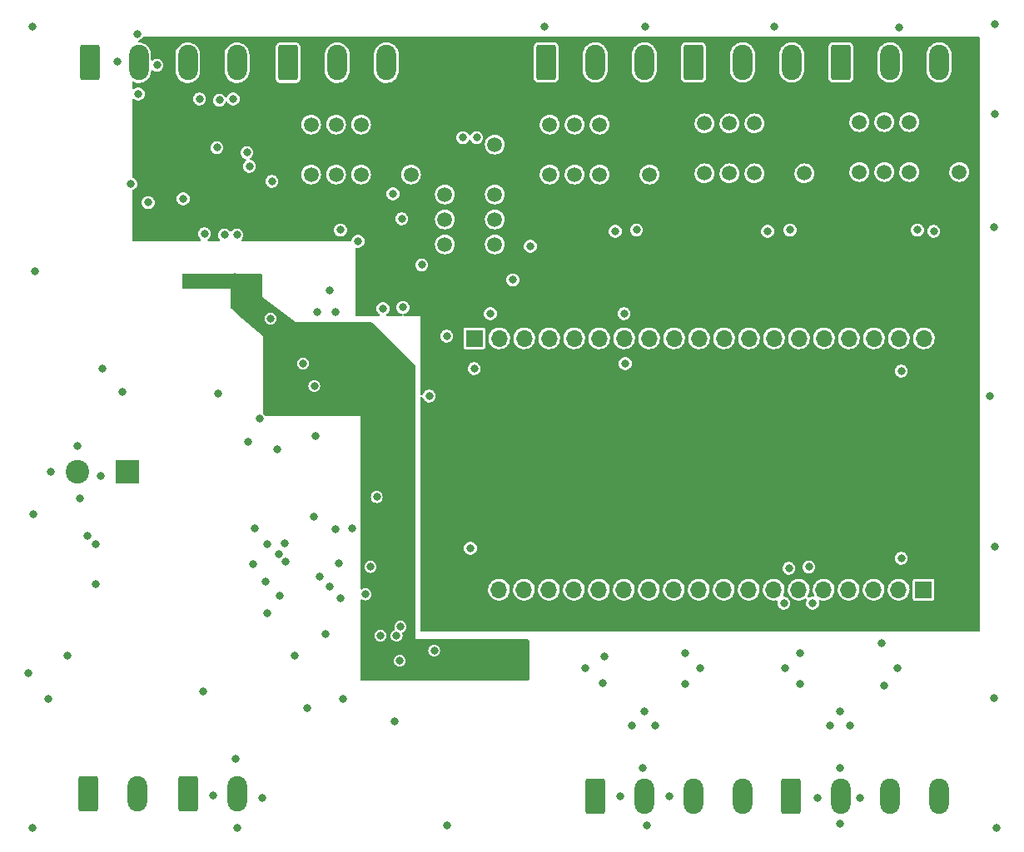
<source format=gbr>
%TF.GenerationSoftware,KiCad,Pcbnew,(6.0.8)*%
%TF.CreationDate,2023-11-14T22:22:02+13:00*%
%TF.ProjectId,Brain,42726169-6e2e-46b6-9963-61645f706362,rev?*%
%TF.SameCoordinates,Original*%
%TF.FileFunction,Copper,L3,Inr*%
%TF.FilePolarity,Positive*%
%FSLAX46Y46*%
G04 Gerber Fmt 4.6, Leading zero omitted, Abs format (unit mm)*
G04 Created by KiCad (PCBNEW (6.0.8)) date 2023-11-14 22:22:02*
%MOMM*%
%LPD*%
G01*
G04 APERTURE LIST*
G04 Aperture macros list*
%AMRoundRect*
0 Rectangle with rounded corners*
0 $1 Rounding radius*
0 $2 $3 $4 $5 $6 $7 $8 $9 X,Y pos of 4 corners*
0 Add a 4 corners polygon primitive as box body*
4,1,4,$2,$3,$4,$5,$6,$7,$8,$9,$2,$3,0*
0 Add four circle primitives for the rounded corners*
1,1,$1+$1,$2,$3*
1,1,$1+$1,$4,$5*
1,1,$1+$1,$6,$7*
1,1,$1+$1,$8,$9*
0 Add four rect primitives between the rounded corners*
20,1,$1+$1,$2,$3,$4,$5,0*
20,1,$1+$1,$4,$5,$6,$7,0*
20,1,$1+$1,$6,$7,$8,$9,0*
20,1,$1+$1,$8,$9,$2,$3,0*%
G04 Aperture macros list end*
%TA.AperFunction,ComponentPad*%
%ADD10RoundRect,0.250500X-0.499500X0.499500X-0.499500X-0.499500X0.499500X-0.499500X0.499500X0.499500X0*%
%TD*%
%TA.AperFunction,ComponentPad*%
%ADD11C,1.500000*%
%TD*%
%TA.AperFunction,ComponentPad*%
%ADD12RoundRect,0.250500X-0.499500X-0.499500X0.499500X-0.499500X0.499500X0.499500X-0.499500X0.499500X0*%
%TD*%
%TA.AperFunction,ComponentPad*%
%ADD13RoundRect,0.250000X-0.750000X-1.550000X0.750000X-1.550000X0.750000X1.550000X-0.750000X1.550000X0*%
%TD*%
%TA.AperFunction,ComponentPad*%
%ADD14O,2.000000X3.600000*%
%TD*%
%TA.AperFunction,ComponentPad*%
%ADD15R,1.700000X1.700000*%
%TD*%
%TA.AperFunction,ComponentPad*%
%ADD16O,1.700000X1.700000*%
%TD*%
%TA.AperFunction,ComponentPad*%
%ADD17C,2.400000*%
%TD*%
%TA.AperFunction,ComponentPad*%
%ADD18R,2.400000X2.400000*%
%TD*%
%TA.AperFunction,ViaPad*%
%ADD19C,0.800000*%
%TD*%
%TA.AperFunction,Conductor*%
%ADD20C,0.500000*%
%TD*%
G04 APERTURE END LIST*
D10*
%TO.N,+3.3V*%
%TO.C,K5*%
X195253500Y-77161500D03*
D11*
%TO.N,Net-(J11-Pad3)*%
X190173500Y-77161500D03*
%TO.N,Net-(J11-Pad2)*%
X187633500Y-77161500D03*
%TO.N,Net-(J11-Pad1)*%
X185093500Y-77161500D03*
X185093500Y-82241500D03*
%TO.N,Net-(J11-Pad2)*%
X187633500Y-82241500D03*
%TO.N,Net-(J11-Pad3)*%
X190173500Y-82241500D03*
%TO.N,Net-(D21-Pad2)*%
X195253500Y-82241500D03*
%TD*%
D10*
%TO.N,+3.3V*%
%TO.C,K4*%
X163757500Y-77415500D03*
D11*
%TO.N,Net-(J10-Pad3)*%
X158677500Y-77415500D03*
%TO.N,Net-(J10-Pad2)*%
X156137500Y-77415500D03*
%TO.N,Net-(J10-Pad1)*%
X153597500Y-77415500D03*
X153597500Y-82495500D03*
%TO.N,Net-(J10-Pad2)*%
X156137500Y-82495500D03*
%TO.N,Net-(J10-Pad3)*%
X158677500Y-82495500D03*
%TO.N,Net-(D20-Pad2)*%
X163757500Y-82495500D03*
%TD*%
D12*
%TO.N,+3.3V*%
%TO.C,K3*%
X142947500Y-79447500D03*
D11*
%TO.N,unconnected-(K3-Pad3)*%
X142947500Y-84527500D03*
%TO.N,+12V*%
X142947500Y-87067500D03*
%TO.N,/Outputs/12V_COMMON*%
X142947500Y-89607500D03*
X148027500Y-89607500D03*
%TO.N,+12V*%
X148027500Y-87067500D03*
%TO.N,unconnected-(K3-Pad10)*%
X148027500Y-84527500D03*
%TO.N,Net-(D19-Pad2)*%
X148027500Y-79447500D03*
%TD*%
D10*
%TO.N,+3.3V*%
%TO.C,K2*%
X139500500Y-77415500D03*
D11*
%TO.N,Net-(J9-Pad3)*%
X134420500Y-77415500D03*
%TO.N,/Outputs/12V_COMMON*%
X131880500Y-77415500D03*
%TO.N,Net-(J9-Pad1)*%
X129340500Y-77415500D03*
X129340500Y-82495500D03*
%TO.N,/Outputs/12V_COMMON*%
X131880500Y-82495500D03*
%TO.N,Net-(J9-Pad3)*%
X134420500Y-82495500D03*
%TO.N,Net-(D18-Pad2)*%
X139500500Y-82495500D03*
%TD*%
D10*
%TO.N,+3.3V*%
%TO.C,K1*%
X179505500Y-77288500D03*
D11*
%TO.N,Net-(J8-Pad3)*%
X174425500Y-77288500D03*
%TO.N,Net-(J8-Pad2)*%
X171885500Y-77288500D03*
%TO.N,Net-(J8-Pad1)*%
X169345500Y-77288500D03*
X169345500Y-82368500D03*
%TO.N,Net-(J8-Pad2)*%
X171885500Y-82368500D03*
%TO.N,Net-(J8-Pad3)*%
X174425500Y-82368500D03*
%TO.N,Net-(D17-Pad2)*%
X179505500Y-82368500D03*
%TD*%
D13*
%TO.N,Net-(J11-Pad1)*%
%TO.C,J11*%
X183214000Y-71080500D03*
D14*
%TO.N,Net-(J11-Pad2)*%
X188214000Y-71080500D03*
%TO.N,Net-(J11-Pad3)*%
X193214000Y-71080500D03*
%TD*%
D13*
%TO.N,Net-(J10-Pad1)*%
%TO.C,J10*%
X153242000Y-71080500D03*
D14*
%TO.N,Net-(J10-Pad2)*%
X158242000Y-71080500D03*
%TO.N,Net-(J10-Pad3)*%
X163242000Y-71080500D03*
%TD*%
D13*
%TO.N,Net-(J9-Pad1)*%
%TO.C,J9*%
X127000000Y-71120000D03*
D14*
%TO.N,/Outputs/12V_COMMON*%
X132000000Y-71120000D03*
%TO.N,Net-(J9-Pad3)*%
X137000000Y-71120000D03*
%TD*%
D13*
%TO.N,Net-(J8-Pad1)*%
%TO.C,J8*%
X168228000Y-71080500D03*
D14*
%TO.N,Net-(J8-Pad2)*%
X173228000Y-71080500D03*
%TO.N,Net-(J8-Pad3)*%
X178228000Y-71080500D03*
%TD*%
D13*
%TO.N,Net-(D16-Pad1)*%
%TO.C,J7*%
X178174000Y-145756500D03*
D14*
%TO.N,GND*%
X183174000Y-145756500D03*
%TO.N,Net-(D16-Pad2)*%
X188174000Y-145756500D03*
%TO.N,+5V*%
X193174000Y-145756500D03*
%TD*%
D13*
%TO.N,Net-(D15-Pad1)*%
%TO.C,J6*%
X158235000Y-145756500D03*
D14*
%TO.N,GND*%
X163235000Y-145756500D03*
%TO.N,Net-(D15-Pad2)*%
X168235000Y-145756500D03*
%TO.N,+5V*%
X173235000Y-145756500D03*
%TD*%
D13*
%TO.N,Net-(F2-Pad2)*%
%TO.C,J5*%
X116807000Y-145538000D03*
D14*
%TO.N,GND*%
X121807000Y-145538000D03*
%TD*%
%TO.N,Net-(D5-Pad1)*%
%TO.C,J4*%
X111647000Y-145538000D03*
D13*
%TO.N,Net-(F1-Pad1)*%
X106647000Y-145538000D03*
%TD*%
%TO.N,+12V*%
%TO.C,J3*%
X106807000Y-71120000D03*
D14*
%TO.N,GND*%
X111807000Y-71120000D03*
%TO.N,Net-(D1-Pad1)*%
X116807000Y-71120000D03*
%TO.N,Net-(D1-Pad2)*%
X121807000Y-71120000D03*
%TD*%
D15*
%TO.N,GND*%
%TO.C,J2*%
X145933000Y-99162000D03*
D16*
%TO.N,23*%
X148473000Y-99162000D03*
%TO.N,485_DIR*%
X151013000Y-99162000D03*
%TO.N,485_Tx*%
X153553000Y-99162000D03*
%TO.N,485_Rx*%
X156093000Y-99162000D03*
%TO.N,21*%
X158633000Y-99162000D03*
%TO.N,GND*%
X161173000Y-99162000D03*
%TO.N,19*%
X163713000Y-99162000D03*
%TO.N,18*%
X166253000Y-99162000D03*
%TO.N,5*%
X168793000Y-99162000D03*
%TO.N,17*%
X171333000Y-99162000D03*
%TO.N,16*%
X173873000Y-99162000D03*
%TO.N,Out1*%
X176413000Y-99162000D03*
%TO.N,Out2*%
X178953000Y-99162000D03*
%TO.N,Out3*%
X181493000Y-99162000D03*
%TO.N,Out4*%
X184033000Y-99162000D03*
%TO.N,D1*%
X186573000Y-99162000D03*
%TO.N,D0*%
X189113000Y-99162000D03*
%TO.N,CLK*%
X191653000Y-99162000D03*
%TD*%
%TO.N,+3.3V*%
%TO.C,J1*%
X145913000Y-124739000D03*
%TO.N,EN*%
X148453000Y-124739000D03*
%TO.N,In1*%
X150993000Y-124739000D03*
%TO.N,In2*%
X153533000Y-124739000D03*
%TO.N,In3*%
X156073000Y-124739000D03*
%TO.N,In4*%
X158613000Y-124739000D03*
%TO.N,32*%
X161153000Y-124739000D03*
%TO.N,33*%
X163693000Y-124739000D03*
%TO.N,25*%
X166233000Y-124739000D03*
%TO.N,26*%
X168773000Y-124739000D03*
%TO.N,27*%
X171313000Y-124739000D03*
%TO.N,14*%
X173853000Y-124739000D03*
%TO.N,12V_COMMON_ENABLE*%
X176393000Y-124739000D03*
%TO.N,GND*%
X178933000Y-124739000D03*
%TO.N,13*%
X181473000Y-124739000D03*
%TO.N,D2*%
X184013000Y-124739000D03*
%TO.N,D3*%
X186553000Y-124739000D03*
%TO.N,CMD*%
X189093000Y-124739000D03*
D15*
%TO.N,+5V*%
X191633000Y-124739000D03*
%TD*%
D17*
%TO.N,GND*%
%TO.C,C5*%
X105617000Y-112776000D03*
D18*
%TO.N,24v*%
X110617000Y-112776000D03*
%TD*%
D19*
%TO.N,GND*%
X145542000Y-120523000D03*
X189357000Y-121539000D03*
X189357000Y-102489000D03*
X183134000Y-137160000D03*
X184150000Y-138557000D03*
X182118000Y-138557000D03*
X183134000Y-148590000D03*
X185166000Y-145923000D03*
X180848000Y-145923000D03*
X183134000Y-142875000D03*
X163449000Y-148717000D03*
X160782000Y-145796000D03*
X165735000Y-145796000D03*
X163068000Y-142875000D03*
X161925000Y-138557000D03*
X163195000Y-137160000D03*
X164338000Y-138557000D03*
X167386000Y-134366000D03*
X167386000Y-131191000D03*
X168910000Y-132715000D03*
X159004000Y-134239000D03*
X159131000Y-131572000D03*
X157226000Y-132715000D03*
X179959000Y-122428000D03*
X177927000Y-122555000D03*
X177419000Y-126111000D03*
X180340000Y-126111000D03*
X177546000Y-132715000D03*
X179070000Y-134366000D03*
X179070000Y-131191000D03*
X187325000Y-130175000D03*
X187579000Y-134493000D03*
X188976000Y-132715000D03*
X198755000Y-135763000D03*
X198882000Y-120396000D03*
X198374000Y-105029000D03*
X198882000Y-76327000D03*
X189103000Y-67564000D03*
X176403000Y-67437000D03*
X163322000Y-67437000D03*
X153035000Y-67437000D03*
X160274000Y-88265000D03*
X162433000Y-88138000D03*
X175768000Y-88265000D03*
X178054000Y-88138000D03*
X191008000Y-88138000D03*
X192659000Y-88265000D03*
X198755000Y-87884000D03*
X161290000Y-101727000D03*
X161163000Y-96647000D03*
X143129000Y-98933000D03*
X145923000Y-102235000D03*
X147574000Y-96647000D03*
X138684000Y-96012000D03*
X136652000Y-96139000D03*
X137668000Y-84455000D03*
X138557000Y-86995000D03*
X134112000Y-89281000D03*
X146177000Y-78740000D03*
X144780000Y-78740000D03*
X109601000Y-70993000D03*
X113665000Y-71374000D03*
X111760000Y-74295000D03*
X111633000Y-68199000D03*
X119761000Y-79756000D03*
X117983000Y-74803000D03*
X121412000Y-74803000D03*
X120015000Y-74930000D03*
X122809000Y-80264000D03*
X123063000Y-81661000D03*
X110998000Y-83439000D03*
X112776000Y-85344000D03*
X116332000Y-84963000D03*
X125349000Y-83185000D03*
X143129000Y-148717000D03*
X101219000Y-92329000D03*
X101092000Y-117094000D03*
X107950000Y-113157000D03*
X102870000Y-112776000D03*
X105537000Y-110109000D03*
X105791000Y-115443000D03*
X104521000Y-131445000D03*
X107442000Y-120142000D03*
X107442000Y-124206000D03*
X100584000Y-133223000D03*
X102616000Y-135890000D03*
X119380000Y-145669000D03*
X121666000Y-141986000D03*
X124333000Y-145923000D03*
X121793000Y-148971000D03*
X141859000Y-130937000D03*
X136398000Y-129413000D03*
X132334000Y-125603000D03*
X131191000Y-124460000D03*
X126619000Y-120015000D03*
X123571000Y-118491000D03*
X123444000Y-122174000D03*
X127635000Y-131445000D03*
X130810000Y-129286000D03*
X124841000Y-127127000D03*
X124714000Y-123952000D03*
X126111000Y-125349000D03*
X118364000Y-135128000D03*
X100965000Y-67437000D03*
X100965000Y-148971000D03*
X199009000Y-148971000D03*
X198882000Y-67183000D03*
X122936000Y-109728000D03*
X124079000Y-107315000D03*
X129794000Y-109093000D03*
X125857000Y-110490000D03*
X129667000Y-104013000D03*
X125222000Y-97155000D03*
X131826000Y-96520000D03*
X129921000Y-96520000D03*
X136017000Y-115316000D03*
X133477000Y-118491000D03*
%TO.N,+12V*%
X148717000Y-133096000D03*
%TO.N,+5V*%
X141351000Y-105029000D03*
%TO.N,+3.3V*%
X139065000Y-92964000D03*
X143129000Y-72898000D03*
X168021000Y-88138000D03*
X181991000Y-83185000D03*
%TO.N,485_DIR*%
X120523000Y-88646000D03*
%TO.N,485_Rx*%
X118491000Y-88519000D03*
%TO.N,485_Tx*%
X121793000Y-88646000D03*
%TO.N,12V_COMMON_ENABLE*%
X149860000Y-93218000D03*
X151638000Y-89789000D03*
%TO.N,Out1*%
X132334000Y-88138000D03*
X140589000Y-91694000D03*
%TO.N,+12V*%
X116713000Y-93218000D03*
X117676000Y-93525000D03*
%TO.N,+3.3V*%
X117983000Y-84201000D03*
X137541000Y-91694000D03*
%TO.N,GND*%
X131221500Y-94264500D03*
%TO.N,+12V*%
X125329500Y-105810500D03*
X126457000Y-105953000D03*
X126457000Y-104683000D03*
X121539000Y-93853000D03*
X121539000Y-94869000D03*
X121539000Y-92964000D03*
%TO.N,GND*%
X108077000Y-102235000D03*
%TO.N,Net-(R18-Pad2)*%
X110109000Y-104648000D03*
X119882500Y-104780500D03*
%TO.N,GND*%
X106553000Y-119253000D03*
%TO.N,VCC*%
X137795000Y-138176000D03*
X138430000Y-128524000D03*
%TO.N,ACOK*%
X128524000Y-101727000D03*
X132588000Y-135890000D03*
%TO.N,Net-(R25-Pad2)*%
X128905000Y-136779000D03*
X132189628Y-122064372D03*
%TO.N,GND*%
X124841000Y-120142000D03*
%TO.N,Net-(D11-Pad1)*%
X138036277Y-129442687D03*
X126106134Y-121152161D03*
%TO.N,Net-(D8-Pad1)*%
X126746000Y-121920000D03*
X138367500Y-131974239D03*
%TO.N,GND*%
X130190465Y-123428535D03*
%TO.N,VCC*%
X134874000Y-125222000D03*
X135382000Y-122428000D03*
%TO.N,Net-(C11-Pad2)*%
X129590500Y-117344000D03*
X131826000Y-118614000D03*
%TD*%
D20*
%TO.N,+3.3V*%
X117983000Y-85598000D02*
X117983000Y-84201000D01*
X118745000Y-86360000D02*
X117983000Y-85598000D01*
X137287000Y-90170000D02*
X133477000Y-86360000D01*
X137541000Y-90424000D02*
X137287000Y-90170000D01*
X133477000Y-86360000D02*
X118745000Y-86360000D01*
X137541000Y-91694000D02*
X137541000Y-90424000D01*
%TD*%
%TA.AperFunction,Conductor*%
%TO.N,+12V*%
G36*
X124275121Y-92603002D02*
G01*
X124321614Y-92656658D01*
X124333000Y-92709000D01*
X124333000Y-94996000D01*
X127762000Y-97536000D01*
X127762000Y-107061000D01*
X124703150Y-107061000D01*
X124635029Y-107040998D01*
X124603187Y-107011704D01*
X124512309Y-106893269D01*
X124512308Y-106893268D01*
X124507282Y-106886718D01*
X124500729Y-106881690D01*
X124496907Y-106877868D01*
X124462880Y-106815556D01*
X124460000Y-106788770D01*
X124460000Y-98933000D01*
X122358728Y-97155000D01*
X124616318Y-97155000D01*
X124636956Y-97311762D01*
X124697464Y-97457841D01*
X124793718Y-97583282D01*
X124919159Y-97679536D01*
X125065238Y-97740044D01*
X125222000Y-97760682D01*
X125230188Y-97759604D01*
X125370574Y-97741122D01*
X125378762Y-97740044D01*
X125524841Y-97679536D01*
X125650282Y-97583282D01*
X125746536Y-97457841D01*
X125807044Y-97311762D01*
X125827682Y-97155000D01*
X125807044Y-96998238D01*
X125746536Y-96852159D01*
X125650282Y-96726718D01*
X125524841Y-96630464D01*
X125378762Y-96569956D01*
X125222000Y-96549318D01*
X125065238Y-96569956D01*
X124919159Y-96630464D01*
X124793718Y-96726718D01*
X124697464Y-96852159D01*
X124636956Y-96998238D01*
X124616318Y-97155000D01*
X122358728Y-97155000D01*
X121202611Y-96176747D01*
X121163529Y-96117476D01*
X121158000Y-96080561D01*
X121158000Y-94107000D01*
X116331000Y-94107000D01*
X116262879Y-94086998D01*
X116216386Y-94033342D01*
X116205000Y-93981000D01*
X116205000Y-92709000D01*
X116225002Y-92640879D01*
X116278658Y-92594386D01*
X116331000Y-92583000D01*
X124207000Y-92583000D01*
X124275121Y-92603002D01*
G37*
%TD.AperFunction*%
%TD*%
%TA.AperFunction,Conductor*%
%TO.N,+3.3V*%
G36*
X197300121Y-68473002D02*
G01*
X197346614Y-68526658D01*
X197358000Y-68579000D01*
X197358000Y-128906000D01*
X197337998Y-128974121D01*
X197284342Y-129020614D01*
X197232000Y-129032000D01*
X140588000Y-129032000D01*
X140519879Y-129011998D01*
X140473386Y-128958342D01*
X140462000Y-128906000D01*
X140462000Y-124709964D01*
X147344148Y-124709964D01*
X147357424Y-124912522D01*
X147358845Y-124918118D01*
X147358846Y-124918123D01*
X147395288Y-125061611D01*
X147407392Y-125109269D01*
X147409809Y-125114512D01*
X147445408Y-125191733D01*
X147492377Y-125293616D01*
X147495710Y-125298332D01*
X147593268Y-125436374D01*
X147609533Y-125459389D01*
X147613675Y-125463424D01*
X147709214Y-125556493D01*
X147754938Y-125601035D01*
X147759742Y-125604245D01*
X147774440Y-125614066D01*
X147923720Y-125713812D01*
X147929023Y-125716090D01*
X147929026Y-125716092D01*
X148104921Y-125791662D01*
X148110228Y-125793942D01*
X148183244Y-125810464D01*
X148302579Y-125837467D01*
X148302584Y-125837468D01*
X148308216Y-125838742D01*
X148313987Y-125838969D01*
X148313989Y-125838969D01*
X148373756Y-125841317D01*
X148511053Y-125846712D01*
X148626445Y-125829981D01*
X148706231Y-125818413D01*
X148706236Y-125818412D01*
X148711945Y-125817584D01*
X148717409Y-125815729D01*
X148717414Y-125815728D01*
X148898693Y-125754192D01*
X148898698Y-125754190D01*
X148904165Y-125752334D01*
X148948517Y-125727496D01*
X148991570Y-125703385D01*
X149081276Y-125653147D01*
X149088005Y-125647551D01*
X149232913Y-125527031D01*
X149237345Y-125523345D01*
X149307464Y-125439037D01*
X149363453Y-125371718D01*
X149363455Y-125371715D01*
X149367147Y-125367276D01*
X149466334Y-125190165D01*
X149468190Y-125184698D01*
X149468192Y-125184693D01*
X149529728Y-125003414D01*
X149529729Y-125003409D01*
X149531584Y-124997945D01*
X149532412Y-124992236D01*
X149532413Y-124992231D01*
X149549991Y-124870996D01*
X149560712Y-124797053D01*
X149562232Y-124739000D01*
X149559564Y-124709964D01*
X149884148Y-124709964D01*
X149897424Y-124912522D01*
X149898845Y-124918118D01*
X149898846Y-124918123D01*
X149935288Y-125061611D01*
X149947392Y-125109269D01*
X149949809Y-125114512D01*
X149985408Y-125191733D01*
X150032377Y-125293616D01*
X150035710Y-125298332D01*
X150133268Y-125436374D01*
X150149533Y-125459389D01*
X150153675Y-125463424D01*
X150249214Y-125556493D01*
X150294938Y-125601035D01*
X150299742Y-125604245D01*
X150314440Y-125614066D01*
X150463720Y-125713812D01*
X150469023Y-125716090D01*
X150469026Y-125716092D01*
X150644921Y-125791662D01*
X150650228Y-125793942D01*
X150723244Y-125810464D01*
X150842579Y-125837467D01*
X150842584Y-125837468D01*
X150848216Y-125838742D01*
X150853987Y-125838969D01*
X150853989Y-125838969D01*
X150913756Y-125841317D01*
X151051053Y-125846712D01*
X151166445Y-125829981D01*
X151246231Y-125818413D01*
X151246236Y-125818412D01*
X151251945Y-125817584D01*
X151257409Y-125815729D01*
X151257414Y-125815728D01*
X151438693Y-125754192D01*
X151438698Y-125754190D01*
X151444165Y-125752334D01*
X151488517Y-125727496D01*
X151531570Y-125703385D01*
X151621276Y-125653147D01*
X151628005Y-125647551D01*
X151772913Y-125527031D01*
X151777345Y-125523345D01*
X151847464Y-125439037D01*
X151903453Y-125371718D01*
X151903455Y-125371715D01*
X151907147Y-125367276D01*
X152006334Y-125190165D01*
X152008190Y-125184698D01*
X152008192Y-125184693D01*
X152069728Y-125003414D01*
X152069729Y-125003409D01*
X152071584Y-124997945D01*
X152072412Y-124992236D01*
X152072413Y-124992231D01*
X152089991Y-124870996D01*
X152100712Y-124797053D01*
X152102232Y-124739000D01*
X152099564Y-124709964D01*
X152424148Y-124709964D01*
X152437424Y-124912522D01*
X152438845Y-124918118D01*
X152438846Y-124918123D01*
X152475288Y-125061611D01*
X152487392Y-125109269D01*
X152489809Y-125114512D01*
X152525408Y-125191733D01*
X152572377Y-125293616D01*
X152575710Y-125298332D01*
X152673268Y-125436374D01*
X152689533Y-125459389D01*
X152693675Y-125463424D01*
X152789214Y-125556493D01*
X152834938Y-125601035D01*
X152839742Y-125604245D01*
X152854440Y-125614066D01*
X153003720Y-125713812D01*
X153009023Y-125716090D01*
X153009026Y-125716092D01*
X153184921Y-125791662D01*
X153190228Y-125793942D01*
X153263244Y-125810464D01*
X153382579Y-125837467D01*
X153382584Y-125837468D01*
X153388216Y-125838742D01*
X153393987Y-125838969D01*
X153393989Y-125838969D01*
X153453756Y-125841317D01*
X153591053Y-125846712D01*
X153706445Y-125829981D01*
X153786231Y-125818413D01*
X153786236Y-125818412D01*
X153791945Y-125817584D01*
X153797409Y-125815729D01*
X153797414Y-125815728D01*
X153978693Y-125754192D01*
X153978698Y-125754190D01*
X153984165Y-125752334D01*
X154028517Y-125727496D01*
X154071570Y-125703385D01*
X154161276Y-125653147D01*
X154168005Y-125647551D01*
X154312913Y-125527031D01*
X154317345Y-125523345D01*
X154387464Y-125439037D01*
X154443453Y-125371718D01*
X154443455Y-125371715D01*
X154447147Y-125367276D01*
X154546334Y-125190165D01*
X154548190Y-125184698D01*
X154548192Y-125184693D01*
X154609728Y-125003414D01*
X154609729Y-125003409D01*
X154611584Y-124997945D01*
X154612412Y-124992236D01*
X154612413Y-124992231D01*
X154629991Y-124870996D01*
X154640712Y-124797053D01*
X154642232Y-124739000D01*
X154639564Y-124709964D01*
X154964148Y-124709964D01*
X154977424Y-124912522D01*
X154978845Y-124918118D01*
X154978846Y-124918123D01*
X155015288Y-125061611D01*
X155027392Y-125109269D01*
X155029809Y-125114512D01*
X155065408Y-125191733D01*
X155112377Y-125293616D01*
X155115710Y-125298332D01*
X155213268Y-125436374D01*
X155229533Y-125459389D01*
X155233675Y-125463424D01*
X155329214Y-125556493D01*
X155374938Y-125601035D01*
X155379742Y-125604245D01*
X155394440Y-125614066D01*
X155543720Y-125713812D01*
X155549023Y-125716090D01*
X155549026Y-125716092D01*
X155724921Y-125791662D01*
X155730228Y-125793942D01*
X155803244Y-125810464D01*
X155922579Y-125837467D01*
X155922584Y-125837468D01*
X155928216Y-125838742D01*
X155933987Y-125838969D01*
X155933989Y-125838969D01*
X155993756Y-125841317D01*
X156131053Y-125846712D01*
X156246445Y-125829981D01*
X156326231Y-125818413D01*
X156326236Y-125818412D01*
X156331945Y-125817584D01*
X156337409Y-125815729D01*
X156337414Y-125815728D01*
X156518693Y-125754192D01*
X156518698Y-125754190D01*
X156524165Y-125752334D01*
X156568517Y-125727496D01*
X156611570Y-125703385D01*
X156701276Y-125653147D01*
X156708005Y-125647551D01*
X156852913Y-125527031D01*
X156857345Y-125523345D01*
X156927464Y-125439037D01*
X156983453Y-125371718D01*
X156983455Y-125371715D01*
X156987147Y-125367276D01*
X157086334Y-125190165D01*
X157088190Y-125184698D01*
X157088192Y-125184693D01*
X157149728Y-125003414D01*
X157149729Y-125003409D01*
X157151584Y-124997945D01*
X157152412Y-124992236D01*
X157152413Y-124992231D01*
X157169991Y-124870996D01*
X157180712Y-124797053D01*
X157182232Y-124739000D01*
X157179564Y-124709964D01*
X157504148Y-124709964D01*
X157517424Y-124912522D01*
X157518845Y-124918118D01*
X157518846Y-124918123D01*
X157555288Y-125061611D01*
X157567392Y-125109269D01*
X157569809Y-125114512D01*
X157605408Y-125191733D01*
X157652377Y-125293616D01*
X157655710Y-125298332D01*
X157753268Y-125436374D01*
X157769533Y-125459389D01*
X157773675Y-125463424D01*
X157869214Y-125556493D01*
X157914938Y-125601035D01*
X157919742Y-125604245D01*
X157934440Y-125614066D01*
X158083720Y-125713812D01*
X158089023Y-125716090D01*
X158089026Y-125716092D01*
X158264921Y-125791662D01*
X158270228Y-125793942D01*
X158343244Y-125810464D01*
X158462579Y-125837467D01*
X158462584Y-125837468D01*
X158468216Y-125838742D01*
X158473987Y-125838969D01*
X158473989Y-125838969D01*
X158533756Y-125841317D01*
X158671053Y-125846712D01*
X158786445Y-125829981D01*
X158866231Y-125818413D01*
X158866236Y-125818412D01*
X158871945Y-125817584D01*
X158877409Y-125815729D01*
X158877414Y-125815728D01*
X159058693Y-125754192D01*
X159058698Y-125754190D01*
X159064165Y-125752334D01*
X159108517Y-125727496D01*
X159151570Y-125703385D01*
X159241276Y-125653147D01*
X159248005Y-125647551D01*
X159392913Y-125527031D01*
X159397345Y-125523345D01*
X159467464Y-125439037D01*
X159523453Y-125371718D01*
X159523455Y-125371715D01*
X159527147Y-125367276D01*
X159626334Y-125190165D01*
X159628190Y-125184698D01*
X159628192Y-125184693D01*
X159689728Y-125003414D01*
X159689729Y-125003409D01*
X159691584Y-124997945D01*
X159692412Y-124992236D01*
X159692413Y-124992231D01*
X159709991Y-124870996D01*
X159720712Y-124797053D01*
X159722232Y-124739000D01*
X159719564Y-124709964D01*
X160044148Y-124709964D01*
X160057424Y-124912522D01*
X160058845Y-124918118D01*
X160058846Y-124918123D01*
X160095288Y-125061611D01*
X160107392Y-125109269D01*
X160109809Y-125114512D01*
X160145408Y-125191733D01*
X160192377Y-125293616D01*
X160195710Y-125298332D01*
X160293268Y-125436374D01*
X160309533Y-125459389D01*
X160313675Y-125463424D01*
X160409214Y-125556493D01*
X160454938Y-125601035D01*
X160459742Y-125604245D01*
X160474440Y-125614066D01*
X160623720Y-125713812D01*
X160629023Y-125716090D01*
X160629026Y-125716092D01*
X160804921Y-125791662D01*
X160810228Y-125793942D01*
X160883244Y-125810464D01*
X161002579Y-125837467D01*
X161002584Y-125837468D01*
X161008216Y-125838742D01*
X161013987Y-125838969D01*
X161013989Y-125838969D01*
X161073756Y-125841317D01*
X161211053Y-125846712D01*
X161326445Y-125829981D01*
X161406231Y-125818413D01*
X161406236Y-125818412D01*
X161411945Y-125817584D01*
X161417409Y-125815729D01*
X161417414Y-125815728D01*
X161598693Y-125754192D01*
X161598698Y-125754190D01*
X161604165Y-125752334D01*
X161648517Y-125727496D01*
X161691570Y-125703385D01*
X161781276Y-125653147D01*
X161788005Y-125647551D01*
X161932913Y-125527031D01*
X161937345Y-125523345D01*
X162007464Y-125439037D01*
X162063453Y-125371718D01*
X162063455Y-125371715D01*
X162067147Y-125367276D01*
X162166334Y-125190165D01*
X162168190Y-125184698D01*
X162168192Y-125184693D01*
X162229728Y-125003414D01*
X162229729Y-125003409D01*
X162231584Y-124997945D01*
X162232412Y-124992236D01*
X162232413Y-124992231D01*
X162249991Y-124870996D01*
X162260712Y-124797053D01*
X162262232Y-124739000D01*
X162259564Y-124709964D01*
X162584148Y-124709964D01*
X162597424Y-124912522D01*
X162598845Y-124918118D01*
X162598846Y-124918123D01*
X162635288Y-125061611D01*
X162647392Y-125109269D01*
X162649809Y-125114512D01*
X162685408Y-125191733D01*
X162732377Y-125293616D01*
X162735710Y-125298332D01*
X162833268Y-125436374D01*
X162849533Y-125459389D01*
X162853675Y-125463424D01*
X162949214Y-125556493D01*
X162994938Y-125601035D01*
X162999742Y-125604245D01*
X163014440Y-125614066D01*
X163163720Y-125713812D01*
X163169023Y-125716090D01*
X163169026Y-125716092D01*
X163344921Y-125791662D01*
X163350228Y-125793942D01*
X163423244Y-125810464D01*
X163542579Y-125837467D01*
X163542584Y-125837468D01*
X163548216Y-125838742D01*
X163553987Y-125838969D01*
X163553989Y-125838969D01*
X163613756Y-125841317D01*
X163751053Y-125846712D01*
X163866445Y-125829981D01*
X163946231Y-125818413D01*
X163946236Y-125818412D01*
X163951945Y-125817584D01*
X163957409Y-125815729D01*
X163957414Y-125815728D01*
X164138693Y-125754192D01*
X164138698Y-125754190D01*
X164144165Y-125752334D01*
X164188517Y-125727496D01*
X164231570Y-125703385D01*
X164321276Y-125653147D01*
X164328005Y-125647551D01*
X164472913Y-125527031D01*
X164477345Y-125523345D01*
X164547464Y-125439037D01*
X164603453Y-125371718D01*
X164603455Y-125371715D01*
X164607147Y-125367276D01*
X164706334Y-125190165D01*
X164708190Y-125184698D01*
X164708192Y-125184693D01*
X164769728Y-125003414D01*
X164769729Y-125003409D01*
X164771584Y-124997945D01*
X164772412Y-124992236D01*
X164772413Y-124992231D01*
X164789991Y-124870996D01*
X164800712Y-124797053D01*
X164802232Y-124739000D01*
X164799564Y-124709964D01*
X165124148Y-124709964D01*
X165137424Y-124912522D01*
X165138845Y-124918118D01*
X165138846Y-124918123D01*
X165175288Y-125061611D01*
X165187392Y-125109269D01*
X165189809Y-125114512D01*
X165225408Y-125191733D01*
X165272377Y-125293616D01*
X165275710Y-125298332D01*
X165373268Y-125436374D01*
X165389533Y-125459389D01*
X165393675Y-125463424D01*
X165489214Y-125556493D01*
X165534938Y-125601035D01*
X165539742Y-125604245D01*
X165554440Y-125614066D01*
X165703720Y-125713812D01*
X165709023Y-125716090D01*
X165709026Y-125716092D01*
X165884921Y-125791662D01*
X165890228Y-125793942D01*
X165963244Y-125810464D01*
X166082579Y-125837467D01*
X166082584Y-125837468D01*
X166088216Y-125838742D01*
X166093987Y-125838969D01*
X166093989Y-125838969D01*
X166153756Y-125841317D01*
X166291053Y-125846712D01*
X166406445Y-125829981D01*
X166486231Y-125818413D01*
X166486236Y-125818412D01*
X166491945Y-125817584D01*
X166497409Y-125815729D01*
X166497414Y-125815728D01*
X166678693Y-125754192D01*
X166678698Y-125754190D01*
X166684165Y-125752334D01*
X166728517Y-125727496D01*
X166771570Y-125703385D01*
X166861276Y-125653147D01*
X166868005Y-125647551D01*
X167012913Y-125527031D01*
X167017345Y-125523345D01*
X167087464Y-125439037D01*
X167143453Y-125371718D01*
X167143455Y-125371715D01*
X167147147Y-125367276D01*
X167246334Y-125190165D01*
X167248190Y-125184698D01*
X167248192Y-125184693D01*
X167309728Y-125003414D01*
X167309729Y-125003409D01*
X167311584Y-124997945D01*
X167312412Y-124992236D01*
X167312413Y-124992231D01*
X167329991Y-124870996D01*
X167340712Y-124797053D01*
X167342232Y-124739000D01*
X167339564Y-124709964D01*
X167664148Y-124709964D01*
X167677424Y-124912522D01*
X167678845Y-124918118D01*
X167678846Y-124918123D01*
X167715288Y-125061611D01*
X167727392Y-125109269D01*
X167729809Y-125114512D01*
X167765408Y-125191733D01*
X167812377Y-125293616D01*
X167815710Y-125298332D01*
X167913268Y-125436374D01*
X167929533Y-125459389D01*
X167933675Y-125463424D01*
X168029214Y-125556493D01*
X168074938Y-125601035D01*
X168079742Y-125604245D01*
X168094440Y-125614066D01*
X168243720Y-125713812D01*
X168249023Y-125716090D01*
X168249026Y-125716092D01*
X168424921Y-125791662D01*
X168430228Y-125793942D01*
X168503244Y-125810464D01*
X168622579Y-125837467D01*
X168622584Y-125837468D01*
X168628216Y-125838742D01*
X168633987Y-125838969D01*
X168633989Y-125838969D01*
X168693756Y-125841317D01*
X168831053Y-125846712D01*
X168946445Y-125829981D01*
X169026231Y-125818413D01*
X169026236Y-125818412D01*
X169031945Y-125817584D01*
X169037409Y-125815729D01*
X169037414Y-125815728D01*
X169218693Y-125754192D01*
X169218698Y-125754190D01*
X169224165Y-125752334D01*
X169268517Y-125727496D01*
X169311570Y-125703385D01*
X169401276Y-125653147D01*
X169408005Y-125647551D01*
X169552913Y-125527031D01*
X169557345Y-125523345D01*
X169627464Y-125439037D01*
X169683453Y-125371718D01*
X169683455Y-125371715D01*
X169687147Y-125367276D01*
X169786334Y-125190165D01*
X169788190Y-125184698D01*
X169788192Y-125184693D01*
X169849728Y-125003414D01*
X169849729Y-125003409D01*
X169851584Y-124997945D01*
X169852412Y-124992236D01*
X169852413Y-124992231D01*
X169869991Y-124870996D01*
X169880712Y-124797053D01*
X169882232Y-124739000D01*
X169879564Y-124709964D01*
X170204148Y-124709964D01*
X170217424Y-124912522D01*
X170218845Y-124918118D01*
X170218846Y-124918123D01*
X170255288Y-125061611D01*
X170267392Y-125109269D01*
X170269809Y-125114512D01*
X170305408Y-125191733D01*
X170352377Y-125293616D01*
X170355710Y-125298332D01*
X170453268Y-125436374D01*
X170469533Y-125459389D01*
X170473675Y-125463424D01*
X170569214Y-125556493D01*
X170614938Y-125601035D01*
X170619742Y-125604245D01*
X170634440Y-125614066D01*
X170783720Y-125713812D01*
X170789023Y-125716090D01*
X170789026Y-125716092D01*
X170964921Y-125791662D01*
X170970228Y-125793942D01*
X171043244Y-125810464D01*
X171162579Y-125837467D01*
X171162584Y-125837468D01*
X171168216Y-125838742D01*
X171173987Y-125838969D01*
X171173989Y-125838969D01*
X171233756Y-125841317D01*
X171371053Y-125846712D01*
X171486445Y-125829981D01*
X171566231Y-125818413D01*
X171566236Y-125818412D01*
X171571945Y-125817584D01*
X171577409Y-125815729D01*
X171577414Y-125815728D01*
X171758693Y-125754192D01*
X171758698Y-125754190D01*
X171764165Y-125752334D01*
X171808517Y-125727496D01*
X171851570Y-125703385D01*
X171941276Y-125653147D01*
X171948005Y-125647551D01*
X172092913Y-125527031D01*
X172097345Y-125523345D01*
X172167464Y-125439037D01*
X172223453Y-125371718D01*
X172223455Y-125371715D01*
X172227147Y-125367276D01*
X172326334Y-125190165D01*
X172328190Y-125184698D01*
X172328192Y-125184693D01*
X172389728Y-125003414D01*
X172389729Y-125003409D01*
X172391584Y-124997945D01*
X172392412Y-124992236D01*
X172392413Y-124992231D01*
X172409991Y-124870996D01*
X172420712Y-124797053D01*
X172422232Y-124739000D01*
X172419564Y-124709964D01*
X172744148Y-124709964D01*
X172757424Y-124912522D01*
X172758845Y-124918118D01*
X172758846Y-124918123D01*
X172795288Y-125061611D01*
X172807392Y-125109269D01*
X172809809Y-125114512D01*
X172845408Y-125191733D01*
X172892377Y-125293616D01*
X172895710Y-125298332D01*
X172993268Y-125436374D01*
X173009533Y-125459389D01*
X173013675Y-125463424D01*
X173109214Y-125556493D01*
X173154938Y-125601035D01*
X173159742Y-125604245D01*
X173174440Y-125614066D01*
X173323720Y-125713812D01*
X173329023Y-125716090D01*
X173329026Y-125716092D01*
X173504921Y-125791662D01*
X173510228Y-125793942D01*
X173583244Y-125810464D01*
X173702579Y-125837467D01*
X173702584Y-125837468D01*
X173708216Y-125838742D01*
X173713987Y-125838969D01*
X173713989Y-125838969D01*
X173773756Y-125841317D01*
X173911053Y-125846712D01*
X174026445Y-125829981D01*
X174106231Y-125818413D01*
X174106236Y-125818412D01*
X174111945Y-125817584D01*
X174117409Y-125815729D01*
X174117414Y-125815728D01*
X174298693Y-125754192D01*
X174298698Y-125754190D01*
X174304165Y-125752334D01*
X174348517Y-125727496D01*
X174391570Y-125703385D01*
X174481276Y-125653147D01*
X174488005Y-125647551D01*
X174632913Y-125527031D01*
X174637345Y-125523345D01*
X174707464Y-125439037D01*
X174763453Y-125371718D01*
X174763455Y-125371715D01*
X174767147Y-125367276D01*
X174866334Y-125190165D01*
X174868190Y-125184698D01*
X174868192Y-125184693D01*
X174929728Y-125003414D01*
X174929729Y-125003409D01*
X174931584Y-124997945D01*
X174932412Y-124992236D01*
X174932413Y-124992231D01*
X174949991Y-124870996D01*
X174960712Y-124797053D01*
X174962232Y-124739000D01*
X174959564Y-124709964D01*
X175284148Y-124709964D01*
X175297424Y-124912522D01*
X175298845Y-124918118D01*
X175298846Y-124918123D01*
X175335288Y-125061611D01*
X175347392Y-125109269D01*
X175349809Y-125114512D01*
X175385408Y-125191733D01*
X175432377Y-125293616D01*
X175435710Y-125298332D01*
X175533268Y-125436374D01*
X175549533Y-125459389D01*
X175553675Y-125463424D01*
X175649214Y-125556493D01*
X175694938Y-125601035D01*
X175699742Y-125604245D01*
X175714440Y-125614066D01*
X175863720Y-125713812D01*
X175869023Y-125716090D01*
X175869026Y-125716092D01*
X176044921Y-125791662D01*
X176050228Y-125793942D01*
X176123244Y-125810464D01*
X176242579Y-125837467D01*
X176242584Y-125837468D01*
X176248216Y-125838742D01*
X176253987Y-125838969D01*
X176253989Y-125838969D01*
X176313756Y-125841317D01*
X176451053Y-125846712D01*
X176622606Y-125821838D01*
X176635552Y-125819961D01*
X176705838Y-125829981D01*
X176759549Y-125876410D01*
X176779632Y-125944507D01*
X176778554Y-125961103D01*
X176778532Y-125961275D01*
X176759729Y-126104096D01*
X176763739Y-126140419D01*
X176772085Y-126216008D01*
X176777113Y-126261553D01*
X176831553Y-126410319D01*
X176835789Y-126416622D01*
X176835789Y-126416623D01*
X176873043Y-126472062D01*
X176919908Y-126541805D01*
X176925527Y-126546918D01*
X176925528Y-126546919D01*
X176936903Y-126557269D01*
X177037076Y-126648419D01*
X177176293Y-126724008D01*
X177329522Y-126764207D01*
X177413477Y-126765526D01*
X177480319Y-126766576D01*
X177480322Y-126766576D01*
X177487916Y-126766695D01*
X177642332Y-126731329D01*
X177732782Y-126685838D01*
X177777072Y-126663563D01*
X177777075Y-126663561D01*
X177783855Y-126660151D01*
X177789626Y-126655222D01*
X177789629Y-126655220D01*
X177898536Y-126562204D01*
X177898536Y-126562203D01*
X177904314Y-126557269D01*
X177996755Y-126428624D01*
X178055842Y-126281641D01*
X178078162Y-126124807D01*
X178078307Y-126111000D01*
X178059276Y-125953733D01*
X178003280Y-125805546D01*
X177973467Y-125762168D01*
X177917855Y-125681251D01*
X177917854Y-125681249D01*
X177913553Y-125674992D01*
X177795275Y-125569611D01*
X177787889Y-125565700D01*
X177700898Y-125519641D01*
X177655274Y-125495484D01*
X177501633Y-125456892D01*
X177494033Y-125456852D01*
X177494032Y-125456852D01*
X177471361Y-125456733D01*
X177403346Y-125436374D01*
X177357136Y-125382475D01*
X177347401Y-125312148D01*
X177362087Y-125269173D01*
X177406334Y-125190165D01*
X177408190Y-125184698D01*
X177408192Y-125184693D01*
X177469728Y-125003414D01*
X177469729Y-125003409D01*
X177471584Y-124997945D01*
X177472412Y-124992236D01*
X177472413Y-124992231D01*
X177489991Y-124870996D01*
X177500712Y-124797053D01*
X177502232Y-124739000D01*
X177499564Y-124709964D01*
X177824148Y-124709964D01*
X177837424Y-124912522D01*
X177838845Y-124918118D01*
X177838846Y-124918123D01*
X177875288Y-125061611D01*
X177887392Y-125109269D01*
X177889809Y-125114512D01*
X177925408Y-125191733D01*
X177972377Y-125293616D01*
X177975710Y-125298332D01*
X178073268Y-125436374D01*
X178089533Y-125459389D01*
X178093675Y-125463424D01*
X178189214Y-125556493D01*
X178234938Y-125601035D01*
X178239742Y-125604245D01*
X178254440Y-125614066D01*
X178403720Y-125713812D01*
X178409023Y-125716090D01*
X178409026Y-125716092D01*
X178584921Y-125791662D01*
X178590228Y-125793942D01*
X178663244Y-125810464D01*
X178782579Y-125837467D01*
X178782584Y-125837468D01*
X178788216Y-125838742D01*
X178793987Y-125838969D01*
X178793989Y-125838969D01*
X178853756Y-125841317D01*
X178991053Y-125846712D01*
X179106445Y-125829981D01*
X179186231Y-125818413D01*
X179186236Y-125818412D01*
X179191945Y-125817584D01*
X179197409Y-125815729D01*
X179197414Y-125815728D01*
X179378693Y-125754192D01*
X179378698Y-125754190D01*
X179384165Y-125752334D01*
X179428517Y-125727496D01*
X179471570Y-125703385D01*
X179561276Y-125653147D01*
X179565719Y-125649452D01*
X179570483Y-125646178D01*
X179571427Y-125647551D01*
X179629472Y-125622458D01*
X179699526Y-125633991D01*
X179752224Y-125681567D01*
X179770834Y-125750082D01*
X179757995Y-125799072D01*
X179758950Y-125799444D01*
X179740610Y-125846485D01*
X179701406Y-125947037D01*
X179700414Y-125954570D01*
X179700414Y-125954571D01*
X179699532Y-125961275D01*
X179680729Y-126104096D01*
X179684739Y-126140419D01*
X179693085Y-126216008D01*
X179698113Y-126261553D01*
X179752553Y-126410319D01*
X179756789Y-126416622D01*
X179756789Y-126416623D01*
X179794043Y-126472062D01*
X179840908Y-126541805D01*
X179846527Y-126546918D01*
X179846528Y-126546919D01*
X179857903Y-126557269D01*
X179958076Y-126648419D01*
X180097293Y-126724008D01*
X180250522Y-126764207D01*
X180334477Y-126765526D01*
X180401319Y-126766576D01*
X180401322Y-126766576D01*
X180408916Y-126766695D01*
X180563332Y-126731329D01*
X180653782Y-126685838D01*
X180698072Y-126663563D01*
X180698075Y-126663561D01*
X180704855Y-126660151D01*
X180710626Y-126655222D01*
X180710629Y-126655220D01*
X180819536Y-126562204D01*
X180819536Y-126562203D01*
X180825314Y-126557269D01*
X180917755Y-126428624D01*
X180976842Y-126281641D01*
X180999162Y-126124807D01*
X180999307Y-126111000D01*
X180986142Y-126002207D01*
X180981189Y-125961275D01*
X180981188Y-125961272D01*
X180980276Y-125953733D01*
X180977591Y-125946628D01*
X180977447Y-125946041D01*
X180980623Y-125875115D01*
X181021641Y-125817166D01*
X181087476Y-125790592D01*
X181129944Y-125795198D01*
X181130228Y-125793942D01*
X181322579Y-125837467D01*
X181322584Y-125837468D01*
X181328216Y-125838742D01*
X181333987Y-125838969D01*
X181333989Y-125838969D01*
X181393756Y-125841317D01*
X181531053Y-125846712D01*
X181646445Y-125829981D01*
X181726231Y-125818413D01*
X181726236Y-125818412D01*
X181731945Y-125817584D01*
X181737409Y-125815729D01*
X181737414Y-125815728D01*
X181918693Y-125754192D01*
X181918698Y-125754190D01*
X181924165Y-125752334D01*
X181968517Y-125727496D01*
X182011570Y-125703385D01*
X182101276Y-125653147D01*
X182108005Y-125647551D01*
X182252913Y-125527031D01*
X182257345Y-125523345D01*
X182327464Y-125439037D01*
X182383453Y-125371718D01*
X182383455Y-125371715D01*
X182387147Y-125367276D01*
X182486334Y-125190165D01*
X182488190Y-125184698D01*
X182488192Y-125184693D01*
X182549728Y-125003414D01*
X182549729Y-125003409D01*
X182551584Y-124997945D01*
X182552412Y-124992236D01*
X182552413Y-124992231D01*
X182569991Y-124870996D01*
X182580712Y-124797053D01*
X182582232Y-124739000D01*
X182579564Y-124709964D01*
X182904148Y-124709964D01*
X182917424Y-124912522D01*
X182918845Y-124918118D01*
X182918846Y-124918123D01*
X182955288Y-125061611D01*
X182967392Y-125109269D01*
X182969809Y-125114512D01*
X183005408Y-125191733D01*
X183052377Y-125293616D01*
X183055710Y-125298332D01*
X183153268Y-125436374D01*
X183169533Y-125459389D01*
X183173675Y-125463424D01*
X183269214Y-125556493D01*
X183314938Y-125601035D01*
X183319742Y-125604245D01*
X183334440Y-125614066D01*
X183483720Y-125713812D01*
X183489023Y-125716090D01*
X183489026Y-125716092D01*
X183664921Y-125791662D01*
X183670228Y-125793942D01*
X183743244Y-125810464D01*
X183862579Y-125837467D01*
X183862584Y-125837468D01*
X183868216Y-125838742D01*
X183873987Y-125838969D01*
X183873989Y-125838969D01*
X183933756Y-125841317D01*
X184071053Y-125846712D01*
X184186445Y-125829981D01*
X184266231Y-125818413D01*
X184266236Y-125818412D01*
X184271945Y-125817584D01*
X184277409Y-125815729D01*
X184277414Y-125815728D01*
X184458693Y-125754192D01*
X184458698Y-125754190D01*
X184464165Y-125752334D01*
X184508517Y-125727496D01*
X184551570Y-125703385D01*
X184641276Y-125653147D01*
X184648005Y-125647551D01*
X184792913Y-125527031D01*
X184797345Y-125523345D01*
X184867464Y-125439037D01*
X184923453Y-125371718D01*
X184923455Y-125371715D01*
X184927147Y-125367276D01*
X185026334Y-125190165D01*
X185028190Y-125184698D01*
X185028192Y-125184693D01*
X185089728Y-125003414D01*
X185089729Y-125003409D01*
X185091584Y-124997945D01*
X185092412Y-124992236D01*
X185092413Y-124992231D01*
X185109991Y-124870996D01*
X185120712Y-124797053D01*
X185122232Y-124739000D01*
X185119564Y-124709964D01*
X185444148Y-124709964D01*
X185457424Y-124912522D01*
X185458845Y-124918118D01*
X185458846Y-124918123D01*
X185495288Y-125061611D01*
X185507392Y-125109269D01*
X185509809Y-125114512D01*
X185545408Y-125191733D01*
X185592377Y-125293616D01*
X185595710Y-125298332D01*
X185693268Y-125436374D01*
X185709533Y-125459389D01*
X185713675Y-125463424D01*
X185809214Y-125556493D01*
X185854938Y-125601035D01*
X185859742Y-125604245D01*
X185874440Y-125614066D01*
X186023720Y-125713812D01*
X186029023Y-125716090D01*
X186029026Y-125716092D01*
X186204921Y-125791662D01*
X186210228Y-125793942D01*
X186283244Y-125810464D01*
X186402579Y-125837467D01*
X186402584Y-125837468D01*
X186408216Y-125838742D01*
X186413987Y-125838969D01*
X186413989Y-125838969D01*
X186473756Y-125841317D01*
X186611053Y-125846712D01*
X186726445Y-125829981D01*
X186806231Y-125818413D01*
X186806236Y-125818412D01*
X186811945Y-125817584D01*
X186817409Y-125815729D01*
X186817414Y-125815728D01*
X186998693Y-125754192D01*
X186998698Y-125754190D01*
X187004165Y-125752334D01*
X187048517Y-125727496D01*
X187091570Y-125703385D01*
X187181276Y-125653147D01*
X187188005Y-125647551D01*
X187332913Y-125527031D01*
X187337345Y-125523345D01*
X187407464Y-125439037D01*
X187463453Y-125371718D01*
X187463455Y-125371715D01*
X187467147Y-125367276D01*
X187566334Y-125190165D01*
X187568190Y-125184698D01*
X187568192Y-125184693D01*
X187629728Y-125003414D01*
X187629729Y-125003409D01*
X187631584Y-124997945D01*
X187632412Y-124992236D01*
X187632413Y-124992231D01*
X187649991Y-124870996D01*
X187660712Y-124797053D01*
X187662232Y-124739000D01*
X187659564Y-124709964D01*
X187984148Y-124709964D01*
X187997424Y-124912522D01*
X187998845Y-124918118D01*
X187998846Y-124918123D01*
X188035288Y-125061611D01*
X188047392Y-125109269D01*
X188049809Y-125114512D01*
X188085408Y-125191733D01*
X188132377Y-125293616D01*
X188135710Y-125298332D01*
X188233268Y-125436374D01*
X188249533Y-125459389D01*
X188253675Y-125463424D01*
X188349214Y-125556493D01*
X188394938Y-125601035D01*
X188399742Y-125604245D01*
X188414440Y-125614066D01*
X188563720Y-125713812D01*
X188569023Y-125716090D01*
X188569026Y-125716092D01*
X188744921Y-125791662D01*
X188750228Y-125793942D01*
X188823244Y-125810464D01*
X188942579Y-125837467D01*
X188942584Y-125837468D01*
X188948216Y-125838742D01*
X188953987Y-125838969D01*
X188953989Y-125838969D01*
X189013756Y-125841317D01*
X189151053Y-125846712D01*
X189266445Y-125829981D01*
X189346231Y-125818413D01*
X189346236Y-125818412D01*
X189351945Y-125817584D01*
X189357409Y-125815729D01*
X189357414Y-125815728D01*
X189538693Y-125754192D01*
X189538698Y-125754190D01*
X189544165Y-125752334D01*
X189588517Y-125727496D01*
X189631570Y-125703385D01*
X189721276Y-125653147D01*
X189728005Y-125647551D01*
X189872913Y-125527031D01*
X189877345Y-125523345D01*
X189947464Y-125439037D01*
X190003453Y-125371718D01*
X190003455Y-125371715D01*
X190007147Y-125367276D01*
X190106334Y-125190165D01*
X190108190Y-125184698D01*
X190108192Y-125184693D01*
X190169728Y-125003414D01*
X190169729Y-125003409D01*
X190171584Y-124997945D01*
X190172412Y-124992236D01*
X190172413Y-124992231D01*
X190189991Y-124870996D01*
X190200712Y-124797053D01*
X190202232Y-124739000D01*
X190183658Y-124536859D01*
X190182090Y-124531299D01*
X190130125Y-124347046D01*
X190130124Y-124347044D01*
X190128557Y-124341487D01*
X190117978Y-124320033D01*
X190041331Y-124164609D01*
X190038776Y-124159428D01*
X190035131Y-124154546D01*
X189920777Y-124001409D01*
X189917320Y-123996779D01*
X189773609Y-123863933D01*
X190528500Y-123863933D01*
X190528501Y-125614066D01*
X190532464Y-125633991D01*
X190540619Y-125674992D01*
X190543266Y-125688301D01*
X190550161Y-125698620D01*
X190550162Y-125698622D01*
X190590516Y-125759015D01*
X190599516Y-125772484D01*
X190683699Y-125828734D01*
X190757933Y-125843500D01*
X191632858Y-125843500D01*
X192508066Y-125843499D01*
X192543818Y-125836388D01*
X192570126Y-125831156D01*
X192570128Y-125831155D01*
X192582301Y-125828734D01*
X192592621Y-125821839D01*
X192592622Y-125821838D01*
X192656168Y-125779377D01*
X192666484Y-125772484D01*
X192722734Y-125688301D01*
X192737500Y-125614067D01*
X192737499Y-123863934D01*
X192722734Y-123789699D01*
X192696654Y-123750667D01*
X192673377Y-123715832D01*
X192666484Y-123705516D01*
X192582301Y-123649266D01*
X192508067Y-123634500D01*
X191633142Y-123634500D01*
X190757934Y-123634501D01*
X190728054Y-123640444D01*
X190695874Y-123646844D01*
X190695872Y-123646845D01*
X190683699Y-123649266D01*
X190673379Y-123656161D01*
X190673378Y-123656162D01*
X190612985Y-123696516D01*
X190599516Y-123705516D01*
X190543266Y-123789699D01*
X190528500Y-123863933D01*
X189773609Y-123863933D01*
X189768258Y-123858987D01*
X189763375Y-123855906D01*
X189763371Y-123855903D01*
X189601464Y-123753748D01*
X189596581Y-123750667D01*
X189408039Y-123675446D01*
X189402379Y-123674320D01*
X189402375Y-123674319D01*
X189214613Y-123636971D01*
X189214610Y-123636971D01*
X189208946Y-123635844D01*
X189203171Y-123635768D01*
X189203167Y-123635768D01*
X189101793Y-123634441D01*
X189005971Y-123633187D01*
X189000274Y-123634166D01*
X189000273Y-123634166D01*
X188912397Y-123649266D01*
X188805910Y-123667564D01*
X188615463Y-123737824D01*
X188441010Y-123841612D01*
X188436670Y-123845418D01*
X188436666Y-123845421D01*
X188315137Y-123952000D01*
X188288392Y-123975455D01*
X188162720Y-124134869D01*
X188160031Y-124139980D01*
X188160029Y-124139983D01*
X188147073Y-124164609D01*
X188068203Y-124314515D01*
X188008007Y-124508378D01*
X187984148Y-124709964D01*
X187659564Y-124709964D01*
X187643658Y-124536859D01*
X187642090Y-124531299D01*
X187590125Y-124347046D01*
X187590124Y-124347044D01*
X187588557Y-124341487D01*
X187577978Y-124320033D01*
X187501331Y-124164609D01*
X187498776Y-124159428D01*
X187495131Y-124154546D01*
X187380777Y-124001409D01*
X187377320Y-123996779D01*
X187228258Y-123858987D01*
X187223375Y-123855906D01*
X187223371Y-123855903D01*
X187061464Y-123753748D01*
X187056581Y-123750667D01*
X186868039Y-123675446D01*
X186862379Y-123674320D01*
X186862375Y-123674319D01*
X186674613Y-123636971D01*
X186674610Y-123636971D01*
X186668946Y-123635844D01*
X186663171Y-123635768D01*
X186663167Y-123635768D01*
X186561793Y-123634441D01*
X186465971Y-123633187D01*
X186460274Y-123634166D01*
X186460273Y-123634166D01*
X186372397Y-123649266D01*
X186265910Y-123667564D01*
X186075463Y-123737824D01*
X185901010Y-123841612D01*
X185896670Y-123845418D01*
X185896666Y-123845421D01*
X185775137Y-123952000D01*
X185748392Y-123975455D01*
X185622720Y-124134869D01*
X185620031Y-124139980D01*
X185620029Y-124139983D01*
X185607073Y-124164609D01*
X185528203Y-124314515D01*
X185468007Y-124508378D01*
X185444148Y-124709964D01*
X185119564Y-124709964D01*
X185103658Y-124536859D01*
X185102090Y-124531299D01*
X185050125Y-124347046D01*
X185050124Y-124347044D01*
X185048557Y-124341487D01*
X185037978Y-124320033D01*
X184961331Y-124164609D01*
X184958776Y-124159428D01*
X184955131Y-124154546D01*
X184840777Y-124001409D01*
X184837320Y-123996779D01*
X184688258Y-123858987D01*
X184683375Y-123855906D01*
X184683371Y-123855903D01*
X184521464Y-123753748D01*
X184516581Y-123750667D01*
X184328039Y-123675446D01*
X184322379Y-123674320D01*
X184322375Y-123674319D01*
X184134613Y-123636971D01*
X184134610Y-123636971D01*
X184128946Y-123635844D01*
X184123171Y-123635768D01*
X184123167Y-123635768D01*
X184021793Y-123634441D01*
X183925971Y-123633187D01*
X183920274Y-123634166D01*
X183920273Y-123634166D01*
X183832397Y-123649266D01*
X183725910Y-123667564D01*
X183535463Y-123737824D01*
X183361010Y-123841612D01*
X183356670Y-123845418D01*
X183356666Y-123845421D01*
X183235137Y-123952000D01*
X183208392Y-123975455D01*
X183082720Y-124134869D01*
X183080031Y-124139980D01*
X183080029Y-124139983D01*
X183067073Y-124164609D01*
X182988203Y-124314515D01*
X182928007Y-124508378D01*
X182904148Y-124709964D01*
X182579564Y-124709964D01*
X182563658Y-124536859D01*
X182562090Y-124531299D01*
X182510125Y-124347046D01*
X182510124Y-124347044D01*
X182508557Y-124341487D01*
X182497978Y-124320033D01*
X182421331Y-124164609D01*
X182418776Y-124159428D01*
X182415131Y-124154546D01*
X182300777Y-124001409D01*
X182297320Y-123996779D01*
X182148258Y-123858987D01*
X182143375Y-123855906D01*
X182143371Y-123855903D01*
X181981464Y-123753748D01*
X181976581Y-123750667D01*
X181788039Y-123675446D01*
X181782379Y-123674320D01*
X181782375Y-123674319D01*
X181594613Y-123636971D01*
X181594610Y-123636971D01*
X181588946Y-123635844D01*
X181583171Y-123635768D01*
X181583167Y-123635768D01*
X181481793Y-123634441D01*
X181385971Y-123633187D01*
X181380274Y-123634166D01*
X181380273Y-123634166D01*
X181292397Y-123649266D01*
X181185910Y-123667564D01*
X180995463Y-123737824D01*
X180821010Y-123841612D01*
X180816670Y-123845418D01*
X180816666Y-123845421D01*
X180695137Y-123952000D01*
X180668392Y-123975455D01*
X180542720Y-124134869D01*
X180540031Y-124139980D01*
X180540029Y-124139983D01*
X180527073Y-124164609D01*
X180448203Y-124314515D01*
X180388007Y-124508378D01*
X180364148Y-124709964D01*
X180377424Y-124912522D01*
X180378845Y-124918118D01*
X180378846Y-124918123D01*
X180415288Y-125061611D01*
X180427392Y-125109269D01*
X180429809Y-125114512D01*
X180505165Y-125277972D01*
X180515520Y-125348209D01*
X180486257Y-125412895D01*
X180426669Y-125451492D01*
X180390079Y-125456721D01*
X180310575Y-125456305D01*
X180264221Y-125456062D01*
X180256841Y-125457834D01*
X180256839Y-125457834D01*
X180117563Y-125491271D01*
X180117560Y-125491272D01*
X180110184Y-125493043D01*
X180051475Y-125523345D01*
X180013348Y-125543024D01*
X179943641Y-125556493D01*
X179877717Y-125530138D01*
X179836508Y-125472325D01*
X179833096Y-125401411D01*
X179848095Y-125367807D01*
X179847147Y-125367276D01*
X179943510Y-125195208D01*
X179943511Y-125195206D01*
X179946334Y-125190165D01*
X179948190Y-125184698D01*
X179948192Y-125184693D01*
X180009728Y-125003414D01*
X180009729Y-125003409D01*
X180011584Y-124997945D01*
X180012412Y-124992236D01*
X180012413Y-124992231D01*
X180029991Y-124870996D01*
X180040712Y-124797053D01*
X180042232Y-124739000D01*
X180023658Y-124536859D01*
X180022090Y-124531299D01*
X179970125Y-124347046D01*
X179970124Y-124347044D01*
X179968557Y-124341487D01*
X179957978Y-124320033D01*
X179881331Y-124164609D01*
X179878776Y-124159428D01*
X179875131Y-124154546D01*
X179760777Y-124001409D01*
X179757320Y-123996779D01*
X179608258Y-123858987D01*
X179603375Y-123855906D01*
X179603371Y-123855903D01*
X179441464Y-123753748D01*
X179436581Y-123750667D01*
X179248039Y-123675446D01*
X179242379Y-123674320D01*
X179242375Y-123674319D01*
X179054613Y-123636971D01*
X179054610Y-123636971D01*
X179048946Y-123635844D01*
X179043171Y-123635768D01*
X179043167Y-123635768D01*
X178941793Y-123634441D01*
X178845971Y-123633187D01*
X178840274Y-123634166D01*
X178840273Y-123634166D01*
X178752397Y-123649266D01*
X178645910Y-123667564D01*
X178455463Y-123737824D01*
X178281010Y-123841612D01*
X178276670Y-123845418D01*
X178276666Y-123845421D01*
X178155137Y-123952000D01*
X178128392Y-123975455D01*
X178002720Y-124134869D01*
X178000031Y-124139980D01*
X178000029Y-124139983D01*
X177987073Y-124164609D01*
X177908203Y-124314515D01*
X177848007Y-124508378D01*
X177824148Y-124709964D01*
X177499564Y-124709964D01*
X177483658Y-124536859D01*
X177482090Y-124531299D01*
X177430125Y-124347046D01*
X177430124Y-124347044D01*
X177428557Y-124341487D01*
X177417978Y-124320033D01*
X177341331Y-124164609D01*
X177338776Y-124159428D01*
X177335131Y-124154546D01*
X177220777Y-124001409D01*
X177217320Y-123996779D01*
X177068258Y-123858987D01*
X177063375Y-123855906D01*
X177063371Y-123855903D01*
X176901464Y-123753748D01*
X176896581Y-123750667D01*
X176708039Y-123675446D01*
X176702379Y-123674320D01*
X176702375Y-123674319D01*
X176514613Y-123636971D01*
X176514610Y-123636971D01*
X176508946Y-123635844D01*
X176503171Y-123635768D01*
X176503167Y-123635768D01*
X176401793Y-123634441D01*
X176305971Y-123633187D01*
X176300274Y-123634166D01*
X176300273Y-123634166D01*
X176212397Y-123649266D01*
X176105910Y-123667564D01*
X175915463Y-123737824D01*
X175741010Y-123841612D01*
X175736670Y-123845418D01*
X175736666Y-123845421D01*
X175615137Y-123952000D01*
X175588392Y-123975455D01*
X175462720Y-124134869D01*
X175460031Y-124139980D01*
X175460029Y-124139983D01*
X175447073Y-124164609D01*
X175368203Y-124314515D01*
X175308007Y-124508378D01*
X175284148Y-124709964D01*
X174959564Y-124709964D01*
X174943658Y-124536859D01*
X174942090Y-124531299D01*
X174890125Y-124347046D01*
X174890124Y-124347044D01*
X174888557Y-124341487D01*
X174877978Y-124320033D01*
X174801331Y-124164609D01*
X174798776Y-124159428D01*
X174795131Y-124154546D01*
X174680777Y-124001409D01*
X174677320Y-123996779D01*
X174528258Y-123858987D01*
X174523375Y-123855906D01*
X174523371Y-123855903D01*
X174361464Y-123753748D01*
X174356581Y-123750667D01*
X174168039Y-123675446D01*
X174162379Y-123674320D01*
X174162375Y-123674319D01*
X173974613Y-123636971D01*
X173974610Y-123636971D01*
X173968946Y-123635844D01*
X173963171Y-123635768D01*
X173963167Y-123635768D01*
X173861793Y-123634441D01*
X173765971Y-123633187D01*
X173760274Y-123634166D01*
X173760273Y-123634166D01*
X173672397Y-123649266D01*
X173565910Y-123667564D01*
X173375463Y-123737824D01*
X173201010Y-123841612D01*
X173196670Y-123845418D01*
X173196666Y-123845421D01*
X173075137Y-123952000D01*
X173048392Y-123975455D01*
X172922720Y-124134869D01*
X172920031Y-124139980D01*
X172920029Y-124139983D01*
X172907073Y-124164609D01*
X172828203Y-124314515D01*
X172768007Y-124508378D01*
X172744148Y-124709964D01*
X172419564Y-124709964D01*
X172403658Y-124536859D01*
X172402090Y-124531299D01*
X172350125Y-124347046D01*
X172350124Y-124347044D01*
X172348557Y-124341487D01*
X172337978Y-124320033D01*
X172261331Y-124164609D01*
X172258776Y-124159428D01*
X172255131Y-124154546D01*
X172140777Y-124001409D01*
X172137320Y-123996779D01*
X171988258Y-123858987D01*
X171983375Y-123855906D01*
X171983371Y-123855903D01*
X171821464Y-123753748D01*
X171816581Y-123750667D01*
X171628039Y-123675446D01*
X171622379Y-123674320D01*
X171622375Y-123674319D01*
X171434613Y-123636971D01*
X171434610Y-123636971D01*
X171428946Y-123635844D01*
X171423171Y-123635768D01*
X171423167Y-123635768D01*
X171321793Y-123634441D01*
X171225971Y-123633187D01*
X171220274Y-123634166D01*
X171220273Y-123634166D01*
X171132397Y-123649266D01*
X171025910Y-123667564D01*
X170835463Y-123737824D01*
X170661010Y-123841612D01*
X170656670Y-123845418D01*
X170656666Y-123845421D01*
X170535137Y-123952000D01*
X170508392Y-123975455D01*
X170382720Y-124134869D01*
X170380031Y-124139980D01*
X170380029Y-124139983D01*
X170367073Y-124164609D01*
X170288203Y-124314515D01*
X170228007Y-124508378D01*
X170204148Y-124709964D01*
X169879564Y-124709964D01*
X169863658Y-124536859D01*
X169862090Y-124531299D01*
X169810125Y-124347046D01*
X169810124Y-124347044D01*
X169808557Y-124341487D01*
X169797978Y-124320033D01*
X169721331Y-124164609D01*
X169718776Y-124159428D01*
X169715131Y-124154546D01*
X169600777Y-124001409D01*
X169597320Y-123996779D01*
X169448258Y-123858987D01*
X169443375Y-123855906D01*
X169443371Y-123855903D01*
X169281464Y-123753748D01*
X169276581Y-123750667D01*
X169088039Y-123675446D01*
X169082379Y-123674320D01*
X169082375Y-123674319D01*
X168894613Y-123636971D01*
X168894610Y-123636971D01*
X168888946Y-123635844D01*
X168883171Y-123635768D01*
X168883167Y-123635768D01*
X168781793Y-123634441D01*
X168685971Y-123633187D01*
X168680274Y-123634166D01*
X168680273Y-123634166D01*
X168592397Y-123649266D01*
X168485910Y-123667564D01*
X168295463Y-123737824D01*
X168121010Y-123841612D01*
X168116670Y-123845418D01*
X168116666Y-123845421D01*
X167995137Y-123952000D01*
X167968392Y-123975455D01*
X167842720Y-124134869D01*
X167840031Y-124139980D01*
X167840029Y-124139983D01*
X167827073Y-124164609D01*
X167748203Y-124314515D01*
X167688007Y-124508378D01*
X167664148Y-124709964D01*
X167339564Y-124709964D01*
X167323658Y-124536859D01*
X167322090Y-124531299D01*
X167270125Y-124347046D01*
X167270124Y-124347044D01*
X167268557Y-124341487D01*
X167257978Y-124320033D01*
X167181331Y-124164609D01*
X167178776Y-124159428D01*
X167175131Y-124154546D01*
X167060777Y-124001409D01*
X167057320Y-123996779D01*
X166908258Y-123858987D01*
X166903375Y-123855906D01*
X166903371Y-123855903D01*
X166741464Y-123753748D01*
X166736581Y-123750667D01*
X166548039Y-123675446D01*
X166542379Y-123674320D01*
X166542375Y-123674319D01*
X166354613Y-123636971D01*
X166354610Y-123636971D01*
X166348946Y-123635844D01*
X166343171Y-123635768D01*
X166343167Y-123635768D01*
X166241793Y-123634441D01*
X166145971Y-123633187D01*
X166140274Y-123634166D01*
X166140273Y-123634166D01*
X166052397Y-123649266D01*
X165945910Y-123667564D01*
X165755463Y-123737824D01*
X165581010Y-123841612D01*
X165576670Y-123845418D01*
X165576666Y-123845421D01*
X165455137Y-123952000D01*
X165428392Y-123975455D01*
X165302720Y-124134869D01*
X165300031Y-124139980D01*
X165300029Y-124139983D01*
X165287073Y-124164609D01*
X165208203Y-124314515D01*
X165148007Y-124508378D01*
X165124148Y-124709964D01*
X164799564Y-124709964D01*
X164783658Y-124536859D01*
X164782090Y-124531299D01*
X164730125Y-124347046D01*
X164730124Y-124347044D01*
X164728557Y-124341487D01*
X164717978Y-124320033D01*
X164641331Y-124164609D01*
X164638776Y-124159428D01*
X164635131Y-124154546D01*
X164520777Y-124001409D01*
X164517320Y-123996779D01*
X164368258Y-123858987D01*
X164363375Y-123855906D01*
X164363371Y-123855903D01*
X164201464Y-123753748D01*
X164196581Y-123750667D01*
X164008039Y-123675446D01*
X164002379Y-123674320D01*
X164002375Y-123674319D01*
X163814613Y-123636971D01*
X163814610Y-123636971D01*
X163808946Y-123635844D01*
X163803171Y-123635768D01*
X163803167Y-123635768D01*
X163701793Y-123634441D01*
X163605971Y-123633187D01*
X163600274Y-123634166D01*
X163600273Y-123634166D01*
X163512397Y-123649266D01*
X163405910Y-123667564D01*
X163215463Y-123737824D01*
X163041010Y-123841612D01*
X163036670Y-123845418D01*
X163036666Y-123845421D01*
X162915137Y-123952000D01*
X162888392Y-123975455D01*
X162762720Y-124134869D01*
X162760031Y-124139980D01*
X162760029Y-124139983D01*
X162747073Y-124164609D01*
X162668203Y-124314515D01*
X162608007Y-124508378D01*
X162584148Y-124709964D01*
X162259564Y-124709964D01*
X162243658Y-124536859D01*
X162242090Y-124531299D01*
X162190125Y-124347046D01*
X162190124Y-124347044D01*
X162188557Y-124341487D01*
X162177978Y-124320033D01*
X162101331Y-124164609D01*
X162098776Y-124159428D01*
X162095131Y-124154546D01*
X161980777Y-124001409D01*
X161977320Y-123996779D01*
X161828258Y-123858987D01*
X161823375Y-123855906D01*
X161823371Y-123855903D01*
X161661464Y-123753748D01*
X161656581Y-123750667D01*
X161468039Y-123675446D01*
X161462379Y-123674320D01*
X161462375Y-123674319D01*
X161274613Y-123636971D01*
X161274610Y-123636971D01*
X161268946Y-123635844D01*
X161263171Y-123635768D01*
X161263167Y-123635768D01*
X161161793Y-123634441D01*
X161065971Y-123633187D01*
X161060274Y-123634166D01*
X161060273Y-123634166D01*
X160972397Y-123649266D01*
X160865910Y-123667564D01*
X160675463Y-123737824D01*
X160501010Y-123841612D01*
X160496670Y-123845418D01*
X160496666Y-123845421D01*
X160375137Y-123952000D01*
X160348392Y-123975455D01*
X160222720Y-124134869D01*
X160220031Y-124139980D01*
X160220029Y-124139983D01*
X160207073Y-124164609D01*
X160128203Y-124314515D01*
X160068007Y-124508378D01*
X160044148Y-124709964D01*
X159719564Y-124709964D01*
X159703658Y-124536859D01*
X159702090Y-124531299D01*
X159650125Y-124347046D01*
X159650124Y-124347044D01*
X159648557Y-124341487D01*
X159637978Y-124320033D01*
X159561331Y-124164609D01*
X159558776Y-124159428D01*
X159555131Y-124154546D01*
X159440777Y-124001409D01*
X159437320Y-123996779D01*
X159288258Y-123858987D01*
X159283375Y-123855906D01*
X159283371Y-123855903D01*
X159121464Y-123753748D01*
X159116581Y-123750667D01*
X158928039Y-123675446D01*
X158922379Y-123674320D01*
X158922375Y-123674319D01*
X158734613Y-123636971D01*
X158734610Y-123636971D01*
X158728946Y-123635844D01*
X158723171Y-123635768D01*
X158723167Y-123635768D01*
X158621793Y-123634441D01*
X158525971Y-123633187D01*
X158520274Y-123634166D01*
X158520273Y-123634166D01*
X158432397Y-123649266D01*
X158325910Y-123667564D01*
X158135463Y-123737824D01*
X157961010Y-123841612D01*
X157956670Y-123845418D01*
X157956666Y-123845421D01*
X157835137Y-123952000D01*
X157808392Y-123975455D01*
X157682720Y-124134869D01*
X157680031Y-124139980D01*
X157680029Y-124139983D01*
X157667073Y-124164609D01*
X157588203Y-124314515D01*
X157528007Y-124508378D01*
X157504148Y-124709964D01*
X157179564Y-124709964D01*
X157163658Y-124536859D01*
X157162090Y-124531299D01*
X157110125Y-124347046D01*
X157110124Y-124347044D01*
X157108557Y-124341487D01*
X157097978Y-124320033D01*
X157021331Y-124164609D01*
X157018776Y-124159428D01*
X157015131Y-124154546D01*
X156900777Y-124001409D01*
X156897320Y-123996779D01*
X156748258Y-123858987D01*
X156743375Y-123855906D01*
X156743371Y-123855903D01*
X156581464Y-123753748D01*
X156576581Y-123750667D01*
X156388039Y-123675446D01*
X156382379Y-123674320D01*
X156382375Y-123674319D01*
X156194613Y-123636971D01*
X156194610Y-123636971D01*
X156188946Y-123635844D01*
X156183171Y-123635768D01*
X156183167Y-123635768D01*
X156081793Y-123634441D01*
X155985971Y-123633187D01*
X155980274Y-123634166D01*
X155980273Y-123634166D01*
X155892397Y-123649266D01*
X155785910Y-123667564D01*
X155595463Y-123737824D01*
X155421010Y-123841612D01*
X155416670Y-123845418D01*
X155416666Y-123845421D01*
X155295137Y-123952000D01*
X155268392Y-123975455D01*
X155142720Y-124134869D01*
X155140031Y-124139980D01*
X155140029Y-124139983D01*
X155127073Y-124164609D01*
X155048203Y-124314515D01*
X154988007Y-124508378D01*
X154964148Y-124709964D01*
X154639564Y-124709964D01*
X154623658Y-124536859D01*
X154622090Y-124531299D01*
X154570125Y-124347046D01*
X154570124Y-124347044D01*
X154568557Y-124341487D01*
X154557978Y-124320033D01*
X154481331Y-124164609D01*
X154478776Y-124159428D01*
X154475131Y-124154546D01*
X154360777Y-124001409D01*
X154357320Y-123996779D01*
X154208258Y-123858987D01*
X154203375Y-123855906D01*
X154203371Y-123855903D01*
X154041464Y-123753748D01*
X154036581Y-123750667D01*
X153848039Y-123675446D01*
X153842379Y-123674320D01*
X153842375Y-123674319D01*
X153654613Y-123636971D01*
X153654610Y-123636971D01*
X153648946Y-123635844D01*
X153643171Y-123635768D01*
X153643167Y-123635768D01*
X153541793Y-123634441D01*
X153445971Y-123633187D01*
X153440274Y-123634166D01*
X153440273Y-123634166D01*
X153352397Y-123649266D01*
X153245910Y-123667564D01*
X153055463Y-123737824D01*
X152881010Y-123841612D01*
X152876670Y-123845418D01*
X152876666Y-123845421D01*
X152755137Y-123952000D01*
X152728392Y-123975455D01*
X152602720Y-124134869D01*
X152600031Y-124139980D01*
X152600029Y-124139983D01*
X152587073Y-124164609D01*
X152508203Y-124314515D01*
X152448007Y-124508378D01*
X152424148Y-124709964D01*
X152099564Y-124709964D01*
X152083658Y-124536859D01*
X152082090Y-124531299D01*
X152030125Y-124347046D01*
X152030124Y-124347044D01*
X152028557Y-124341487D01*
X152017978Y-124320033D01*
X151941331Y-124164609D01*
X151938776Y-124159428D01*
X151935131Y-124154546D01*
X151820777Y-124001409D01*
X151817320Y-123996779D01*
X151668258Y-123858987D01*
X151663375Y-123855906D01*
X151663371Y-123855903D01*
X151501464Y-123753748D01*
X151496581Y-123750667D01*
X151308039Y-123675446D01*
X151302379Y-123674320D01*
X151302375Y-123674319D01*
X151114613Y-123636971D01*
X151114610Y-123636971D01*
X151108946Y-123635844D01*
X151103171Y-123635768D01*
X151103167Y-123635768D01*
X151001793Y-123634441D01*
X150905971Y-123633187D01*
X150900274Y-123634166D01*
X150900273Y-123634166D01*
X150812397Y-123649266D01*
X150705910Y-123667564D01*
X150515463Y-123737824D01*
X150341010Y-123841612D01*
X150336670Y-123845418D01*
X150336666Y-123845421D01*
X150215137Y-123952000D01*
X150188392Y-123975455D01*
X150062720Y-124134869D01*
X150060031Y-124139980D01*
X150060029Y-124139983D01*
X150047073Y-124164609D01*
X149968203Y-124314515D01*
X149908007Y-124508378D01*
X149884148Y-124709964D01*
X149559564Y-124709964D01*
X149543658Y-124536859D01*
X149542090Y-124531299D01*
X149490125Y-124347046D01*
X149490124Y-124347044D01*
X149488557Y-124341487D01*
X149477978Y-124320033D01*
X149401331Y-124164609D01*
X149398776Y-124159428D01*
X149395131Y-124154546D01*
X149280777Y-124001409D01*
X149277320Y-123996779D01*
X149128258Y-123858987D01*
X149123375Y-123855906D01*
X149123371Y-123855903D01*
X148961464Y-123753748D01*
X148956581Y-123750667D01*
X148768039Y-123675446D01*
X148762379Y-123674320D01*
X148762375Y-123674319D01*
X148574613Y-123636971D01*
X148574610Y-123636971D01*
X148568946Y-123635844D01*
X148563171Y-123635768D01*
X148563167Y-123635768D01*
X148461793Y-123634441D01*
X148365971Y-123633187D01*
X148360274Y-123634166D01*
X148360273Y-123634166D01*
X148272397Y-123649266D01*
X148165910Y-123667564D01*
X147975463Y-123737824D01*
X147801010Y-123841612D01*
X147796670Y-123845418D01*
X147796666Y-123845421D01*
X147675137Y-123952000D01*
X147648392Y-123975455D01*
X147522720Y-124134869D01*
X147520031Y-124139980D01*
X147520029Y-124139983D01*
X147507073Y-124164609D01*
X147428203Y-124314515D01*
X147368007Y-124508378D01*
X147344148Y-124709964D01*
X140462000Y-124709964D01*
X140462000Y-122548096D01*
X177267729Y-122548096D01*
X177275697Y-122620269D01*
X177282811Y-122684701D01*
X177285113Y-122705553D01*
X177287723Y-122712684D01*
X177287723Y-122712686D01*
X177329632Y-122827207D01*
X177339553Y-122854319D01*
X177427908Y-122985805D01*
X177433527Y-122990918D01*
X177433528Y-122990919D01*
X177535488Y-123083695D01*
X177545076Y-123092419D01*
X177684293Y-123168008D01*
X177837522Y-123208207D01*
X177921477Y-123209526D01*
X177988319Y-123210576D01*
X177988322Y-123210576D01*
X177995916Y-123210695D01*
X178150332Y-123175329D01*
X178254217Y-123123081D01*
X178285072Y-123107563D01*
X178285075Y-123107561D01*
X178291855Y-123104151D01*
X178297626Y-123099222D01*
X178297629Y-123099220D01*
X178406536Y-123006204D01*
X178406536Y-123006203D01*
X178412314Y-123001269D01*
X178504755Y-122872624D01*
X178563842Y-122725641D01*
X178586162Y-122568807D01*
X178586307Y-122555000D01*
X178570103Y-122421096D01*
X179299729Y-122421096D01*
X179303739Y-122457419D01*
X179315582Y-122564682D01*
X179317113Y-122578553D01*
X179319723Y-122585684D01*
X179319723Y-122585686D01*
X179368185Y-122718115D01*
X179371553Y-122727319D01*
X179375789Y-122733622D01*
X179375789Y-122733623D01*
X179452100Y-122847185D01*
X179459908Y-122858805D01*
X179465527Y-122863918D01*
X179465528Y-122863919D01*
X179571460Y-122960309D01*
X179577076Y-122965419D01*
X179716293Y-123041008D01*
X179869522Y-123081207D01*
X179953477Y-123082526D01*
X180020319Y-123083576D01*
X180020322Y-123083576D01*
X180027916Y-123083695D01*
X180182332Y-123048329D01*
X180266089Y-123006204D01*
X180317072Y-122980563D01*
X180317075Y-122980561D01*
X180323855Y-122977151D01*
X180329626Y-122972222D01*
X180329629Y-122972220D01*
X180438536Y-122879204D01*
X180438536Y-122879203D01*
X180444314Y-122874269D01*
X180536755Y-122745624D01*
X180595842Y-122598641D01*
X180618162Y-122441807D01*
X180618307Y-122428000D01*
X180599276Y-122270733D01*
X180543280Y-122122546D01*
X180469152Y-122014689D01*
X180457855Y-121998251D01*
X180457854Y-121998249D01*
X180453553Y-121991992D01*
X180335275Y-121886611D01*
X180327889Y-121882700D01*
X180201988Y-121816039D01*
X180201989Y-121816039D01*
X180195274Y-121812484D01*
X180041633Y-121773892D01*
X180034034Y-121773852D01*
X180034033Y-121773852D01*
X179968181Y-121773507D01*
X179883221Y-121773062D01*
X179875841Y-121774834D01*
X179875839Y-121774834D01*
X179736563Y-121808271D01*
X179736560Y-121808272D01*
X179729184Y-121810043D01*
X179588414Y-121882700D01*
X179469039Y-121986838D01*
X179377950Y-122116444D01*
X179372802Y-122129649D01*
X179326056Y-122249546D01*
X179320406Y-122264037D01*
X179319414Y-122271570D01*
X179319414Y-122271571D01*
X179302805Y-122397733D01*
X179299729Y-122421096D01*
X178570103Y-122421096D01*
X178567276Y-122397733D01*
X178511280Y-122249546D01*
X178473500Y-122194576D01*
X178425855Y-122125251D01*
X178425854Y-122125249D01*
X178421553Y-122118992D01*
X178411717Y-122110228D01*
X178308946Y-122018664D01*
X178303275Y-122013611D01*
X178295889Y-122009700D01*
X178169988Y-121943039D01*
X178169989Y-121943039D01*
X178163274Y-121939484D01*
X178009633Y-121900892D01*
X178002034Y-121900852D01*
X178002033Y-121900852D01*
X177936181Y-121900507D01*
X177851221Y-121900062D01*
X177843841Y-121901834D01*
X177843839Y-121901834D01*
X177704563Y-121935271D01*
X177704560Y-121935272D01*
X177697184Y-121937043D01*
X177556414Y-122009700D01*
X177437039Y-122113838D01*
X177345950Y-122243444D01*
X177334984Y-122271571D01*
X177298063Y-122366269D01*
X177288406Y-122391037D01*
X177287414Y-122398570D01*
X177287414Y-122398571D01*
X177268752Y-122540329D01*
X177267729Y-122548096D01*
X140462000Y-122548096D01*
X140462000Y-121532096D01*
X188697729Y-121532096D01*
X188703345Y-121582966D01*
X188712513Y-121666000D01*
X188715113Y-121689553D01*
X188717723Y-121696684D01*
X188717723Y-121696686D01*
X188761400Y-121816039D01*
X188769553Y-121838319D01*
X188773789Y-121844622D01*
X188773789Y-121844623D01*
X188811043Y-121900062D01*
X188857908Y-121969805D01*
X188863527Y-121974918D01*
X188863528Y-121974919D01*
X188954249Y-122057468D01*
X188975076Y-122076419D01*
X189114293Y-122152008D01*
X189267522Y-122192207D01*
X189351477Y-122193526D01*
X189418319Y-122194576D01*
X189418322Y-122194576D01*
X189425916Y-122194695D01*
X189580332Y-122159329D01*
X189665600Y-122116444D01*
X189715072Y-122091563D01*
X189715075Y-122091561D01*
X189721855Y-122088151D01*
X189727626Y-122083222D01*
X189727629Y-122083220D01*
X189836536Y-121990204D01*
X189836536Y-121990203D01*
X189842314Y-121985269D01*
X189934755Y-121856624D01*
X189993842Y-121709641D01*
X190016162Y-121552807D01*
X190016307Y-121539000D01*
X190013896Y-121519072D01*
X190005716Y-121451480D01*
X189997276Y-121381733D01*
X189941280Y-121233546D01*
X189903500Y-121178576D01*
X189855855Y-121109251D01*
X189855854Y-121109249D01*
X189851553Y-121102992D01*
X189733275Y-120997611D01*
X189725889Y-120993700D01*
X189599988Y-120927039D01*
X189599989Y-120927039D01*
X189593274Y-120923484D01*
X189439633Y-120884892D01*
X189432034Y-120884852D01*
X189432033Y-120884852D01*
X189366181Y-120884507D01*
X189281221Y-120884062D01*
X189273841Y-120885834D01*
X189273839Y-120885834D01*
X189134563Y-120919271D01*
X189134560Y-120919272D01*
X189127184Y-120921043D01*
X188986414Y-120993700D01*
X188867039Y-121097838D01*
X188775950Y-121227444D01*
X188773190Y-121234524D01*
X188746604Y-121302714D01*
X188718406Y-121375037D01*
X188717414Y-121382570D01*
X188717414Y-121382571D01*
X188698929Y-121522983D01*
X188697729Y-121532096D01*
X140462000Y-121532096D01*
X140462000Y-120516096D01*
X144882729Y-120516096D01*
X144900113Y-120673553D01*
X144902723Y-120680684D01*
X144902723Y-120680686D01*
X144944632Y-120795207D01*
X144954553Y-120822319D01*
X144958789Y-120828622D01*
X144958789Y-120828623D01*
X144996043Y-120884062D01*
X145042908Y-120953805D01*
X145048527Y-120958918D01*
X145048528Y-120958919D01*
X145154460Y-121055309D01*
X145160076Y-121060419D01*
X145299293Y-121136008D01*
X145452522Y-121176207D01*
X145536477Y-121177526D01*
X145603319Y-121178576D01*
X145603322Y-121178576D01*
X145610916Y-121178695D01*
X145765332Y-121143329D01*
X145855782Y-121097838D01*
X145900072Y-121075563D01*
X145900075Y-121075561D01*
X145906855Y-121072151D01*
X145912626Y-121067222D01*
X145912629Y-121067220D01*
X146021536Y-120974204D01*
X146021536Y-120974203D01*
X146027314Y-120969269D01*
X146119755Y-120840624D01*
X146178842Y-120693641D01*
X146201162Y-120536807D01*
X146201307Y-120523000D01*
X146182276Y-120365733D01*
X146126280Y-120217546D01*
X146036553Y-120086992D01*
X145918275Y-119981611D01*
X145910889Y-119977700D01*
X145784988Y-119911039D01*
X145784989Y-119911039D01*
X145778274Y-119907484D01*
X145624633Y-119868892D01*
X145617034Y-119868852D01*
X145617033Y-119868852D01*
X145551181Y-119868507D01*
X145466221Y-119868062D01*
X145458841Y-119869834D01*
X145458839Y-119869834D01*
X145319563Y-119903271D01*
X145319560Y-119903272D01*
X145312184Y-119905043D01*
X145171414Y-119977700D01*
X145052039Y-120081838D01*
X144960950Y-120211444D01*
X144903406Y-120359037D01*
X144902414Y-120366570D01*
X144902414Y-120366571D01*
X144885214Y-120497223D01*
X144882729Y-120516096D01*
X140462000Y-120516096D01*
X140462000Y-105210971D01*
X140482002Y-105142850D01*
X140535658Y-105096357D01*
X140605932Y-105086253D01*
X140670512Y-105115747D01*
X140709079Y-105179565D01*
X140709113Y-105179553D01*
X140763553Y-105328319D01*
X140851908Y-105459805D01*
X140857527Y-105464918D01*
X140857528Y-105464919D01*
X140868903Y-105475269D01*
X140969076Y-105566419D01*
X141108293Y-105642008D01*
X141261522Y-105682207D01*
X141345477Y-105683526D01*
X141412319Y-105684576D01*
X141412322Y-105684576D01*
X141419916Y-105684695D01*
X141574332Y-105649329D01*
X141644742Y-105613917D01*
X141709072Y-105581563D01*
X141709075Y-105581561D01*
X141715855Y-105578151D01*
X141721626Y-105573222D01*
X141721629Y-105573220D01*
X141830536Y-105480204D01*
X141830536Y-105480203D01*
X141836314Y-105475269D01*
X141928755Y-105346624D01*
X141987842Y-105199641D01*
X141995924Y-105142850D01*
X142009581Y-105046891D01*
X142009581Y-105046888D01*
X142010162Y-105042807D01*
X142010307Y-105029000D01*
X141991276Y-104871733D01*
X141935280Y-104723546D01*
X141845553Y-104592992D01*
X141727275Y-104487611D01*
X141719889Y-104483700D01*
X141593988Y-104417039D01*
X141593989Y-104417039D01*
X141587274Y-104413484D01*
X141433633Y-104374892D01*
X141426034Y-104374852D01*
X141426033Y-104374852D01*
X141360181Y-104374507D01*
X141275221Y-104374062D01*
X141267841Y-104375834D01*
X141267839Y-104375834D01*
X141128563Y-104409271D01*
X141128560Y-104409272D01*
X141121184Y-104411043D01*
X140980414Y-104483700D01*
X140861039Y-104587838D01*
X140769950Y-104717444D01*
X140712406Y-104865037D01*
X140711414Y-104872573D01*
X140710042Y-104877916D01*
X140673727Y-104938922D01*
X140610195Y-104970611D01*
X140539616Y-104962921D01*
X140484399Y-104918294D01*
X140462000Y-104846581D01*
X140462000Y-102228096D01*
X145263729Y-102228096D01*
X145267175Y-102259309D01*
X145276085Y-102340008D01*
X145281113Y-102385553D01*
X145283723Y-102392684D01*
X145283723Y-102392686D01*
X145320482Y-102493134D01*
X145335553Y-102534319D01*
X145339789Y-102540622D01*
X145339789Y-102540623D01*
X145414709Y-102652115D01*
X145423908Y-102665805D01*
X145429527Y-102670918D01*
X145429528Y-102670919D01*
X145440903Y-102681269D01*
X145541076Y-102772419D01*
X145680293Y-102848008D01*
X145833522Y-102888207D01*
X145917477Y-102889526D01*
X145984319Y-102890576D01*
X145984322Y-102890576D01*
X145991916Y-102890695D01*
X146146332Y-102855329D01*
X146243172Y-102806624D01*
X146281072Y-102787563D01*
X146281075Y-102787561D01*
X146287855Y-102784151D01*
X146293626Y-102779222D01*
X146293629Y-102779220D01*
X146402536Y-102686204D01*
X146402536Y-102686203D01*
X146408314Y-102681269D01*
X146500755Y-102552624D01*
X146529107Y-102482096D01*
X188697729Y-102482096D01*
X188715113Y-102639553D01*
X188717723Y-102646684D01*
X188717723Y-102646686D01*
X188761865Y-102767309D01*
X188769553Y-102788319D01*
X188773789Y-102794622D01*
X188773789Y-102794623D01*
X188810957Y-102849934D01*
X188857908Y-102919805D01*
X188863527Y-102924918D01*
X188863528Y-102924919D01*
X188874903Y-102935269D01*
X188975076Y-103026419D01*
X189114293Y-103102008D01*
X189267522Y-103142207D01*
X189351477Y-103143526D01*
X189418319Y-103144576D01*
X189418322Y-103144576D01*
X189425916Y-103144695D01*
X189580332Y-103109329D01*
X189650742Y-103073917D01*
X189715072Y-103041563D01*
X189715075Y-103041561D01*
X189721855Y-103038151D01*
X189727626Y-103033222D01*
X189727629Y-103033220D01*
X189836536Y-102940204D01*
X189836536Y-102940203D01*
X189842314Y-102935269D01*
X189934755Y-102806624D01*
X189993842Y-102659641D01*
X190016162Y-102502807D01*
X190016307Y-102489000D01*
X189997276Y-102331733D01*
X189941280Y-102183546D01*
X189929974Y-102167095D01*
X189855855Y-102059251D01*
X189855854Y-102059249D01*
X189851553Y-102052992D01*
X189733275Y-101947611D01*
X189725889Y-101943700D01*
X189614431Y-101884686D01*
X189593274Y-101873484D01*
X189439633Y-101834892D01*
X189432034Y-101834852D01*
X189432033Y-101834852D01*
X189366181Y-101834507D01*
X189281221Y-101834062D01*
X189273841Y-101835834D01*
X189273839Y-101835834D01*
X189134563Y-101869271D01*
X189134560Y-101869272D01*
X189127184Y-101871043D01*
X188986414Y-101943700D01*
X188867039Y-102047838D01*
X188775950Y-102177444D01*
X188773190Y-102184524D01*
X188736136Y-102279563D01*
X188718406Y-102325037D01*
X188717414Y-102332570D01*
X188717414Y-102332571D01*
X188706866Y-102412695D01*
X188697729Y-102482096D01*
X146529107Y-102482096D01*
X146559842Y-102405641D01*
X146579940Y-102264419D01*
X146581581Y-102252891D01*
X146581581Y-102252888D01*
X146582162Y-102248807D01*
X146582307Y-102235000D01*
X146563276Y-102077733D01*
X146507280Y-101929546D01*
X146476449Y-101884686D01*
X146421855Y-101805251D01*
X146421854Y-101805249D01*
X146417553Y-101798992D01*
X146329001Y-101720096D01*
X160630729Y-101720096D01*
X160635201Y-101760601D01*
X160647199Y-101869271D01*
X160648113Y-101877553D01*
X160650723Y-101884684D01*
X160650723Y-101884686D01*
X160674145Y-101948689D01*
X160702553Y-102026319D01*
X160706789Y-102032622D01*
X160706789Y-102032623D01*
X160720477Y-102052992D01*
X160790908Y-102157805D01*
X160796527Y-102162918D01*
X160796528Y-102162919D01*
X160895407Y-102252891D01*
X160908076Y-102264419D01*
X161047293Y-102340008D01*
X161200522Y-102380207D01*
X161284477Y-102381526D01*
X161351319Y-102382576D01*
X161351322Y-102382576D01*
X161358916Y-102382695D01*
X161513332Y-102347329D01*
X161583742Y-102311917D01*
X161648072Y-102279563D01*
X161648075Y-102279561D01*
X161654855Y-102276151D01*
X161660626Y-102271222D01*
X161660629Y-102271220D01*
X161769536Y-102178204D01*
X161769536Y-102178203D01*
X161775314Y-102173269D01*
X161867755Y-102044624D01*
X161926842Y-101897641D01*
X161939991Y-101805251D01*
X161948581Y-101744891D01*
X161948581Y-101744888D01*
X161949162Y-101740807D01*
X161949307Y-101727000D01*
X161930276Y-101569733D01*
X161874280Y-101421546D01*
X161784553Y-101290992D01*
X161666275Y-101185611D01*
X161658889Y-101181700D01*
X161532988Y-101115039D01*
X161532989Y-101115039D01*
X161526274Y-101111484D01*
X161372633Y-101072892D01*
X161365034Y-101072852D01*
X161365033Y-101072852D01*
X161299181Y-101072507D01*
X161214221Y-101072062D01*
X161206841Y-101073834D01*
X161206839Y-101073834D01*
X161067563Y-101107271D01*
X161067560Y-101107272D01*
X161060184Y-101109043D01*
X160919414Y-101181700D01*
X160800039Y-101285838D01*
X160708950Y-101415444D01*
X160651406Y-101563037D01*
X160650414Y-101570570D01*
X160650414Y-101570571D01*
X160633551Y-101698664D01*
X160630729Y-101720096D01*
X146329001Y-101720096D01*
X146299275Y-101693611D01*
X146291889Y-101689700D01*
X146165988Y-101623039D01*
X146165989Y-101623039D01*
X146159274Y-101619484D01*
X146005633Y-101580892D01*
X145998034Y-101580852D01*
X145998033Y-101580852D01*
X145932181Y-101580507D01*
X145847221Y-101580062D01*
X145839841Y-101581834D01*
X145839839Y-101581834D01*
X145700563Y-101615271D01*
X145700560Y-101615272D01*
X145693184Y-101617043D01*
X145552414Y-101689700D01*
X145433039Y-101793838D01*
X145341950Y-101923444D01*
X145330558Y-101952664D01*
X145293411Y-102047941D01*
X145284406Y-102071037D01*
X145283414Y-102078570D01*
X145283414Y-102078571D01*
X145271216Y-102171228D01*
X145263729Y-102228096D01*
X140462000Y-102228096D01*
X140462000Y-98926096D01*
X142469729Y-98926096D01*
X142487113Y-99083553D01*
X142489723Y-99090684D01*
X142489723Y-99090686D01*
X142538409Y-99223727D01*
X142541553Y-99232319D01*
X142545789Y-99238622D01*
X142545789Y-99238623D01*
X142610903Y-99335522D01*
X142629908Y-99363805D01*
X142635527Y-99368918D01*
X142635528Y-99368919D01*
X142646903Y-99379269D01*
X142747076Y-99470419D01*
X142886293Y-99546008D01*
X143039522Y-99586207D01*
X143123477Y-99587526D01*
X143190319Y-99588576D01*
X143190322Y-99588576D01*
X143197916Y-99588695D01*
X143352332Y-99553329D01*
X143422742Y-99517917D01*
X143487072Y-99485563D01*
X143487075Y-99485561D01*
X143493855Y-99482151D01*
X143499626Y-99477222D01*
X143499629Y-99477220D01*
X143608536Y-99384204D01*
X143608536Y-99384203D01*
X143614314Y-99379269D01*
X143706755Y-99250624D01*
X143765842Y-99103641D01*
X143785486Y-98965613D01*
X143787581Y-98950891D01*
X143787581Y-98950888D01*
X143788162Y-98946807D01*
X143788307Y-98933000D01*
X143769276Y-98775733D01*
X143713280Y-98627546D01*
X143668907Y-98562983D01*
X143627855Y-98503251D01*
X143627854Y-98503249D01*
X143623553Y-98496992D01*
X143505275Y-98391611D01*
X143497889Y-98387700D01*
X143371988Y-98321039D01*
X143371989Y-98321039D01*
X143365274Y-98317484D01*
X143243646Y-98286933D01*
X144828500Y-98286933D01*
X144828501Y-100037066D01*
X144843266Y-100111301D01*
X144850161Y-100121620D01*
X144850162Y-100121622D01*
X144890516Y-100182015D01*
X144899516Y-100195484D01*
X144983699Y-100251734D01*
X145057933Y-100266500D01*
X145932858Y-100266500D01*
X146808066Y-100266499D01*
X146843818Y-100259388D01*
X146870126Y-100254156D01*
X146870128Y-100254155D01*
X146882301Y-100251734D01*
X146892621Y-100244839D01*
X146892622Y-100244838D01*
X146956168Y-100202377D01*
X146966484Y-100195484D01*
X147022734Y-100111301D01*
X147037500Y-100037067D01*
X147037499Y-99132964D01*
X147364148Y-99132964D01*
X147377424Y-99335522D01*
X147378845Y-99341118D01*
X147378846Y-99341123D01*
X147399119Y-99420945D01*
X147427392Y-99532269D01*
X147429809Y-99537512D01*
X147467010Y-99618208D01*
X147512377Y-99716616D01*
X147629533Y-99882389D01*
X147774938Y-100024035D01*
X147943720Y-100136812D01*
X147949023Y-100139090D01*
X147949026Y-100139092D01*
X148080283Y-100195484D01*
X148130228Y-100216942D01*
X148203244Y-100233464D01*
X148322579Y-100260467D01*
X148322584Y-100260468D01*
X148328216Y-100261742D01*
X148333987Y-100261969D01*
X148333989Y-100261969D01*
X148393756Y-100264317D01*
X148531053Y-100269712D01*
X148638348Y-100254155D01*
X148726231Y-100241413D01*
X148726236Y-100241412D01*
X148731945Y-100240584D01*
X148737409Y-100238729D01*
X148737414Y-100238728D01*
X148918693Y-100177192D01*
X148918698Y-100177190D01*
X148924165Y-100175334D01*
X149101276Y-100076147D01*
X149140969Y-100043135D01*
X149252913Y-99950031D01*
X149257345Y-99946345D01*
X149387147Y-99790276D01*
X149486334Y-99613165D01*
X149488190Y-99607698D01*
X149488192Y-99607693D01*
X149549728Y-99426414D01*
X149549729Y-99426409D01*
X149551584Y-99420945D01*
X149552412Y-99415236D01*
X149552413Y-99415231D01*
X149578019Y-99238623D01*
X149580712Y-99220053D01*
X149582232Y-99162000D01*
X149579564Y-99132964D01*
X149904148Y-99132964D01*
X149917424Y-99335522D01*
X149918845Y-99341118D01*
X149918846Y-99341123D01*
X149939119Y-99420945D01*
X149967392Y-99532269D01*
X149969809Y-99537512D01*
X150007010Y-99618208D01*
X150052377Y-99716616D01*
X150169533Y-99882389D01*
X150314938Y-100024035D01*
X150483720Y-100136812D01*
X150489023Y-100139090D01*
X150489026Y-100139092D01*
X150620283Y-100195484D01*
X150670228Y-100216942D01*
X150743244Y-100233464D01*
X150862579Y-100260467D01*
X150862584Y-100260468D01*
X150868216Y-100261742D01*
X150873987Y-100261969D01*
X150873989Y-100261969D01*
X150933756Y-100264317D01*
X151071053Y-100269712D01*
X151178348Y-100254155D01*
X151266231Y-100241413D01*
X151266236Y-100241412D01*
X151271945Y-100240584D01*
X151277409Y-100238729D01*
X151277414Y-100238728D01*
X151458693Y-100177192D01*
X151458698Y-100177190D01*
X151464165Y-100175334D01*
X151641276Y-100076147D01*
X151680969Y-100043135D01*
X151792913Y-99950031D01*
X151797345Y-99946345D01*
X151927147Y-99790276D01*
X152026334Y-99613165D01*
X152028190Y-99607698D01*
X152028192Y-99607693D01*
X152089728Y-99426414D01*
X152089729Y-99426409D01*
X152091584Y-99420945D01*
X152092412Y-99415236D01*
X152092413Y-99415231D01*
X152118019Y-99238623D01*
X152120712Y-99220053D01*
X152122232Y-99162000D01*
X152119564Y-99132964D01*
X152444148Y-99132964D01*
X152457424Y-99335522D01*
X152458845Y-99341118D01*
X152458846Y-99341123D01*
X152479119Y-99420945D01*
X152507392Y-99532269D01*
X152509809Y-99537512D01*
X152547010Y-99618208D01*
X152592377Y-99716616D01*
X152709533Y-99882389D01*
X152854938Y-100024035D01*
X153023720Y-100136812D01*
X153029023Y-100139090D01*
X153029026Y-100139092D01*
X153160283Y-100195484D01*
X153210228Y-100216942D01*
X153283244Y-100233464D01*
X153402579Y-100260467D01*
X153402584Y-100260468D01*
X153408216Y-100261742D01*
X153413987Y-100261969D01*
X153413989Y-100261969D01*
X153473756Y-100264317D01*
X153611053Y-100269712D01*
X153718348Y-100254155D01*
X153806231Y-100241413D01*
X153806236Y-100241412D01*
X153811945Y-100240584D01*
X153817409Y-100238729D01*
X153817414Y-100238728D01*
X153998693Y-100177192D01*
X153998698Y-100177190D01*
X154004165Y-100175334D01*
X154181276Y-100076147D01*
X154220969Y-100043135D01*
X154332913Y-99950031D01*
X154337345Y-99946345D01*
X154467147Y-99790276D01*
X154566334Y-99613165D01*
X154568190Y-99607698D01*
X154568192Y-99607693D01*
X154629728Y-99426414D01*
X154629729Y-99426409D01*
X154631584Y-99420945D01*
X154632412Y-99415236D01*
X154632413Y-99415231D01*
X154658019Y-99238623D01*
X154660712Y-99220053D01*
X154662232Y-99162000D01*
X154659564Y-99132964D01*
X154984148Y-99132964D01*
X154997424Y-99335522D01*
X154998845Y-99341118D01*
X154998846Y-99341123D01*
X155019119Y-99420945D01*
X155047392Y-99532269D01*
X155049809Y-99537512D01*
X155087010Y-99618208D01*
X155132377Y-99716616D01*
X155249533Y-99882389D01*
X155394938Y-100024035D01*
X155563720Y-100136812D01*
X155569023Y-100139090D01*
X155569026Y-100139092D01*
X155700283Y-100195484D01*
X155750228Y-100216942D01*
X155823244Y-100233464D01*
X155942579Y-100260467D01*
X155942584Y-100260468D01*
X155948216Y-100261742D01*
X155953987Y-100261969D01*
X155953989Y-100261969D01*
X156013756Y-100264317D01*
X156151053Y-100269712D01*
X156258348Y-100254155D01*
X156346231Y-100241413D01*
X156346236Y-100241412D01*
X156351945Y-100240584D01*
X156357409Y-100238729D01*
X156357414Y-100238728D01*
X156538693Y-100177192D01*
X156538698Y-100177190D01*
X156544165Y-100175334D01*
X156721276Y-100076147D01*
X156760969Y-100043135D01*
X156872913Y-99950031D01*
X156877345Y-99946345D01*
X157007147Y-99790276D01*
X157106334Y-99613165D01*
X157108190Y-99607698D01*
X157108192Y-99607693D01*
X157169728Y-99426414D01*
X157169729Y-99426409D01*
X157171584Y-99420945D01*
X157172412Y-99415236D01*
X157172413Y-99415231D01*
X157198019Y-99238623D01*
X157200712Y-99220053D01*
X157202232Y-99162000D01*
X157199564Y-99132964D01*
X157524148Y-99132964D01*
X157537424Y-99335522D01*
X157538845Y-99341118D01*
X157538846Y-99341123D01*
X157559119Y-99420945D01*
X157587392Y-99532269D01*
X157589809Y-99537512D01*
X157627010Y-99618208D01*
X157672377Y-99716616D01*
X157789533Y-99882389D01*
X157934938Y-100024035D01*
X158103720Y-100136812D01*
X158109023Y-100139090D01*
X158109026Y-100139092D01*
X158240283Y-100195484D01*
X158290228Y-100216942D01*
X158363244Y-100233464D01*
X158482579Y-100260467D01*
X158482584Y-100260468D01*
X158488216Y-100261742D01*
X158493987Y-100261969D01*
X158493989Y-100261969D01*
X158553756Y-100264317D01*
X158691053Y-100269712D01*
X158798348Y-100254155D01*
X158886231Y-100241413D01*
X158886236Y-100241412D01*
X158891945Y-100240584D01*
X158897409Y-100238729D01*
X158897414Y-100238728D01*
X159078693Y-100177192D01*
X159078698Y-100177190D01*
X159084165Y-100175334D01*
X159261276Y-100076147D01*
X159300969Y-100043135D01*
X159412913Y-99950031D01*
X159417345Y-99946345D01*
X159547147Y-99790276D01*
X159646334Y-99613165D01*
X159648190Y-99607698D01*
X159648192Y-99607693D01*
X159709728Y-99426414D01*
X159709729Y-99426409D01*
X159711584Y-99420945D01*
X159712412Y-99415236D01*
X159712413Y-99415231D01*
X159738019Y-99238623D01*
X159740712Y-99220053D01*
X159742232Y-99162000D01*
X159739564Y-99132964D01*
X160064148Y-99132964D01*
X160077424Y-99335522D01*
X160078845Y-99341118D01*
X160078846Y-99341123D01*
X160099119Y-99420945D01*
X160127392Y-99532269D01*
X160129809Y-99537512D01*
X160167010Y-99618208D01*
X160212377Y-99716616D01*
X160329533Y-99882389D01*
X160474938Y-100024035D01*
X160643720Y-100136812D01*
X160649023Y-100139090D01*
X160649026Y-100139092D01*
X160780283Y-100195484D01*
X160830228Y-100216942D01*
X160903244Y-100233464D01*
X161022579Y-100260467D01*
X161022584Y-100260468D01*
X161028216Y-100261742D01*
X161033987Y-100261969D01*
X161033989Y-100261969D01*
X161093756Y-100264317D01*
X161231053Y-100269712D01*
X161338348Y-100254155D01*
X161426231Y-100241413D01*
X161426236Y-100241412D01*
X161431945Y-100240584D01*
X161437409Y-100238729D01*
X161437414Y-100238728D01*
X161618693Y-100177192D01*
X161618698Y-100177190D01*
X161624165Y-100175334D01*
X161801276Y-100076147D01*
X161840969Y-100043135D01*
X161952913Y-99950031D01*
X161957345Y-99946345D01*
X162087147Y-99790276D01*
X162186334Y-99613165D01*
X162188190Y-99607698D01*
X162188192Y-99607693D01*
X162249728Y-99426414D01*
X162249729Y-99426409D01*
X162251584Y-99420945D01*
X162252412Y-99415236D01*
X162252413Y-99415231D01*
X162278019Y-99238623D01*
X162280712Y-99220053D01*
X162282232Y-99162000D01*
X162279564Y-99132964D01*
X162604148Y-99132964D01*
X162617424Y-99335522D01*
X162618845Y-99341118D01*
X162618846Y-99341123D01*
X162639119Y-99420945D01*
X162667392Y-99532269D01*
X162669809Y-99537512D01*
X162707010Y-99618208D01*
X162752377Y-99716616D01*
X162869533Y-99882389D01*
X163014938Y-100024035D01*
X163183720Y-100136812D01*
X163189023Y-100139090D01*
X163189026Y-100139092D01*
X163320283Y-100195484D01*
X163370228Y-100216942D01*
X163443244Y-100233464D01*
X163562579Y-100260467D01*
X163562584Y-100260468D01*
X163568216Y-100261742D01*
X163573987Y-100261969D01*
X163573989Y-100261969D01*
X163633756Y-100264317D01*
X163771053Y-100269712D01*
X163878348Y-100254155D01*
X163966231Y-100241413D01*
X163966236Y-100241412D01*
X163971945Y-100240584D01*
X163977409Y-100238729D01*
X163977414Y-100238728D01*
X164158693Y-100177192D01*
X164158698Y-100177190D01*
X164164165Y-100175334D01*
X164341276Y-100076147D01*
X164380969Y-100043135D01*
X164492913Y-99950031D01*
X164497345Y-99946345D01*
X164627147Y-99790276D01*
X164726334Y-99613165D01*
X164728190Y-99607698D01*
X164728192Y-99607693D01*
X164789728Y-99426414D01*
X164789729Y-99426409D01*
X164791584Y-99420945D01*
X164792412Y-99415236D01*
X164792413Y-99415231D01*
X164818019Y-99238623D01*
X164820712Y-99220053D01*
X164822232Y-99162000D01*
X164819564Y-99132964D01*
X165144148Y-99132964D01*
X165157424Y-99335522D01*
X165158845Y-99341118D01*
X165158846Y-99341123D01*
X165179119Y-99420945D01*
X165207392Y-99532269D01*
X165209809Y-99537512D01*
X165247010Y-99618208D01*
X165292377Y-99716616D01*
X165409533Y-99882389D01*
X165554938Y-100024035D01*
X165723720Y-100136812D01*
X165729023Y-100139090D01*
X165729026Y-100139092D01*
X165860283Y-100195484D01*
X165910228Y-100216942D01*
X165983244Y-100233464D01*
X166102579Y-100260467D01*
X166102584Y-100260468D01*
X166108216Y-100261742D01*
X166113987Y-100261969D01*
X166113989Y-100261969D01*
X166173756Y-100264317D01*
X166311053Y-100269712D01*
X166418348Y-100254155D01*
X166506231Y-100241413D01*
X166506236Y-100241412D01*
X166511945Y-100240584D01*
X166517409Y-100238729D01*
X166517414Y-100238728D01*
X166698693Y-100177192D01*
X166698698Y-100177190D01*
X166704165Y-100175334D01*
X166881276Y-100076147D01*
X166920969Y-100043135D01*
X167032913Y-99950031D01*
X167037345Y-99946345D01*
X167167147Y-99790276D01*
X167266334Y-99613165D01*
X167268190Y-99607698D01*
X167268192Y-99607693D01*
X167329728Y-99426414D01*
X167329729Y-99426409D01*
X167331584Y-99420945D01*
X167332412Y-99415236D01*
X167332413Y-99415231D01*
X167358019Y-99238623D01*
X167360712Y-99220053D01*
X167362232Y-99162000D01*
X167359564Y-99132964D01*
X167684148Y-99132964D01*
X167697424Y-99335522D01*
X167698845Y-99341118D01*
X167698846Y-99341123D01*
X167719119Y-99420945D01*
X167747392Y-99532269D01*
X167749809Y-99537512D01*
X167787010Y-99618208D01*
X167832377Y-99716616D01*
X167949533Y-99882389D01*
X168094938Y-100024035D01*
X168263720Y-100136812D01*
X168269023Y-100139090D01*
X168269026Y-100139092D01*
X168400283Y-100195484D01*
X168450228Y-100216942D01*
X168523244Y-100233464D01*
X168642579Y-100260467D01*
X168642584Y-100260468D01*
X168648216Y-100261742D01*
X168653987Y-100261969D01*
X168653989Y-100261969D01*
X168713756Y-100264317D01*
X168851053Y-100269712D01*
X168958348Y-100254155D01*
X169046231Y-100241413D01*
X169046236Y-100241412D01*
X169051945Y-100240584D01*
X169057409Y-100238729D01*
X169057414Y-100238728D01*
X169238693Y-100177192D01*
X169238698Y-100177190D01*
X169244165Y-100175334D01*
X169421276Y-100076147D01*
X169460969Y-100043135D01*
X169572913Y-99950031D01*
X169577345Y-99946345D01*
X169707147Y-99790276D01*
X169806334Y-99613165D01*
X169808190Y-99607698D01*
X169808192Y-99607693D01*
X169869728Y-99426414D01*
X169869729Y-99426409D01*
X169871584Y-99420945D01*
X169872412Y-99415236D01*
X169872413Y-99415231D01*
X169898019Y-99238623D01*
X169900712Y-99220053D01*
X169902232Y-99162000D01*
X169899564Y-99132964D01*
X170224148Y-99132964D01*
X170237424Y-99335522D01*
X170238845Y-99341118D01*
X170238846Y-99341123D01*
X170259119Y-99420945D01*
X170287392Y-99532269D01*
X170289809Y-99537512D01*
X170327010Y-99618208D01*
X170372377Y-99716616D01*
X170489533Y-99882389D01*
X170634938Y-100024035D01*
X170803720Y-100136812D01*
X170809023Y-100139090D01*
X170809026Y-100139092D01*
X170940283Y-100195484D01*
X170990228Y-100216942D01*
X171063244Y-100233464D01*
X171182579Y-100260467D01*
X171182584Y-100260468D01*
X171188216Y-100261742D01*
X171193987Y-100261969D01*
X171193989Y-100261969D01*
X171253756Y-100264317D01*
X171391053Y-100269712D01*
X171498348Y-100254155D01*
X171586231Y-100241413D01*
X171586236Y-100241412D01*
X171591945Y-100240584D01*
X171597409Y-100238729D01*
X171597414Y-100238728D01*
X171778693Y-100177192D01*
X171778698Y-100177190D01*
X171784165Y-100175334D01*
X171961276Y-100076147D01*
X172000969Y-100043135D01*
X172112913Y-99950031D01*
X172117345Y-99946345D01*
X172247147Y-99790276D01*
X172346334Y-99613165D01*
X172348190Y-99607698D01*
X172348192Y-99607693D01*
X172409728Y-99426414D01*
X172409729Y-99426409D01*
X172411584Y-99420945D01*
X172412412Y-99415236D01*
X172412413Y-99415231D01*
X172438019Y-99238623D01*
X172440712Y-99220053D01*
X172442232Y-99162000D01*
X172439564Y-99132964D01*
X172764148Y-99132964D01*
X172777424Y-99335522D01*
X172778845Y-99341118D01*
X172778846Y-99341123D01*
X172799119Y-99420945D01*
X172827392Y-99532269D01*
X172829809Y-99537512D01*
X172867010Y-99618208D01*
X172912377Y-99716616D01*
X173029533Y-99882389D01*
X173174938Y-100024035D01*
X173343720Y-100136812D01*
X173349023Y-100139090D01*
X173349026Y-100139092D01*
X173480283Y-100195484D01*
X173530228Y-100216942D01*
X173603244Y-100233464D01*
X173722579Y-100260467D01*
X173722584Y-100260468D01*
X173728216Y-100261742D01*
X173733987Y-100261969D01*
X173733989Y-100261969D01*
X173793756Y-100264317D01*
X173931053Y-100269712D01*
X174038348Y-100254155D01*
X174126231Y-100241413D01*
X174126236Y-100241412D01*
X174131945Y-100240584D01*
X174137409Y-100238729D01*
X174137414Y-100238728D01*
X174318693Y-100177192D01*
X174318698Y-100177190D01*
X174324165Y-100175334D01*
X174501276Y-100076147D01*
X174540969Y-100043135D01*
X174652913Y-99950031D01*
X174657345Y-99946345D01*
X174787147Y-99790276D01*
X174886334Y-99613165D01*
X174888190Y-99607698D01*
X174888192Y-99607693D01*
X174949728Y-99426414D01*
X174949729Y-99426409D01*
X174951584Y-99420945D01*
X174952412Y-99415236D01*
X174952413Y-99415231D01*
X174978019Y-99238623D01*
X174980712Y-99220053D01*
X174982232Y-99162000D01*
X174979564Y-99132964D01*
X175304148Y-99132964D01*
X175317424Y-99335522D01*
X175318845Y-99341118D01*
X175318846Y-99341123D01*
X175339119Y-99420945D01*
X175367392Y-99532269D01*
X175369809Y-99537512D01*
X175407010Y-99618208D01*
X175452377Y-99716616D01*
X175569533Y-99882389D01*
X175714938Y-100024035D01*
X175883720Y-100136812D01*
X175889023Y-100139090D01*
X175889026Y-100139092D01*
X176020283Y-100195484D01*
X176070228Y-100216942D01*
X176143244Y-100233464D01*
X176262579Y-100260467D01*
X176262584Y-100260468D01*
X176268216Y-100261742D01*
X176273987Y-100261969D01*
X176273989Y-100261969D01*
X176333756Y-100264317D01*
X176471053Y-100269712D01*
X176578348Y-100254155D01*
X176666231Y-100241413D01*
X176666236Y-100241412D01*
X176671945Y-100240584D01*
X176677409Y-100238729D01*
X176677414Y-100238728D01*
X176858693Y-100177192D01*
X176858698Y-100177190D01*
X176864165Y-100175334D01*
X177041276Y-100076147D01*
X177080969Y-100043135D01*
X177192913Y-99950031D01*
X177197345Y-99946345D01*
X177327147Y-99790276D01*
X177426334Y-99613165D01*
X177428190Y-99607698D01*
X177428192Y-99607693D01*
X177489728Y-99426414D01*
X177489729Y-99426409D01*
X177491584Y-99420945D01*
X177492412Y-99415236D01*
X177492413Y-99415231D01*
X177518019Y-99238623D01*
X177520712Y-99220053D01*
X177522232Y-99162000D01*
X177519564Y-99132964D01*
X177844148Y-99132964D01*
X177857424Y-99335522D01*
X177858845Y-99341118D01*
X177858846Y-99341123D01*
X177879119Y-99420945D01*
X177907392Y-99532269D01*
X177909809Y-99537512D01*
X177947010Y-99618208D01*
X177992377Y-99716616D01*
X178109533Y-99882389D01*
X178254938Y-100024035D01*
X178423720Y-100136812D01*
X178429023Y-100139090D01*
X178429026Y-100139092D01*
X178560283Y-100195484D01*
X178610228Y-100216942D01*
X178683244Y-100233464D01*
X178802579Y-100260467D01*
X178802584Y-100260468D01*
X178808216Y-100261742D01*
X178813987Y-100261969D01*
X178813989Y-100261969D01*
X178873756Y-100264317D01*
X179011053Y-100269712D01*
X179118348Y-100254155D01*
X179206231Y-100241413D01*
X179206236Y-100241412D01*
X179211945Y-100240584D01*
X179217409Y-100238729D01*
X179217414Y-100238728D01*
X179398693Y-100177192D01*
X179398698Y-100177190D01*
X179404165Y-100175334D01*
X179581276Y-100076147D01*
X179620969Y-100043135D01*
X179732913Y-99950031D01*
X179737345Y-99946345D01*
X179867147Y-99790276D01*
X179966334Y-99613165D01*
X179968190Y-99607698D01*
X179968192Y-99607693D01*
X180029728Y-99426414D01*
X180029729Y-99426409D01*
X180031584Y-99420945D01*
X180032412Y-99415236D01*
X180032413Y-99415231D01*
X180058019Y-99238623D01*
X180060712Y-99220053D01*
X180062232Y-99162000D01*
X180059564Y-99132964D01*
X180384148Y-99132964D01*
X180397424Y-99335522D01*
X180398845Y-99341118D01*
X180398846Y-99341123D01*
X180419119Y-99420945D01*
X180447392Y-99532269D01*
X180449809Y-99537512D01*
X180487010Y-99618208D01*
X180532377Y-99716616D01*
X180649533Y-99882389D01*
X180794938Y-100024035D01*
X180963720Y-100136812D01*
X180969023Y-100139090D01*
X180969026Y-100139092D01*
X181100283Y-100195484D01*
X181150228Y-100216942D01*
X181223244Y-100233464D01*
X181342579Y-100260467D01*
X181342584Y-100260468D01*
X181348216Y-100261742D01*
X181353987Y-100261969D01*
X181353989Y-100261969D01*
X181413756Y-100264317D01*
X181551053Y-100269712D01*
X181658348Y-100254155D01*
X181746231Y-100241413D01*
X181746236Y-100241412D01*
X181751945Y-100240584D01*
X181757409Y-100238729D01*
X181757414Y-100238728D01*
X181938693Y-100177192D01*
X181938698Y-100177190D01*
X181944165Y-100175334D01*
X182121276Y-100076147D01*
X182160969Y-100043135D01*
X182272913Y-99950031D01*
X182277345Y-99946345D01*
X182407147Y-99790276D01*
X182506334Y-99613165D01*
X182508190Y-99607698D01*
X182508192Y-99607693D01*
X182569728Y-99426414D01*
X182569729Y-99426409D01*
X182571584Y-99420945D01*
X182572412Y-99415236D01*
X182572413Y-99415231D01*
X182598019Y-99238623D01*
X182600712Y-99220053D01*
X182602232Y-99162000D01*
X182599564Y-99132964D01*
X182924148Y-99132964D01*
X182937424Y-99335522D01*
X182938845Y-99341118D01*
X182938846Y-99341123D01*
X182959119Y-99420945D01*
X182987392Y-99532269D01*
X182989809Y-99537512D01*
X183027010Y-99618208D01*
X183072377Y-99716616D01*
X183189533Y-99882389D01*
X183334938Y-100024035D01*
X183503720Y-100136812D01*
X183509023Y-100139090D01*
X183509026Y-100139092D01*
X183640283Y-100195484D01*
X183690228Y-100216942D01*
X183763244Y-100233464D01*
X183882579Y-100260467D01*
X183882584Y-100260468D01*
X183888216Y-100261742D01*
X183893987Y-100261969D01*
X183893989Y-100261969D01*
X183953756Y-100264317D01*
X184091053Y-100269712D01*
X184198348Y-100254155D01*
X184286231Y-100241413D01*
X184286236Y-100241412D01*
X184291945Y-100240584D01*
X184297409Y-100238729D01*
X184297414Y-100238728D01*
X184478693Y-100177192D01*
X184478698Y-100177190D01*
X184484165Y-100175334D01*
X184661276Y-100076147D01*
X184700969Y-100043135D01*
X184812913Y-99950031D01*
X184817345Y-99946345D01*
X184947147Y-99790276D01*
X185046334Y-99613165D01*
X185048190Y-99607698D01*
X185048192Y-99607693D01*
X185109728Y-99426414D01*
X185109729Y-99426409D01*
X185111584Y-99420945D01*
X185112412Y-99415236D01*
X185112413Y-99415231D01*
X185138019Y-99238623D01*
X185140712Y-99220053D01*
X185142232Y-99162000D01*
X185139564Y-99132964D01*
X185464148Y-99132964D01*
X185477424Y-99335522D01*
X185478845Y-99341118D01*
X185478846Y-99341123D01*
X185499119Y-99420945D01*
X185527392Y-99532269D01*
X185529809Y-99537512D01*
X185567010Y-99618208D01*
X185612377Y-99716616D01*
X185729533Y-99882389D01*
X185874938Y-100024035D01*
X186043720Y-100136812D01*
X186049023Y-100139090D01*
X186049026Y-100139092D01*
X186180283Y-100195484D01*
X186230228Y-100216942D01*
X186303244Y-100233464D01*
X186422579Y-100260467D01*
X186422584Y-100260468D01*
X186428216Y-100261742D01*
X186433987Y-100261969D01*
X186433989Y-100261969D01*
X186493756Y-100264317D01*
X186631053Y-100269712D01*
X186738348Y-100254155D01*
X186826231Y-100241413D01*
X186826236Y-100241412D01*
X186831945Y-100240584D01*
X186837409Y-100238729D01*
X186837414Y-100238728D01*
X187018693Y-100177192D01*
X187018698Y-100177190D01*
X187024165Y-100175334D01*
X187201276Y-100076147D01*
X187240969Y-100043135D01*
X187352913Y-99950031D01*
X187357345Y-99946345D01*
X187487147Y-99790276D01*
X187586334Y-99613165D01*
X187588190Y-99607698D01*
X187588192Y-99607693D01*
X187649728Y-99426414D01*
X187649729Y-99426409D01*
X187651584Y-99420945D01*
X187652412Y-99415236D01*
X187652413Y-99415231D01*
X187678019Y-99238623D01*
X187680712Y-99220053D01*
X187682232Y-99162000D01*
X187679564Y-99132964D01*
X188004148Y-99132964D01*
X188017424Y-99335522D01*
X188018845Y-99341118D01*
X188018846Y-99341123D01*
X188039119Y-99420945D01*
X188067392Y-99532269D01*
X188069809Y-99537512D01*
X188107010Y-99618208D01*
X188152377Y-99716616D01*
X188269533Y-99882389D01*
X188414938Y-100024035D01*
X188583720Y-100136812D01*
X188589023Y-100139090D01*
X188589026Y-100139092D01*
X188720283Y-100195484D01*
X188770228Y-100216942D01*
X188843244Y-100233464D01*
X188962579Y-100260467D01*
X188962584Y-100260468D01*
X188968216Y-100261742D01*
X188973987Y-100261969D01*
X188973989Y-100261969D01*
X189033756Y-100264317D01*
X189171053Y-100269712D01*
X189278348Y-100254155D01*
X189366231Y-100241413D01*
X189366236Y-100241412D01*
X189371945Y-100240584D01*
X189377409Y-100238729D01*
X189377414Y-100238728D01*
X189558693Y-100177192D01*
X189558698Y-100177190D01*
X189564165Y-100175334D01*
X189741276Y-100076147D01*
X189780969Y-100043135D01*
X189892913Y-99950031D01*
X189897345Y-99946345D01*
X190027147Y-99790276D01*
X190126334Y-99613165D01*
X190128190Y-99607698D01*
X190128192Y-99607693D01*
X190189728Y-99426414D01*
X190189729Y-99426409D01*
X190191584Y-99420945D01*
X190192412Y-99415236D01*
X190192413Y-99415231D01*
X190218019Y-99238623D01*
X190220712Y-99220053D01*
X190222232Y-99162000D01*
X190219564Y-99132964D01*
X190544148Y-99132964D01*
X190557424Y-99335522D01*
X190558845Y-99341118D01*
X190558846Y-99341123D01*
X190579119Y-99420945D01*
X190607392Y-99532269D01*
X190609809Y-99537512D01*
X190647010Y-99618208D01*
X190692377Y-99716616D01*
X190809533Y-99882389D01*
X190954938Y-100024035D01*
X191123720Y-100136812D01*
X191129023Y-100139090D01*
X191129026Y-100139092D01*
X191260283Y-100195484D01*
X191310228Y-100216942D01*
X191383244Y-100233464D01*
X191502579Y-100260467D01*
X191502584Y-100260468D01*
X191508216Y-100261742D01*
X191513987Y-100261969D01*
X191513989Y-100261969D01*
X191573756Y-100264317D01*
X191711053Y-100269712D01*
X191818348Y-100254155D01*
X191906231Y-100241413D01*
X191906236Y-100241412D01*
X191911945Y-100240584D01*
X191917409Y-100238729D01*
X191917414Y-100238728D01*
X192098693Y-100177192D01*
X192098698Y-100177190D01*
X192104165Y-100175334D01*
X192281276Y-100076147D01*
X192320969Y-100043135D01*
X192432913Y-99950031D01*
X192437345Y-99946345D01*
X192567147Y-99790276D01*
X192666334Y-99613165D01*
X192668190Y-99607698D01*
X192668192Y-99607693D01*
X192729728Y-99426414D01*
X192729729Y-99426409D01*
X192731584Y-99420945D01*
X192732412Y-99415236D01*
X192732413Y-99415231D01*
X192758019Y-99238623D01*
X192760712Y-99220053D01*
X192762232Y-99162000D01*
X192743658Y-98959859D01*
X192737249Y-98937134D01*
X192690125Y-98770046D01*
X192690124Y-98770044D01*
X192688557Y-98764487D01*
X192677978Y-98743033D01*
X192601331Y-98587609D01*
X192598776Y-98582428D01*
X192477320Y-98419779D01*
X192328258Y-98281987D01*
X192323375Y-98278906D01*
X192323371Y-98278903D01*
X192161464Y-98176748D01*
X192156581Y-98173667D01*
X191968039Y-98098446D01*
X191962379Y-98097320D01*
X191962375Y-98097319D01*
X191774613Y-98059971D01*
X191774610Y-98059971D01*
X191768946Y-98058844D01*
X191763171Y-98058768D01*
X191763167Y-98058768D01*
X191661793Y-98057441D01*
X191565971Y-98056187D01*
X191560274Y-98057166D01*
X191560273Y-98057166D01*
X191472397Y-98072266D01*
X191365910Y-98090564D01*
X191175463Y-98160824D01*
X191001010Y-98264612D01*
X190996670Y-98268418D01*
X190996666Y-98268421D01*
X190864625Y-98384219D01*
X190848392Y-98398455D01*
X190722720Y-98557869D01*
X190720031Y-98562980D01*
X190720029Y-98562983D01*
X190707073Y-98587609D01*
X190628203Y-98737515D01*
X190618415Y-98769037D01*
X190571986Y-98918565D01*
X190568007Y-98931378D01*
X190544148Y-99132964D01*
X190219564Y-99132964D01*
X190203658Y-98959859D01*
X190197249Y-98937134D01*
X190150125Y-98770046D01*
X190150124Y-98770044D01*
X190148557Y-98764487D01*
X190137978Y-98743033D01*
X190061331Y-98587609D01*
X190058776Y-98582428D01*
X189937320Y-98419779D01*
X189788258Y-98281987D01*
X189783375Y-98278906D01*
X189783371Y-98278903D01*
X189621464Y-98176748D01*
X189616581Y-98173667D01*
X189428039Y-98098446D01*
X189422379Y-98097320D01*
X189422375Y-98097319D01*
X189234613Y-98059971D01*
X189234610Y-98059971D01*
X189228946Y-98058844D01*
X189223171Y-98058768D01*
X189223167Y-98058768D01*
X189121793Y-98057441D01*
X189025971Y-98056187D01*
X189020274Y-98057166D01*
X189020273Y-98057166D01*
X188932397Y-98072266D01*
X188825910Y-98090564D01*
X188635463Y-98160824D01*
X188461010Y-98264612D01*
X188456670Y-98268418D01*
X188456666Y-98268421D01*
X188324625Y-98384219D01*
X188308392Y-98398455D01*
X188182720Y-98557869D01*
X188180031Y-98562980D01*
X188180029Y-98562983D01*
X188167073Y-98587609D01*
X188088203Y-98737515D01*
X188078415Y-98769037D01*
X188031986Y-98918565D01*
X188028007Y-98931378D01*
X188004148Y-99132964D01*
X187679564Y-99132964D01*
X187663658Y-98959859D01*
X187657249Y-98937134D01*
X187610125Y-98770046D01*
X187610124Y-98770044D01*
X187608557Y-98764487D01*
X187597978Y-98743033D01*
X187521331Y-98587609D01*
X187518776Y-98582428D01*
X187397320Y-98419779D01*
X187248258Y-98281987D01*
X187243375Y-98278906D01*
X187243371Y-98278903D01*
X187081464Y-98176748D01*
X187076581Y-98173667D01*
X186888039Y-98098446D01*
X186882379Y-98097320D01*
X186882375Y-98097319D01*
X186694613Y-98059971D01*
X186694610Y-98059971D01*
X186688946Y-98058844D01*
X186683171Y-98058768D01*
X186683167Y-98058768D01*
X186581793Y-98057441D01*
X186485971Y-98056187D01*
X186480274Y-98057166D01*
X186480273Y-98057166D01*
X186392397Y-98072266D01*
X186285910Y-98090564D01*
X186095463Y-98160824D01*
X185921010Y-98264612D01*
X185916670Y-98268418D01*
X185916666Y-98268421D01*
X185784625Y-98384219D01*
X185768392Y-98398455D01*
X185642720Y-98557869D01*
X185640031Y-98562980D01*
X185640029Y-98562983D01*
X185627073Y-98587609D01*
X185548203Y-98737515D01*
X185538415Y-98769037D01*
X185491986Y-98918565D01*
X185488007Y-98931378D01*
X185464148Y-99132964D01*
X185139564Y-99132964D01*
X185123658Y-98959859D01*
X185117249Y-98937134D01*
X185070125Y-98770046D01*
X185070124Y-98770044D01*
X185068557Y-98764487D01*
X185057978Y-98743033D01*
X184981331Y-98587609D01*
X184978776Y-98582428D01*
X184857320Y-98419779D01*
X184708258Y-98281987D01*
X184703375Y-98278906D01*
X184703371Y-98278903D01*
X184541464Y-98176748D01*
X184536581Y-98173667D01*
X184348039Y-98098446D01*
X184342379Y-98097320D01*
X184342375Y-98097319D01*
X184154613Y-98059971D01*
X184154610Y-98059971D01*
X184148946Y-98058844D01*
X184143171Y-98058768D01*
X184143167Y-98058768D01*
X184041793Y-98057441D01*
X183945971Y-98056187D01*
X183940274Y-98057166D01*
X183940273Y-98057166D01*
X183852397Y-98072266D01*
X183745910Y-98090564D01*
X183555463Y-98160824D01*
X183381010Y-98264612D01*
X183376670Y-98268418D01*
X183376666Y-98268421D01*
X183244625Y-98384219D01*
X183228392Y-98398455D01*
X183102720Y-98557869D01*
X183100031Y-98562980D01*
X183100029Y-98562983D01*
X183087073Y-98587609D01*
X183008203Y-98737515D01*
X182998415Y-98769037D01*
X182951986Y-98918565D01*
X182948007Y-98931378D01*
X182924148Y-99132964D01*
X182599564Y-99132964D01*
X182583658Y-98959859D01*
X182577249Y-98937134D01*
X182530125Y-98770046D01*
X182530124Y-98770044D01*
X182528557Y-98764487D01*
X182517978Y-98743033D01*
X182441331Y-98587609D01*
X182438776Y-98582428D01*
X182317320Y-98419779D01*
X182168258Y-98281987D01*
X182163375Y-98278906D01*
X182163371Y-98278903D01*
X182001464Y-98176748D01*
X181996581Y-98173667D01*
X181808039Y-98098446D01*
X181802379Y-98097320D01*
X181802375Y-98097319D01*
X181614613Y-98059971D01*
X181614610Y-98059971D01*
X181608946Y-98058844D01*
X181603171Y-98058768D01*
X181603167Y-98058768D01*
X181501793Y-98057441D01*
X181405971Y-98056187D01*
X181400274Y-98057166D01*
X181400273Y-98057166D01*
X181312397Y-98072266D01*
X181205910Y-98090564D01*
X181015463Y-98160824D01*
X180841010Y-98264612D01*
X180836670Y-98268418D01*
X180836666Y-98268421D01*
X180704625Y-98384219D01*
X180688392Y-98398455D01*
X180562720Y-98557869D01*
X180560031Y-98562980D01*
X180560029Y-98562983D01*
X180547073Y-98587609D01*
X180468203Y-98737515D01*
X180458415Y-98769037D01*
X180411986Y-98918565D01*
X180408007Y-98931378D01*
X180384148Y-99132964D01*
X180059564Y-99132964D01*
X180043658Y-98959859D01*
X180037249Y-98937134D01*
X179990125Y-98770046D01*
X179990124Y-98770044D01*
X179988557Y-98764487D01*
X179977978Y-98743033D01*
X179901331Y-98587609D01*
X179898776Y-98582428D01*
X179777320Y-98419779D01*
X179628258Y-98281987D01*
X179623375Y-98278906D01*
X179623371Y-98278903D01*
X179461464Y-98176748D01*
X179456581Y-98173667D01*
X179268039Y-98098446D01*
X179262379Y-98097320D01*
X179262375Y-98097319D01*
X179074613Y-98059971D01*
X179074610Y-98059971D01*
X179068946Y-98058844D01*
X179063171Y-98058768D01*
X179063167Y-98058768D01*
X178961793Y-98057441D01*
X178865971Y-98056187D01*
X178860274Y-98057166D01*
X178860273Y-98057166D01*
X178772397Y-98072266D01*
X178665910Y-98090564D01*
X178475463Y-98160824D01*
X178301010Y-98264612D01*
X178296670Y-98268418D01*
X178296666Y-98268421D01*
X178164625Y-98384219D01*
X178148392Y-98398455D01*
X178022720Y-98557869D01*
X178020031Y-98562980D01*
X178020029Y-98562983D01*
X178007073Y-98587609D01*
X177928203Y-98737515D01*
X177918415Y-98769037D01*
X177871986Y-98918565D01*
X177868007Y-98931378D01*
X177844148Y-99132964D01*
X177519564Y-99132964D01*
X177503658Y-98959859D01*
X177497249Y-98937134D01*
X177450125Y-98770046D01*
X177450124Y-98770044D01*
X177448557Y-98764487D01*
X177437978Y-98743033D01*
X177361331Y-98587609D01*
X177358776Y-98582428D01*
X177237320Y-98419779D01*
X177088258Y-98281987D01*
X177083375Y-98278906D01*
X177083371Y-98278903D01*
X176921464Y-98176748D01*
X176916581Y-98173667D01*
X176728039Y-98098446D01*
X176722379Y-98097320D01*
X176722375Y-98097319D01*
X176534613Y-98059971D01*
X176534610Y-98059971D01*
X176528946Y-98058844D01*
X176523171Y-98058768D01*
X176523167Y-98058768D01*
X176421793Y-98057441D01*
X176325971Y-98056187D01*
X176320274Y-98057166D01*
X176320273Y-98057166D01*
X176232397Y-98072266D01*
X176125910Y-98090564D01*
X175935463Y-98160824D01*
X175761010Y-98264612D01*
X175756670Y-98268418D01*
X175756666Y-98268421D01*
X175624625Y-98384219D01*
X175608392Y-98398455D01*
X175482720Y-98557869D01*
X175480031Y-98562980D01*
X175480029Y-98562983D01*
X175467073Y-98587609D01*
X175388203Y-98737515D01*
X175378415Y-98769037D01*
X175331986Y-98918565D01*
X175328007Y-98931378D01*
X175304148Y-99132964D01*
X174979564Y-99132964D01*
X174963658Y-98959859D01*
X174957249Y-98937134D01*
X174910125Y-98770046D01*
X174910124Y-98770044D01*
X174908557Y-98764487D01*
X174897978Y-98743033D01*
X174821331Y-98587609D01*
X174818776Y-98582428D01*
X174697320Y-98419779D01*
X174548258Y-98281987D01*
X174543375Y-98278906D01*
X174543371Y-98278903D01*
X174381464Y-98176748D01*
X174376581Y-98173667D01*
X174188039Y-98098446D01*
X174182379Y-98097320D01*
X174182375Y-98097319D01*
X173994613Y-98059971D01*
X173994610Y-98059971D01*
X173988946Y-98058844D01*
X173983171Y-98058768D01*
X173983167Y-98058768D01*
X173881793Y-98057441D01*
X173785971Y-98056187D01*
X173780274Y-98057166D01*
X173780273Y-98057166D01*
X173692397Y-98072266D01*
X173585910Y-98090564D01*
X173395463Y-98160824D01*
X173221010Y-98264612D01*
X173216670Y-98268418D01*
X173216666Y-98268421D01*
X173084625Y-98384219D01*
X173068392Y-98398455D01*
X172942720Y-98557869D01*
X172940031Y-98562980D01*
X172940029Y-98562983D01*
X172927073Y-98587609D01*
X172848203Y-98737515D01*
X172838415Y-98769037D01*
X172791986Y-98918565D01*
X172788007Y-98931378D01*
X172764148Y-99132964D01*
X172439564Y-99132964D01*
X172423658Y-98959859D01*
X172417249Y-98937134D01*
X172370125Y-98770046D01*
X172370124Y-98770044D01*
X172368557Y-98764487D01*
X172357978Y-98743033D01*
X172281331Y-98587609D01*
X172278776Y-98582428D01*
X172157320Y-98419779D01*
X172008258Y-98281987D01*
X172003375Y-98278906D01*
X172003371Y-98278903D01*
X171841464Y-98176748D01*
X171836581Y-98173667D01*
X171648039Y-98098446D01*
X171642379Y-98097320D01*
X171642375Y-98097319D01*
X171454613Y-98059971D01*
X171454610Y-98059971D01*
X171448946Y-98058844D01*
X171443171Y-98058768D01*
X171443167Y-98058768D01*
X171341793Y-98057441D01*
X171245971Y-98056187D01*
X171240274Y-98057166D01*
X171240273Y-98057166D01*
X171152397Y-98072266D01*
X171045910Y-98090564D01*
X170855463Y-98160824D01*
X170681010Y-98264612D01*
X170676670Y-98268418D01*
X170676666Y-98268421D01*
X170544625Y-98384219D01*
X170528392Y-98398455D01*
X170402720Y-98557869D01*
X170400031Y-98562980D01*
X170400029Y-98562983D01*
X170387073Y-98587609D01*
X170308203Y-98737515D01*
X170298415Y-98769037D01*
X170251986Y-98918565D01*
X170248007Y-98931378D01*
X170224148Y-99132964D01*
X169899564Y-99132964D01*
X169883658Y-98959859D01*
X169877249Y-98937134D01*
X169830125Y-98770046D01*
X169830124Y-98770044D01*
X169828557Y-98764487D01*
X169817978Y-98743033D01*
X169741331Y-98587609D01*
X169738776Y-98582428D01*
X169617320Y-98419779D01*
X169468258Y-98281987D01*
X169463375Y-98278906D01*
X169463371Y-98278903D01*
X169301464Y-98176748D01*
X169296581Y-98173667D01*
X169108039Y-98098446D01*
X169102379Y-98097320D01*
X169102375Y-98097319D01*
X168914613Y-98059971D01*
X168914610Y-98059971D01*
X168908946Y-98058844D01*
X168903171Y-98058768D01*
X168903167Y-98058768D01*
X168801793Y-98057441D01*
X168705971Y-98056187D01*
X168700274Y-98057166D01*
X168700273Y-98057166D01*
X168612397Y-98072266D01*
X168505910Y-98090564D01*
X168315463Y-98160824D01*
X168141010Y-98264612D01*
X168136670Y-98268418D01*
X168136666Y-98268421D01*
X168004625Y-98384219D01*
X167988392Y-98398455D01*
X167862720Y-98557869D01*
X167860031Y-98562980D01*
X167860029Y-98562983D01*
X167847073Y-98587609D01*
X167768203Y-98737515D01*
X167758415Y-98769037D01*
X167711986Y-98918565D01*
X167708007Y-98931378D01*
X167684148Y-99132964D01*
X167359564Y-99132964D01*
X167343658Y-98959859D01*
X167337249Y-98937134D01*
X167290125Y-98770046D01*
X167290124Y-98770044D01*
X167288557Y-98764487D01*
X167277978Y-98743033D01*
X167201331Y-98587609D01*
X167198776Y-98582428D01*
X167077320Y-98419779D01*
X166928258Y-98281987D01*
X166923375Y-98278906D01*
X166923371Y-98278903D01*
X166761464Y-98176748D01*
X166756581Y-98173667D01*
X166568039Y-98098446D01*
X166562379Y-98097320D01*
X166562375Y-98097319D01*
X166374613Y-98059971D01*
X166374610Y-98059971D01*
X166368946Y-98058844D01*
X166363171Y-98058768D01*
X166363167Y-98058768D01*
X166261793Y-98057441D01*
X166165971Y-98056187D01*
X166160274Y-98057166D01*
X166160273Y-98057166D01*
X166072397Y-98072266D01*
X165965910Y-98090564D01*
X165775463Y-98160824D01*
X165601010Y-98264612D01*
X165596670Y-98268418D01*
X165596666Y-98268421D01*
X165464625Y-98384219D01*
X165448392Y-98398455D01*
X165322720Y-98557869D01*
X165320031Y-98562980D01*
X165320029Y-98562983D01*
X165307073Y-98587609D01*
X165228203Y-98737515D01*
X165218415Y-98769037D01*
X165171986Y-98918565D01*
X165168007Y-98931378D01*
X165144148Y-99132964D01*
X164819564Y-99132964D01*
X164803658Y-98959859D01*
X164797249Y-98937134D01*
X164750125Y-98770046D01*
X164750124Y-98770044D01*
X164748557Y-98764487D01*
X164737978Y-98743033D01*
X164661331Y-98587609D01*
X164658776Y-98582428D01*
X164537320Y-98419779D01*
X164388258Y-98281987D01*
X164383375Y-98278906D01*
X164383371Y-98278903D01*
X164221464Y-98176748D01*
X164216581Y-98173667D01*
X164028039Y-98098446D01*
X164022379Y-98097320D01*
X164022375Y-98097319D01*
X163834613Y-98059971D01*
X163834610Y-98059971D01*
X163828946Y-98058844D01*
X163823171Y-98058768D01*
X163823167Y-98058768D01*
X163721793Y-98057441D01*
X163625971Y-98056187D01*
X163620274Y-98057166D01*
X163620273Y-98057166D01*
X163532397Y-98072266D01*
X163425910Y-98090564D01*
X163235463Y-98160824D01*
X163061010Y-98264612D01*
X163056670Y-98268418D01*
X163056666Y-98268421D01*
X162924625Y-98384219D01*
X162908392Y-98398455D01*
X162782720Y-98557869D01*
X162780031Y-98562980D01*
X162780029Y-98562983D01*
X162767073Y-98587609D01*
X162688203Y-98737515D01*
X162678415Y-98769037D01*
X162631986Y-98918565D01*
X162628007Y-98931378D01*
X162604148Y-99132964D01*
X162279564Y-99132964D01*
X162263658Y-98959859D01*
X162257249Y-98937134D01*
X162210125Y-98770046D01*
X162210124Y-98770044D01*
X162208557Y-98764487D01*
X162197978Y-98743033D01*
X162121331Y-98587609D01*
X162118776Y-98582428D01*
X161997320Y-98419779D01*
X161848258Y-98281987D01*
X161843375Y-98278906D01*
X161843371Y-98278903D01*
X161681464Y-98176748D01*
X161676581Y-98173667D01*
X161488039Y-98098446D01*
X161482379Y-98097320D01*
X161482375Y-98097319D01*
X161294613Y-98059971D01*
X161294610Y-98059971D01*
X161288946Y-98058844D01*
X161283171Y-98058768D01*
X161283167Y-98058768D01*
X161181793Y-98057441D01*
X161085971Y-98056187D01*
X161080274Y-98057166D01*
X161080273Y-98057166D01*
X160992397Y-98072266D01*
X160885910Y-98090564D01*
X160695463Y-98160824D01*
X160521010Y-98264612D01*
X160516670Y-98268418D01*
X160516666Y-98268421D01*
X160384625Y-98384219D01*
X160368392Y-98398455D01*
X160242720Y-98557869D01*
X160240031Y-98562980D01*
X160240029Y-98562983D01*
X160227073Y-98587609D01*
X160148203Y-98737515D01*
X160138415Y-98769037D01*
X160091986Y-98918565D01*
X160088007Y-98931378D01*
X160064148Y-99132964D01*
X159739564Y-99132964D01*
X159723658Y-98959859D01*
X159717249Y-98937134D01*
X159670125Y-98770046D01*
X159670124Y-98770044D01*
X159668557Y-98764487D01*
X159657978Y-98743033D01*
X159581331Y-98587609D01*
X159578776Y-98582428D01*
X159457320Y-98419779D01*
X159308258Y-98281987D01*
X159303375Y-98278906D01*
X159303371Y-98278903D01*
X159141464Y-98176748D01*
X159136581Y-98173667D01*
X158948039Y-98098446D01*
X158942379Y-98097320D01*
X158942375Y-98097319D01*
X158754613Y-98059971D01*
X158754610Y-98059971D01*
X158748946Y-98058844D01*
X158743171Y-98058768D01*
X158743167Y-98058768D01*
X158641793Y-98057441D01*
X158545971Y-98056187D01*
X158540274Y-98057166D01*
X158540273Y-98057166D01*
X158452397Y-98072266D01*
X158345910Y-98090564D01*
X158155463Y-98160824D01*
X157981010Y-98264612D01*
X157976670Y-98268418D01*
X157976666Y-98268421D01*
X157844625Y-98384219D01*
X157828392Y-98398455D01*
X157702720Y-98557869D01*
X157700031Y-98562980D01*
X157700029Y-98562983D01*
X157687073Y-98587609D01*
X157608203Y-98737515D01*
X157598415Y-98769037D01*
X157551986Y-98918565D01*
X157548007Y-98931378D01*
X157524148Y-99132964D01*
X157199564Y-99132964D01*
X157183658Y-98959859D01*
X157177249Y-98937134D01*
X157130125Y-98770046D01*
X157130124Y-98770044D01*
X157128557Y-98764487D01*
X157117978Y-98743033D01*
X157041331Y-98587609D01*
X157038776Y-98582428D01*
X156917320Y-98419779D01*
X156768258Y-98281987D01*
X156763375Y-98278906D01*
X156763371Y-98278903D01*
X156601464Y-98176748D01*
X156596581Y-98173667D01*
X156408039Y-98098446D01*
X156402379Y-98097320D01*
X156402375Y-98097319D01*
X156214613Y-98059971D01*
X156214610Y-98059971D01*
X156208946Y-98058844D01*
X156203171Y-98058768D01*
X156203167Y-98058768D01*
X156101793Y-98057441D01*
X156005971Y-98056187D01*
X156000274Y-98057166D01*
X156000273Y-98057166D01*
X155912397Y-98072266D01*
X155805910Y-98090564D01*
X155615463Y-98160824D01*
X155441010Y-98264612D01*
X155436670Y-98268418D01*
X155436666Y-98268421D01*
X155304625Y-98384219D01*
X155288392Y-98398455D01*
X155162720Y-98557869D01*
X155160031Y-98562980D01*
X155160029Y-98562983D01*
X155147073Y-98587609D01*
X155068203Y-98737515D01*
X155058415Y-98769037D01*
X155011986Y-98918565D01*
X155008007Y-98931378D01*
X154984148Y-99132964D01*
X154659564Y-99132964D01*
X154643658Y-98959859D01*
X154637249Y-98937134D01*
X154590125Y-98770046D01*
X154590124Y-98770044D01*
X154588557Y-98764487D01*
X154577978Y-98743033D01*
X154501331Y-98587609D01*
X154498776Y-98582428D01*
X154377320Y-98419779D01*
X154228258Y-98281987D01*
X154223375Y-98278906D01*
X154223371Y-98278903D01*
X154061464Y-98176748D01*
X154056581Y-98173667D01*
X153868039Y-98098446D01*
X153862379Y-98097320D01*
X153862375Y-98097319D01*
X153674613Y-98059971D01*
X153674610Y-98059971D01*
X153668946Y-98058844D01*
X153663171Y-98058768D01*
X153663167Y-98058768D01*
X153561793Y-98057441D01*
X153465971Y-98056187D01*
X153460274Y-98057166D01*
X153460273Y-98057166D01*
X153372397Y-98072266D01*
X153265910Y-98090564D01*
X153075463Y-98160824D01*
X152901010Y-98264612D01*
X152896670Y-98268418D01*
X152896666Y-98268421D01*
X152764625Y-98384219D01*
X152748392Y-98398455D01*
X152622720Y-98557869D01*
X152620031Y-98562980D01*
X152620029Y-98562983D01*
X152607073Y-98587609D01*
X152528203Y-98737515D01*
X152518415Y-98769037D01*
X152471986Y-98918565D01*
X152468007Y-98931378D01*
X152444148Y-99132964D01*
X152119564Y-99132964D01*
X152103658Y-98959859D01*
X152097249Y-98937134D01*
X152050125Y-98770046D01*
X152050124Y-98770044D01*
X152048557Y-98764487D01*
X152037978Y-98743033D01*
X151961331Y-98587609D01*
X151958776Y-98582428D01*
X151837320Y-98419779D01*
X151688258Y-98281987D01*
X151683375Y-98278906D01*
X151683371Y-98278903D01*
X151521464Y-98176748D01*
X151516581Y-98173667D01*
X151328039Y-98098446D01*
X151322379Y-98097320D01*
X151322375Y-98097319D01*
X151134613Y-98059971D01*
X151134610Y-98059971D01*
X151128946Y-98058844D01*
X151123171Y-98058768D01*
X151123167Y-98058768D01*
X151021793Y-98057441D01*
X150925971Y-98056187D01*
X150920274Y-98057166D01*
X150920273Y-98057166D01*
X150832397Y-98072266D01*
X150725910Y-98090564D01*
X150535463Y-98160824D01*
X150361010Y-98264612D01*
X150356670Y-98268418D01*
X150356666Y-98268421D01*
X150224625Y-98384219D01*
X150208392Y-98398455D01*
X150082720Y-98557869D01*
X150080031Y-98562980D01*
X150080029Y-98562983D01*
X150067073Y-98587609D01*
X149988203Y-98737515D01*
X149978415Y-98769037D01*
X149931986Y-98918565D01*
X149928007Y-98931378D01*
X149904148Y-99132964D01*
X149579564Y-99132964D01*
X149563658Y-98959859D01*
X149557249Y-98937134D01*
X149510125Y-98770046D01*
X149510124Y-98770044D01*
X149508557Y-98764487D01*
X149497978Y-98743033D01*
X149421331Y-98587609D01*
X149418776Y-98582428D01*
X149297320Y-98419779D01*
X149148258Y-98281987D01*
X149143375Y-98278906D01*
X149143371Y-98278903D01*
X148981464Y-98176748D01*
X148976581Y-98173667D01*
X148788039Y-98098446D01*
X148782379Y-98097320D01*
X148782375Y-98097319D01*
X148594613Y-98059971D01*
X148594610Y-98059971D01*
X148588946Y-98058844D01*
X148583171Y-98058768D01*
X148583167Y-98058768D01*
X148481793Y-98057441D01*
X148385971Y-98056187D01*
X148380274Y-98057166D01*
X148380273Y-98057166D01*
X148292397Y-98072266D01*
X148185910Y-98090564D01*
X147995463Y-98160824D01*
X147821010Y-98264612D01*
X147816670Y-98268418D01*
X147816666Y-98268421D01*
X147684625Y-98384219D01*
X147668392Y-98398455D01*
X147542720Y-98557869D01*
X147540031Y-98562980D01*
X147540029Y-98562983D01*
X147527073Y-98587609D01*
X147448203Y-98737515D01*
X147438415Y-98769037D01*
X147391986Y-98918565D01*
X147388007Y-98931378D01*
X147364148Y-99132964D01*
X147037499Y-99132964D01*
X147037499Y-98286934D01*
X147022734Y-98212699D01*
X146996654Y-98173667D01*
X146973377Y-98138832D01*
X146966484Y-98128516D01*
X146882301Y-98072266D01*
X146808067Y-98057500D01*
X145933142Y-98057500D01*
X145057934Y-98057501D01*
X145022182Y-98064612D01*
X144995874Y-98069844D01*
X144995872Y-98069845D01*
X144983699Y-98072266D01*
X144973379Y-98079161D01*
X144973378Y-98079162D01*
X144912985Y-98119516D01*
X144899516Y-98128516D01*
X144843266Y-98212699D01*
X144828500Y-98286933D01*
X143243646Y-98286933D01*
X143211633Y-98278892D01*
X143204034Y-98278852D01*
X143204033Y-98278852D01*
X143138181Y-98278507D01*
X143053221Y-98278062D01*
X143045841Y-98279834D01*
X143045839Y-98279834D01*
X142906563Y-98313271D01*
X142906560Y-98313272D01*
X142899184Y-98315043D01*
X142758414Y-98387700D01*
X142639039Y-98491838D01*
X142547950Y-98621444D01*
X142545190Y-98628524D01*
X142494200Y-98759307D01*
X142490406Y-98769037D01*
X142469729Y-98926096D01*
X140462000Y-98926096D01*
X140462000Y-96901000D01*
X138848788Y-96901000D01*
X138780667Y-96880998D01*
X138734174Y-96827342D01*
X138724070Y-96757068D01*
X138753564Y-96692488D01*
X138813290Y-96654104D01*
X138820658Y-96652180D01*
X138840454Y-96647646D01*
X138873419Y-96640096D01*
X146914729Y-96640096D01*
X146920513Y-96692488D01*
X146927085Y-96752008D01*
X146932113Y-96797553D01*
X146934723Y-96804684D01*
X146934723Y-96804686D01*
X146969969Y-96901000D01*
X146986553Y-96946319D01*
X147074908Y-97077805D01*
X147080527Y-97082918D01*
X147080528Y-97082919D01*
X147143621Y-97140329D01*
X147192076Y-97184419D01*
X147331293Y-97260008D01*
X147484522Y-97300207D01*
X147568477Y-97301526D01*
X147635319Y-97302576D01*
X147635322Y-97302576D01*
X147642916Y-97302695D01*
X147797332Y-97267329D01*
X147867742Y-97231917D01*
X147932072Y-97199563D01*
X147932075Y-97199561D01*
X147938855Y-97196151D01*
X147944626Y-97191222D01*
X147944629Y-97191220D01*
X148053536Y-97098204D01*
X148053536Y-97098203D01*
X148059314Y-97093269D01*
X148151755Y-96964624D01*
X148210842Y-96817641D01*
X148233162Y-96660807D01*
X148233307Y-96647000D01*
X148232472Y-96640096D01*
X160503729Y-96640096D01*
X160509513Y-96692488D01*
X160516085Y-96752008D01*
X160521113Y-96797553D01*
X160523723Y-96804684D01*
X160523723Y-96804686D01*
X160558969Y-96901000D01*
X160575553Y-96946319D01*
X160663908Y-97077805D01*
X160669527Y-97082918D01*
X160669528Y-97082919D01*
X160732621Y-97140329D01*
X160781076Y-97184419D01*
X160920293Y-97260008D01*
X161073522Y-97300207D01*
X161157477Y-97301526D01*
X161224319Y-97302576D01*
X161224322Y-97302576D01*
X161231916Y-97302695D01*
X161386332Y-97267329D01*
X161456742Y-97231917D01*
X161521072Y-97199563D01*
X161521075Y-97199561D01*
X161527855Y-97196151D01*
X161533626Y-97191222D01*
X161533629Y-97191220D01*
X161642536Y-97098204D01*
X161642536Y-97098203D01*
X161648314Y-97093269D01*
X161740755Y-96964624D01*
X161799842Y-96817641D01*
X161822162Y-96660807D01*
X161822307Y-96647000D01*
X161803276Y-96489733D01*
X161747280Y-96341546D01*
X161657553Y-96210992D01*
X161539275Y-96105611D01*
X161531889Y-96101700D01*
X161405988Y-96035039D01*
X161405989Y-96035039D01*
X161399274Y-96031484D01*
X161245633Y-95992892D01*
X161238034Y-95992852D01*
X161238033Y-95992852D01*
X161172181Y-95992507D01*
X161087221Y-95992062D01*
X161079841Y-95993834D01*
X161079839Y-95993834D01*
X160940563Y-96027271D01*
X160940560Y-96027272D01*
X160933184Y-96029043D01*
X160792414Y-96101700D01*
X160673039Y-96205838D01*
X160581950Y-96335444D01*
X160566588Y-96374846D01*
X160532139Y-96463204D01*
X160524406Y-96483037D01*
X160523414Y-96490570D01*
X160523414Y-96490571D01*
X160504752Y-96632329D01*
X160503729Y-96640096D01*
X148232472Y-96640096D01*
X148214276Y-96489733D01*
X148158280Y-96341546D01*
X148068553Y-96210992D01*
X147950275Y-96105611D01*
X147942889Y-96101700D01*
X147816988Y-96035039D01*
X147816989Y-96035039D01*
X147810274Y-96031484D01*
X147656633Y-95992892D01*
X147649034Y-95992852D01*
X147649033Y-95992852D01*
X147583181Y-95992507D01*
X147498221Y-95992062D01*
X147490841Y-95993834D01*
X147490839Y-95993834D01*
X147351563Y-96027271D01*
X147351560Y-96027272D01*
X147344184Y-96029043D01*
X147203414Y-96101700D01*
X147084039Y-96205838D01*
X146992950Y-96335444D01*
X146977588Y-96374846D01*
X146943139Y-96463204D01*
X146935406Y-96483037D01*
X146934414Y-96490570D01*
X146934414Y-96490571D01*
X146915752Y-96632329D01*
X146914729Y-96640096D01*
X138873419Y-96640096D01*
X138907332Y-96632329D01*
X138991089Y-96590204D01*
X139042072Y-96564563D01*
X139042075Y-96564561D01*
X139048855Y-96561151D01*
X139054626Y-96556222D01*
X139054629Y-96556220D01*
X139163536Y-96463204D01*
X139163536Y-96463203D01*
X139169314Y-96458269D01*
X139261755Y-96329624D01*
X139320842Y-96182641D01*
X139329899Y-96118999D01*
X139342581Y-96029891D01*
X139342581Y-96029888D01*
X139343162Y-96025807D01*
X139343307Y-96012000D01*
X139324276Y-95854733D01*
X139268280Y-95706546D01*
X139194152Y-95598689D01*
X139182855Y-95582251D01*
X139182854Y-95582249D01*
X139178553Y-95575992D01*
X139060275Y-95470611D01*
X139052889Y-95466700D01*
X138926988Y-95400039D01*
X138926989Y-95400039D01*
X138920274Y-95396484D01*
X138766633Y-95357892D01*
X138759034Y-95357852D01*
X138759033Y-95357852D01*
X138693181Y-95357507D01*
X138608221Y-95357062D01*
X138600841Y-95358834D01*
X138600839Y-95358834D01*
X138461563Y-95392271D01*
X138461560Y-95392272D01*
X138454184Y-95394043D01*
X138313414Y-95466700D01*
X138194039Y-95570838D01*
X138102950Y-95700444D01*
X138097802Y-95713649D01*
X138051056Y-95833546D01*
X138045406Y-95848037D01*
X138044414Y-95855570D01*
X138044414Y-95855571D01*
X138026212Y-95993834D01*
X138024729Y-96005096D01*
X138028035Y-96035039D01*
X138040582Y-96148682D01*
X138042113Y-96162553D01*
X138044723Y-96169684D01*
X138044723Y-96169686D01*
X138093185Y-96302115D01*
X138096553Y-96311319D01*
X138100789Y-96317622D01*
X138100789Y-96317623D01*
X138177100Y-96431185D01*
X138184908Y-96442805D01*
X138190527Y-96447918D01*
X138190528Y-96447919D01*
X138296460Y-96544309D01*
X138302076Y-96549419D01*
X138441293Y-96625008D01*
X138498805Y-96640096D01*
X138548464Y-96653124D01*
X138609279Y-96689758D01*
X138640634Y-96753455D01*
X138632575Y-96823993D01*
X138587659Y-96878976D01*
X138516490Y-96901000D01*
X137109179Y-96901000D01*
X137041058Y-96880998D01*
X136994565Y-96827342D01*
X136984461Y-96757068D01*
X137013955Y-96692488D01*
X137027348Y-96679189D01*
X137036576Y-96671308D01*
X137137314Y-96585269D01*
X137229755Y-96456624D01*
X137288842Y-96309641D01*
X137302376Y-96214546D01*
X137310581Y-96156891D01*
X137310581Y-96156888D01*
X137311162Y-96152807D01*
X137311307Y-96139000D01*
X137292276Y-95981733D01*
X137236280Y-95833546D01*
X137227814Y-95821228D01*
X137150855Y-95709251D01*
X137150854Y-95709249D01*
X137146553Y-95702992D01*
X137136717Y-95694228D01*
X137033946Y-95602664D01*
X137028275Y-95597611D01*
X137020889Y-95593700D01*
X136894988Y-95527039D01*
X136894989Y-95527039D01*
X136888274Y-95523484D01*
X136734633Y-95484892D01*
X136727034Y-95484852D01*
X136727033Y-95484852D01*
X136661181Y-95484507D01*
X136576221Y-95484062D01*
X136568841Y-95485834D01*
X136568839Y-95485834D01*
X136429563Y-95519271D01*
X136429560Y-95519272D01*
X136422184Y-95521043D01*
X136281414Y-95593700D01*
X136162039Y-95697838D01*
X136070950Y-95827444D01*
X136013406Y-95975037D01*
X136012414Y-95982570D01*
X136012414Y-95982571D01*
X135995551Y-96110664D01*
X135992729Y-96132096D01*
X135999088Y-96189695D01*
X136002131Y-96217251D01*
X136010113Y-96289553D01*
X136012723Y-96296684D01*
X136012723Y-96296686D01*
X136036893Y-96362733D01*
X136064553Y-96438319D01*
X136152908Y-96569805D01*
X136158527Y-96574918D01*
X136158528Y-96574919D01*
X136257407Y-96664891D01*
X136266619Y-96673273D01*
X136270076Y-96676419D01*
X136269552Y-96676995D01*
X136309787Y-96728061D01*
X136316602Y-96798730D01*
X136284129Y-96861864D01*
X136222677Y-96897420D01*
X136192857Y-96901000D01*
X133984000Y-96901000D01*
X133915879Y-96880998D01*
X133869386Y-96827342D01*
X133858000Y-96775000D01*
X133858000Y-93211096D01*
X149200729Y-93211096D01*
X149218113Y-93368553D01*
X149272553Y-93517319D01*
X149276789Y-93523622D01*
X149276789Y-93523623D01*
X149335096Y-93610392D01*
X149360908Y-93648805D01*
X149366527Y-93653918D01*
X149366528Y-93653919D01*
X149442570Y-93723111D01*
X149478076Y-93755419D01*
X149617293Y-93831008D01*
X149770522Y-93871207D01*
X149854477Y-93872526D01*
X149921319Y-93873576D01*
X149921322Y-93873576D01*
X149928916Y-93873695D01*
X150083332Y-93838329D01*
X150153742Y-93802917D01*
X150218072Y-93770563D01*
X150218075Y-93770561D01*
X150224855Y-93767151D01*
X150230626Y-93762222D01*
X150230629Y-93762220D01*
X150339536Y-93669204D01*
X150339536Y-93669203D01*
X150345314Y-93664269D01*
X150437755Y-93535624D01*
X150496842Y-93388641D01*
X150519162Y-93231807D01*
X150519307Y-93218000D01*
X150500276Y-93060733D01*
X150444280Y-92912546D01*
X150354553Y-92781992D01*
X150236275Y-92676611D01*
X150228889Y-92672700D01*
X150102988Y-92606039D01*
X150102989Y-92606039D01*
X150096274Y-92602484D01*
X149942633Y-92563892D01*
X149935034Y-92563852D01*
X149935033Y-92563852D01*
X149869181Y-92563507D01*
X149784221Y-92563062D01*
X149776841Y-92564834D01*
X149776839Y-92564834D01*
X149637563Y-92598271D01*
X149637560Y-92598272D01*
X149630184Y-92600043D01*
X149489414Y-92672700D01*
X149370039Y-92776838D01*
X149278950Y-92906444D01*
X149221406Y-93054037D01*
X149200729Y-93211096D01*
X133858000Y-93211096D01*
X133858000Y-91687096D01*
X139929729Y-91687096D01*
X139947113Y-91844553D01*
X140001553Y-91993319D01*
X140089908Y-92124805D01*
X140095527Y-92129918D01*
X140095528Y-92129919D01*
X140106903Y-92140269D01*
X140207076Y-92231419D01*
X140346293Y-92307008D01*
X140499522Y-92347207D01*
X140583477Y-92348526D01*
X140650319Y-92349576D01*
X140650322Y-92349576D01*
X140657916Y-92349695D01*
X140812332Y-92314329D01*
X140882742Y-92278917D01*
X140947072Y-92246563D01*
X140947075Y-92246561D01*
X140953855Y-92243151D01*
X140959626Y-92238222D01*
X140959629Y-92238220D01*
X141068536Y-92145204D01*
X141068536Y-92145203D01*
X141074314Y-92140269D01*
X141166755Y-92011624D01*
X141225842Y-91864641D01*
X141248162Y-91707807D01*
X141248307Y-91694000D01*
X141229276Y-91536733D01*
X141173280Y-91388546D01*
X141083553Y-91257992D01*
X140965275Y-91152611D01*
X140957889Y-91148700D01*
X140831988Y-91082039D01*
X140831989Y-91082039D01*
X140825274Y-91078484D01*
X140671633Y-91039892D01*
X140664034Y-91039852D01*
X140664033Y-91039852D01*
X140598181Y-91039507D01*
X140513221Y-91039062D01*
X140505841Y-91040834D01*
X140505839Y-91040834D01*
X140366563Y-91074271D01*
X140366560Y-91074272D01*
X140359184Y-91076043D01*
X140218414Y-91148700D01*
X140099039Y-91252838D01*
X140007950Y-91382444D01*
X139950406Y-91530037D01*
X139929729Y-91687096D01*
X133858000Y-91687096D01*
X133858000Y-90054365D01*
X133878002Y-89986244D01*
X133931658Y-89939751D01*
X134001932Y-89929647D01*
X134014433Y-89932178D01*
X134015175Y-89932280D01*
X134022522Y-89934207D01*
X134106477Y-89935526D01*
X134173319Y-89936576D01*
X134173322Y-89936576D01*
X134180916Y-89936695D01*
X134335332Y-89901329D01*
X134405742Y-89865917D01*
X134470072Y-89833563D01*
X134470075Y-89833561D01*
X134476855Y-89830151D01*
X134482626Y-89825222D01*
X134482629Y-89825220D01*
X134591536Y-89732204D01*
X134591536Y-89732203D01*
X134597314Y-89727269D01*
X134689755Y-89598624D01*
X134691852Y-89593407D01*
X141938238Y-89593407D01*
X141938754Y-89599551D01*
X141954083Y-89782096D01*
X141954722Y-89789709D01*
X141981872Y-89884390D01*
X142003450Y-89959641D01*
X142009021Y-89979070D01*
X142099066Y-90154279D01*
X142102889Y-90159103D01*
X142102892Y-90159107D01*
X142158364Y-90229095D01*
X142221427Y-90308660D01*
X142226120Y-90312654D01*
X142226121Y-90312655D01*
X142341705Y-90411024D01*
X142371445Y-90436335D01*
X142376823Y-90439341D01*
X142376825Y-90439342D01*
X142406519Y-90455937D01*
X142543404Y-90532440D01*
X142730755Y-90593314D01*
X142926362Y-90616639D01*
X142932497Y-90616167D01*
X142932499Y-90616167D01*
X142992301Y-90611565D01*
X143122774Y-90601526D01*
X143312509Y-90548550D01*
X143318013Y-90545770D01*
X143482841Y-90462510D01*
X143482843Y-90462509D01*
X143488342Y-90459731D01*
X143643574Y-90338450D01*
X143647600Y-90333786D01*
X143647603Y-90333783D01*
X143768264Y-90193996D01*
X143768265Y-90193994D01*
X143772293Y-90189328D01*
X143869596Y-90018044D01*
X143931777Y-89831122D01*
X143956466Y-89635683D01*
X143956860Y-89607500D01*
X143955478Y-89593407D01*
X147018238Y-89593407D01*
X147018754Y-89599551D01*
X147034083Y-89782096D01*
X147034722Y-89789709D01*
X147061872Y-89884390D01*
X147083450Y-89959641D01*
X147089021Y-89979070D01*
X147179066Y-90154279D01*
X147182889Y-90159103D01*
X147182892Y-90159107D01*
X147238364Y-90229095D01*
X147301427Y-90308660D01*
X147306120Y-90312654D01*
X147306121Y-90312655D01*
X147421705Y-90411024D01*
X147451445Y-90436335D01*
X147456823Y-90439341D01*
X147456825Y-90439342D01*
X147486519Y-90455937D01*
X147623404Y-90532440D01*
X147810755Y-90593314D01*
X148006362Y-90616639D01*
X148012497Y-90616167D01*
X148012499Y-90616167D01*
X148072301Y-90611565D01*
X148202774Y-90601526D01*
X148392509Y-90548550D01*
X148398013Y-90545770D01*
X148562841Y-90462510D01*
X148562843Y-90462509D01*
X148568342Y-90459731D01*
X148723574Y-90338450D01*
X148727600Y-90333786D01*
X148727603Y-90333783D01*
X148848264Y-90193996D01*
X148848265Y-90193994D01*
X148852293Y-90189328D01*
X148949596Y-90018044D01*
X149011777Y-89831122D01*
X149017970Y-89782096D01*
X150978729Y-89782096D01*
X150987421Y-89860825D01*
X150991085Y-89894008D01*
X150996113Y-89939553D01*
X150998723Y-89946684D01*
X150998723Y-89946686D01*
X151038128Y-90054365D01*
X151050553Y-90088319D01*
X151054789Y-90094622D01*
X151054789Y-90094623D01*
X151114827Y-90183968D01*
X151138908Y-90219805D01*
X151144527Y-90224918D01*
X151144528Y-90224919D01*
X151155903Y-90235269D01*
X151256076Y-90326419D01*
X151395293Y-90402008D01*
X151548522Y-90442207D01*
X151632477Y-90443526D01*
X151699319Y-90444576D01*
X151699322Y-90444576D01*
X151706916Y-90444695D01*
X151861332Y-90409329D01*
X151931742Y-90373917D01*
X151996072Y-90341563D01*
X151996075Y-90341561D01*
X152002855Y-90338151D01*
X152008626Y-90333222D01*
X152008629Y-90333220D01*
X152117536Y-90240204D01*
X152117536Y-90240203D01*
X152123314Y-90235269D01*
X152215755Y-90106624D01*
X152274842Y-89959641D01*
X152297162Y-89802807D01*
X152297307Y-89789000D01*
X152278276Y-89631733D01*
X152222280Y-89483546D01*
X152168672Y-89405546D01*
X152136855Y-89359251D01*
X152136854Y-89359249D01*
X152132553Y-89352992D01*
X152014275Y-89247611D01*
X152006889Y-89243700D01*
X151942997Y-89209871D01*
X151874274Y-89173484D01*
X151720633Y-89134892D01*
X151713034Y-89134852D01*
X151713033Y-89134852D01*
X151647181Y-89134507D01*
X151562221Y-89134062D01*
X151554841Y-89135834D01*
X151554839Y-89135834D01*
X151415563Y-89169271D01*
X151415560Y-89169272D01*
X151408184Y-89171043D01*
X151267414Y-89243700D01*
X151148039Y-89347838D01*
X151056950Y-89477444D01*
X151054190Y-89484524D01*
X151009343Y-89599551D01*
X150999406Y-89625037D01*
X150978729Y-89782096D01*
X149017970Y-89782096D01*
X149036466Y-89635683D01*
X149036860Y-89607500D01*
X149017637Y-89411448D01*
X148960700Y-89222863D01*
X148936335Y-89177039D01*
X148871111Y-89054371D01*
X148871109Y-89054368D01*
X148868217Y-89048929D01*
X148743712Y-88896270D01*
X148669463Y-88834846D01*
X148596677Y-88774632D01*
X148596674Y-88774630D01*
X148591927Y-88770703D01*
X148418643Y-88677008D01*
X148230460Y-88618756D01*
X148224335Y-88618112D01*
X148224334Y-88618112D01*
X148040676Y-88598809D01*
X148040674Y-88598809D01*
X148034547Y-88598165D01*
X147952518Y-88605630D01*
X147844504Y-88615460D01*
X147844501Y-88615461D01*
X147838365Y-88616019D01*
X147832459Y-88617757D01*
X147832455Y-88617758D01*
X147703601Y-88655682D01*
X147649387Y-88671638D01*
X147643927Y-88674492D01*
X147643928Y-88674492D01*
X147480272Y-88760049D01*
X147480268Y-88760052D01*
X147474812Y-88762904D01*
X147470012Y-88766764D01*
X147470011Y-88766764D01*
X147372715Y-88844992D01*
X147321288Y-88886340D01*
X147194663Y-89037245D01*
X147182599Y-89059189D01*
X147116882Y-89178730D01*
X147099762Y-89209871D01*
X147097898Y-89215746D01*
X147097897Y-89215749D01*
X147083543Y-89260998D01*
X147040197Y-89397642D01*
X147018238Y-89593407D01*
X143955478Y-89593407D01*
X143937637Y-89411448D01*
X143880700Y-89222863D01*
X143856335Y-89177039D01*
X143791111Y-89054371D01*
X143791109Y-89054368D01*
X143788217Y-89048929D01*
X143663712Y-88896270D01*
X143589463Y-88834846D01*
X143516677Y-88774632D01*
X143516674Y-88774630D01*
X143511927Y-88770703D01*
X143338643Y-88677008D01*
X143150460Y-88618756D01*
X143144335Y-88618112D01*
X143144334Y-88618112D01*
X142960676Y-88598809D01*
X142960674Y-88598809D01*
X142954547Y-88598165D01*
X142872518Y-88605630D01*
X142764504Y-88615460D01*
X142764501Y-88615461D01*
X142758365Y-88616019D01*
X142752459Y-88617757D01*
X142752455Y-88617758D01*
X142623601Y-88655682D01*
X142569387Y-88671638D01*
X142563927Y-88674492D01*
X142563928Y-88674492D01*
X142400272Y-88760049D01*
X142400268Y-88760052D01*
X142394812Y-88762904D01*
X142390012Y-88766764D01*
X142390011Y-88766764D01*
X142292715Y-88844992D01*
X142241288Y-88886340D01*
X142114663Y-89037245D01*
X142102599Y-89059189D01*
X142036882Y-89178730D01*
X142019762Y-89209871D01*
X142017898Y-89215746D01*
X142017897Y-89215749D01*
X142003543Y-89260998D01*
X141960197Y-89397642D01*
X141938238Y-89593407D01*
X134691852Y-89593407D01*
X134748842Y-89451641D01*
X134761991Y-89359251D01*
X134770581Y-89298891D01*
X134770581Y-89298888D01*
X134771162Y-89294807D01*
X134771307Y-89281000D01*
X134752276Y-89123733D01*
X134696280Y-88975546D01*
X134683239Y-88956571D01*
X134610855Y-88851251D01*
X134610854Y-88851249D01*
X134606553Y-88844992D01*
X134488275Y-88739611D01*
X134480889Y-88735700D01*
X134375573Y-88679938D01*
X134348274Y-88665484D01*
X134194633Y-88626892D01*
X134187034Y-88626852D01*
X134187033Y-88626852D01*
X134121181Y-88626507D01*
X134036221Y-88626062D01*
X134028841Y-88627834D01*
X134028839Y-88627834D01*
X133889563Y-88661271D01*
X133889560Y-88661272D01*
X133882184Y-88663043D01*
X133741414Y-88735700D01*
X133622039Y-88839838D01*
X133530950Y-88969444D01*
X133528190Y-88976524D01*
X133476906Y-89108061D01*
X133473406Y-89117037D01*
X133472414Y-89124570D01*
X133472414Y-89124571D01*
X133466243Y-89171446D01*
X133437521Y-89236373D01*
X133378256Y-89275465D01*
X133341321Y-89281000D01*
X122388393Y-89281000D01*
X122320272Y-89260998D01*
X122273779Y-89207342D01*
X122263675Y-89137068D01*
X122286071Y-89081474D01*
X122304075Y-89056419D01*
X122370755Y-88963624D01*
X122429842Y-88816641D01*
X122439698Y-88747385D01*
X122451581Y-88663891D01*
X122451581Y-88663888D01*
X122452162Y-88659807D01*
X122452307Y-88646000D01*
X122433276Y-88488733D01*
X122377280Y-88340546D01*
X122324226Y-88263352D01*
X122291855Y-88216251D01*
X122291854Y-88216249D01*
X122287553Y-88209992D01*
X122277717Y-88201228D01*
X122206750Y-88138000D01*
X122199001Y-88131096D01*
X131674729Y-88131096D01*
X131682319Y-88199846D01*
X131690582Y-88274682D01*
X131692113Y-88288553D01*
X131694723Y-88295684D01*
X131694723Y-88295686D01*
X131743185Y-88428115D01*
X131746553Y-88437319D01*
X131750789Y-88443622D01*
X131750789Y-88443623D01*
X131827100Y-88557185D01*
X131834908Y-88568805D01*
X131840527Y-88573918D01*
X131840528Y-88573919D01*
X131946460Y-88670309D01*
X131952076Y-88675419D01*
X132091293Y-88751008D01*
X132244522Y-88791207D01*
X132328477Y-88792526D01*
X132395319Y-88793576D01*
X132395322Y-88793576D01*
X132402916Y-88793695D01*
X132557332Y-88758329D01*
X132641089Y-88716204D01*
X132692072Y-88690563D01*
X132692075Y-88690561D01*
X132698855Y-88687151D01*
X132704626Y-88682222D01*
X132704629Y-88682220D01*
X132813536Y-88589204D01*
X132813536Y-88589203D01*
X132819314Y-88584269D01*
X132911755Y-88455624D01*
X132970842Y-88308641D01*
X132978035Y-88258096D01*
X159614729Y-88258096D01*
X159620312Y-88308667D01*
X159626264Y-88362571D01*
X159632113Y-88415553D01*
X159634723Y-88422684D01*
X159634723Y-88422686D01*
X159671482Y-88523134D01*
X159686553Y-88564319D01*
X159690789Y-88570622D01*
X159690789Y-88570623D01*
X159765709Y-88682115D01*
X159774908Y-88695805D01*
X159780527Y-88700918D01*
X159780528Y-88700919D01*
X159882488Y-88793695D01*
X159892076Y-88802419D01*
X160031293Y-88878008D01*
X160184522Y-88918207D01*
X160268477Y-88919526D01*
X160335319Y-88920576D01*
X160335322Y-88920576D01*
X160342916Y-88920695D01*
X160497332Y-88885329D01*
X160594172Y-88836624D01*
X160632072Y-88817563D01*
X160632075Y-88817561D01*
X160638855Y-88814151D01*
X160644626Y-88809222D01*
X160644629Y-88809220D01*
X160753536Y-88716204D01*
X160753536Y-88716203D01*
X160759314Y-88711269D01*
X160851755Y-88582624D01*
X160910842Y-88435641D01*
X160927912Y-88315695D01*
X160932581Y-88282891D01*
X160932581Y-88282888D01*
X160933162Y-88278807D01*
X160933307Y-88265000D01*
X160917103Y-88131096D01*
X161773729Y-88131096D01*
X161781319Y-88199846D01*
X161789582Y-88274682D01*
X161791113Y-88288553D01*
X161793723Y-88295684D01*
X161793723Y-88295686D01*
X161842185Y-88428115D01*
X161845553Y-88437319D01*
X161849789Y-88443622D01*
X161849789Y-88443623D01*
X161926100Y-88557185D01*
X161933908Y-88568805D01*
X161939527Y-88573918D01*
X161939528Y-88573919D01*
X162045460Y-88670309D01*
X162051076Y-88675419D01*
X162190293Y-88751008D01*
X162343522Y-88791207D01*
X162427477Y-88792526D01*
X162494319Y-88793576D01*
X162494322Y-88793576D01*
X162501916Y-88793695D01*
X162656332Y-88758329D01*
X162740089Y-88716204D01*
X162791072Y-88690563D01*
X162791075Y-88690561D01*
X162797855Y-88687151D01*
X162803626Y-88682222D01*
X162803629Y-88682220D01*
X162912536Y-88589204D01*
X162912536Y-88589203D01*
X162918314Y-88584269D01*
X163010755Y-88455624D01*
X163069842Y-88308641D01*
X163077035Y-88258096D01*
X175108729Y-88258096D01*
X175114312Y-88308667D01*
X175120264Y-88362571D01*
X175126113Y-88415553D01*
X175128723Y-88422684D01*
X175128723Y-88422686D01*
X175165482Y-88523134D01*
X175180553Y-88564319D01*
X175184789Y-88570622D01*
X175184789Y-88570623D01*
X175259709Y-88682115D01*
X175268908Y-88695805D01*
X175274527Y-88700918D01*
X175274528Y-88700919D01*
X175376488Y-88793695D01*
X175386076Y-88802419D01*
X175525293Y-88878008D01*
X175678522Y-88918207D01*
X175762477Y-88919526D01*
X175829319Y-88920576D01*
X175829322Y-88920576D01*
X175836916Y-88920695D01*
X175991332Y-88885329D01*
X176088172Y-88836624D01*
X176126072Y-88817563D01*
X176126075Y-88817561D01*
X176132855Y-88814151D01*
X176138626Y-88809222D01*
X176138629Y-88809220D01*
X176247536Y-88716204D01*
X176247536Y-88716203D01*
X176253314Y-88711269D01*
X176345755Y-88582624D01*
X176404842Y-88435641D01*
X176421912Y-88315695D01*
X176426581Y-88282891D01*
X176426581Y-88282888D01*
X176427162Y-88278807D01*
X176427307Y-88265000D01*
X176411103Y-88131096D01*
X177394729Y-88131096D01*
X177402319Y-88199846D01*
X177410582Y-88274682D01*
X177412113Y-88288553D01*
X177414723Y-88295684D01*
X177414723Y-88295686D01*
X177463185Y-88428115D01*
X177466553Y-88437319D01*
X177470789Y-88443622D01*
X177470789Y-88443623D01*
X177547100Y-88557185D01*
X177554908Y-88568805D01*
X177560527Y-88573918D01*
X177560528Y-88573919D01*
X177666460Y-88670309D01*
X177672076Y-88675419D01*
X177811293Y-88751008D01*
X177964522Y-88791207D01*
X178048477Y-88792526D01*
X178115319Y-88793576D01*
X178115322Y-88793576D01*
X178122916Y-88793695D01*
X178277332Y-88758329D01*
X178361089Y-88716204D01*
X178412072Y-88690563D01*
X178412075Y-88690561D01*
X178418855Y-88687151D01*
X178424626Y-88682222D01*
X178424629Y-88682220D01*
X178533536Y-88589204D01*
X178533536Y-88589203D01*
X178539314Y-88584269D01*
X178631755Y-88455624D01*
X178690842Y-88308641D01*
X178704730Y-88211055D01*
X178712581Y-88155891D01*
X178712581Y-88155888D01*
X178713162Y-88151807D01*
X178713307Y-88138000D01*
X178712472Y-88131096D01*
X190348729Y-88131096D01*
X190356319Y-88199846D01*
X190364582Y-88274682D01*
X190366113Y-88288553D01*
X190368723Y-88295684D01*
X190368723Y-88295686D01*
X190417185Y-88428115D01*
X190420553Y-88437319D01*
X190424789Y-88443622D01*
X190424789Y-88443623D01*
X190501100Y-88557185D01*
X190508908Y-88568805D01*
X190514527Y-88573918D01*
X190514528Y-88573919D01*
X190620460Y-88670309D01*
X190626076Y-88675419D01*
X190765293Y-88751008D01*
X190918522Y-88791207D01*
X191002477Y-88792526D01*
X191069319Y-88793576D01*
X191069322Y-88793576D01*
X191076916Y-88793695D01*
X191231332Y-88758329D01*
X191315089Y-88716204D01*
X191366072Y-88690563D01*
X191366075Y-88690561D01*
X191372855Y-88687151D01*
X191378626Y-88682222D01*
X191378629Y-88682220D01*
X191487536Y-88589204D01*
X191487536Y-88589203D01*
X191493314Y-88584269D01*
X191585755Y-88455624D01*
X191644842Y-88308641D01*
X191652035Y-88258096D01*
X191999729Y-88258096D01*
X192005312Y-88308667D01*
X192011264Y-88362571D01*
X192017113Y-88415553D01*
X192019723Y-88422684D01*
X192019723Y-88422686D01*
X192056482Y-88523134D01*
X192071553Y-88564319D01*
X192075789Y-88570622D01*
X192075789Y-88570623D01*
X192150709Y-88682115D01*
X192159908Y-88695805D01*
X192165527Y-88700918D01*
X192165528Y-88700919D01*
X192267488Y-88793695D01*
X192277076Y-88802419D01*
X192416293Y-88878008D01*
X192569522Y-88918207D01*
X192653477Y-88919526D01*
X192720319Y-88920576D01*
X192720322Y-88920576D01*
X192727916Y-88920695D01*
X192882332Y-88885329D01*
X192979172Y-88836624D01*
X193017072Y-88817563D01*
X193017075Y-88817561D01*
X193023855Y-88814151D01*
X193029626Y-88809222D01*
X193029629Y-88809220D01*
X193138536Y-88716204D01*
X193138536Y-88716203D01*
X193144314Y-88711269D01*
X193236755Y-88582624D01*
X193295842Y-88435641D01*
X193312912Y-88315695D01*
X193317581Y-88282891D01*
X193317581Y-88282888D01*
X193318162Y-88278807D01*
X193318307Y-88265000D01*
X193299276Y-88107733D01*
X193243280Y-87959546D01*
X193215916Y-87919731D01*
X193157855Y-87835251D01*
X193157854Y-87835249D01*
X193153553Y-87828992D01*
X193143717Y-87820228D01*
X193040946Y-87728664D01*
X193035275Y-87723611D01*
X193027889Y-87719700D01*
X192975282Y-87691846D01*
X192895274Y-87649484D01*
X192741633Y-87610892D01*
X192734034Y-87610852D01*
X192734033Y-87610852D01*
X192668181Y-87610507D01*
X192583221Y-87610062D01*
X192575841Y-87611834D01*
X192575839Y-87611834D01*
X192436563Y-87645271D01*
X192436560Y-87645272D01*
X192429184Y-87647043D01*
X192288414Y-87719700D01*
X192169039Y-87823838D01*
X192077950Y-87953444D01*
X192062960Y-87991892D01*
X192029411Y-88077941D01*
X192020406Y-88101037D01*
X192019414Y-88108570D01*
X192019414Y-88108571D01*
X192007216Y-88201228D01*
X191999729Y-88258096D01*
X191652035Y-88258096D01*
X191658730Y-88211055D01*
X191666581Y-88155891D01*
X191666581Y-88155888D01*
X191667162Y-88151807D01*
X191667307Y-88138000D01*
X191648276Y-87980733D01*
X191592280Y-87832546D01*
X191518152Y-87724689D01*
X191506855Y-87708251D01*
X191506854Y-87708249D01*
X191502553Y-87701992D01*
X191384275Y-87596611D01*
X191376889Y-87592700D01*
X191275883Y-87539220D01*
X191244274Y-87522484D01*
X191090633Y-87483892D01*
X191083034Y-87483852D01*
X191083033Y-87483852D01*
X191017181Y-87483507D01*
X190932221Y-87483062D01*
X190924841Y-87484834D01*
X190924839Y-87484834D01*
X190785563Y-87518271D01*
X190785560Y-87518272D01*
X190778184Y-87520043D01*
X190637414Y-87592700D01*
X190518039Y-87696838D01*
X190426950Y-87826444D01*
X190399701Y-87896335D01*
X190375056Y-87959546D01*
X190369406Y-87974037D01*
X190368414Y-87981570D01*
X190368414Y-87981571D01*
X190351551Y-88109664D01*
X190348729Y-88131096D01*
X178712472Y-88131096D01*
X178694276Y-87980733D01*
X178638280Y-87832546D01*
X178564152Y-87724689D01*
X178552855Y-87708251D01*
X178552854Y-87708249D01*
X178548553Y-87701992D01*
X178430275Y-87596611D01*
X178422889Y-87592700D01*
X178321883Y-87539220D01*
X178290274Y-87522484D01*
X178136633Y-87483892D01*
X178129034Y-87483852D01*
X178129033Y-87483852D01*
X178063181Y-87483507D01*
X177978221Y-87483062D01*
X177970841Y-87484834D01*
X177970839Y-87484834D01*
X177831563Y-87518271D01*
X177831560Y-87518272D01*
X177824184Y-87520043D01*
X177683414Y-87592700D01*
X177564039Y-87696838D01*
X177472950Y-87826444D01*
X177445701Y-87896335D01*
X177421056Y-87959546D01*
X177415406Y-87974037D01*
X177414414Y-87981570D01*
X177414414Y-87981571D01*
X177397551Y-88109664D01*
X177394729Y-88131096D01*
X176411103Y-88131096D01*
X176408276Y-88107733D01*
X176352280Y-87959546D01*
X176324916Y-87919731D01*
X176266855Y-87835251D01*
X176266854Y-87835249D01*
X176262553Y-87828992D01*
X176252717Y-87820228D01*
X176149946Y-87728664D01*
X176144275Y-87723611D01*
X176136889Y-87719700D01*
X176084282Y-87691846D01*
X176004274Y-87649484D01*
X175850633Y-87610892D01*
X175843034Y-87610852D01*
X175843033Y-87610852D01*
X175777181Y-87610507D01*
X175692221Y-87610062D01*
X175684841Y-87611834D01*
X175684839Y-87611834D01*
X175545563Y-87645271D01*
X175545560Y-87645272D01*
X175538184Y-87647043D01*
X175397414Y-87719700D01*
X175278039Y-87823838D01*
X175186950Y-87953444D01*
X175171960Y-87991892D01*
X175138411Y-88077941D01*
X175129406Y-88101037D01*
X175128414Y-88108570D01*
X175128414Y-88108571D01*
X175116216Y-88201228D01*
X175108729Y-88258096D01*
X163077035Y-88258096D01*
X163083730Y-88211055D01*
X163091581Y-88155891D01*
X163091581Y-88155888D01*
X163092162Y-88151807D01*
X163092307Y-88138000D01*
X163073276Y-87980733D01*
X163017280Y-87832546D01*
X162943152Y-87724689D01*
X162931855Y-87708251D01*
X162931854Y-87708249D01*
X162927553Y-87701992D01*
X162809275Y-87596611D01*
X162801889Y-87592700D01*
X162700883Y-87539220D01*
X162669274Y-87522484D01*
X162515633Y-87483892D01*
X162508034Y-87483852D01*
X162508033Y-87483852D01*
X162442181Y-87483507D01*
X162357221Y-87483062D01*
X162349841Y-87484834D01*
X162349839Y-87484834D01*
X162210563Y-87518271D01*
X162210560Y-87518272D01*
X162203184Y-87520043D01*
X162062414Y-87592700D01*
X161943039Y-87696838D01*
X161851950Y-87826444D01*
X161824701Y-87896335D01*
X161800056Y-87959546D01*
X161794406Y-87974037D01*
X161793414Y-87981570D01*
X161793414Y-87981571D01*
X161776551Y-88109664D01*
X161773729Y-88131096D01*
X160917103Y-88131096D01*
X160914276Y-88107733D01*
X160858280Y-87959546D01*
X160830916Y-87919731D01*
X160772855Y-87835251D01*
X160772854Y-87835249D01*
X160768553Y-87828992D01*
X160758717Y-87820228D01*
X160655946Y-87728664D01*
X160650275Y-87723611D01*
X160642889Y-87719700D01*
X160590282Y-87691846D01*
X160510274Y-87649484D01*
X160356633Y-87610892D01*
X160349034Y-87610852D01*
X160349033Y-87610852D01*
X160283181Y-87610507D01*
X160198221Y-87610062D01*
X160190841Y-87611834D01*
X160190839Y-87611834D01*
X160051563Y-87645271D01*
X160051560Y-87645272D01*
X160044184Y-87647043D01*
X159903414Y-87719700D01*
X159784039Y-87823838D01*
X159692950Y-87953444D01*
X159677960Y-87991892D01*
X159644411Y-88077941D01*
X159635406Y-88101037D01*
X159634414Y-88108570D01*
X159634414Y-88108571D01*
X159622216Y-88201228D01*
X159614729Y-88258096D01*
X132978035Y-88258096D01*
X132984730Y-88211055D01*
X132992581Y-88155891D01*
X132992581Y-88155888D01*
X132993162Y-88151807D01*
X132993307Y-88138000D01*
X132974276Y-87980733D01*
X132918280Y-87832546D01*
X132844152Y-87724689D01*
X132832855Y-87708251D01*
X132832854Y-87708249D01*
X132828553Y-87701992D01*
X132710275Y-87596611D01*
X132702889Y-87592700D01*
X132601883Y-87539220D01*
X132570274Y-87522484D01*
X132416633Y-87483892D01*
X132409034Y-87483852D01*
X132409033Y-87483852D01*
X132343181Y-87483507D01*
X132258221Y-87483062D01*
X132250841Y-87484834D01*
X132250839Y-87484834D01*
X132111563Y-87518271D01*
X132111560Y-87518272D01*
X132104184Y-87520043D01*
X131963414Y-87592700D01*
X131844039Y-87696838D01*
X131752950Y-87826444D01*
X131725701Y-87896335D01*
X131701056Y-87959546D01*
X131695406Y-87974037D01*
X131694414Y-87981570D01*
X131694414Y-87981571D01*
X131677551Y-88109664D01*
X131674729Y-88131096D01*
X122199001Y-88131096D01*
X122169275Y-88104611D01*
X122161889Y-88100700D01*
X122035988Y-88034039D01*
X122035989Y-88034039D01*
X122029274Y-88030484D01*
X121875633Y-87991892D01*
X121868034Y-87991852D01*
X121868033Y-87991852D01*
X121802181Y-87991507D01*
X121717221Y-87991062D01*
X121709841Y-87992834D01*
X121709839Y-87992834D01*
X121570563Y-88026271D01*
X121570560Y-88026272D01*
X121563184Y-88028043D01*
X121422414Y-88100700D01*
X121303039Y-88204838D01*
X121298672Y-88211052D01*
X121298669Y-88211055D01*
X121261153Y-88264435D01*
X121205619Y-88308667D01*
X121134987Y-88315853D01*
X121071682Y-88283712D01*
X121054226Y-88263352D01*
X121021855Y-88216251D01*
X121021854Y-88216249D01*
X121017553Y-88209992D01*
X121007717Y-88201228D01*
X120936750Y-88138000D01*
X120899275Y-88104611D01*
X120891889Y-88100700D01*
X120765988Y-88034039D01*
X120765989Y-88034039D01*
X120759274Y-88030484D01*
X120605633Y-87991892D01*
X120598034Y-87991852D01*
X120598033Y-87991852D01*
X120532181Y-87991507D01*
X120447221Y-87991062D01*
X120439841Y-87992834D01*
X120439839Y-87992834D01*
X120300563Y-88026271D01*
X120300560Y-88026272D01*
X120293184Y-88028043D01*
X120152414Y-88100700D01*
X120033039Y-88204838D01*
X119941950Y-88334444D01*
X119930984Y-88362571D01*
X119887626Y-88473779D01*
X119884406Y-88482037D01*
X119883414Y-88489570D01*
X119883414Y-88489571D01*
X119865212Y-88627834D01*
X119863729Y-88639096D01*
X119881113Y-88796553D01*
X119883723Y-88803684D01*
X119883723Y-88803686D01*
X119925632Y-88918207D01*
X119935553Y-88945319D01*
X119939789Y-88951622D01*
X119939789Y-88951623D01*
X119951764Y-88969444D01*
X120022402Y-89074564D01*
X120022403Y-89074566D01*
X120023908Y-89076805D01*
X120023535Y-89077056D01*
X120050913Y-89137301D01*
X120040678Y-89207556D01*
X119994085Y-89261125D01*
X119926162Y-89281000D01*
X118948179Y-89281000D01*
X118880058Y-89260998D01*
X118833565Y-89207342D01*
X118823461Y-89137068D01*
X118852955Y-89072488D01*
X118866348Y-89059189D01*
X118875576Y-89051308D01*
X118976314Y-88965269D01*
X119068755Y-88836624D01*
X119127842Y-88689641D01*
X119150162Y-88532807D01*
X119150307Y-88519000D01*
X119131276Y-88361733D01*
X119075280Y-88213546D01*
X119023359Y-88138000D01*
X118989855Y-88089251D01*
X118989854Y-88089249D01*
X118985553Y-88082992D01*
X118978423Y-88076639D01*
X118884361Y-87992834D01*
X118867275Y-87977611D01*
X118859889Y-87973700D01*
X118757959Y-87919731D01*
X118727274Y-87903484D01*
X118573633Y-87864892D01*
X118566034Y-87864852D01*
X118566033Y-87864852D01*
X118500181Y-87864507D01*
X118415221Y-87864062D01*
X118407841Y-87865834D01*
X118407839Y-87865834D01*
X118268563Y-87899271D01*
X118268560Y-87899272D01*
X118261184Y-87901043D01*
X118120414Y-87973700D01*
X118001039Y-88077838D01*
X117909950Y-88207444D01*
X117887730Y-88264435D01*
X117858056Y-88340546D01*
X117852406Y-88355037D01*
X117851414Y-88362570D01*
X117851414Y-88362571D01*
X117834805Y-88488733D01*
X117831729Y-88512096D01*
X117849113Y-88669553D01*
X117851723Y-88676684D01*
X117851723Y-88676686D01*
X117900185Y-88809115D01*
X117903553Y-88818319D01*
X117907789Y-88824622D01*
X117907789Y-88824623D01*
X117984100Y-88938185D01*
X117991908Y-88949805D01*
X117997527Y-88954918D01*
X117997528Y-88954919D01*
X118103459Y-89051308D01*
X118109076Y-89056419D01*
X118108552Y-89056995D01*
X118148787Y-89108061D01*
X118155602Y-89178730D01*
X118123129Y-89241864D01*
X118061677Y-89277420D01*
X118031857Y-89281000D01*
X111251000Y-89281000D01*
X111182879Y-89260998D01*
X111136386Y-89207342D01*
X111125000Y-89155000D01*
X111125000Y-86988096D01*
X137897729Y-86988096D01*
X137915113Y-87145553D01*
X137917723Y-87152684D01*
X137917723Y-87152686D01*
X137966147Y-87285011D01*
X137969553Y-87294319D01*
X138057908Y-87425805D01*
X138063527Y-87430918D01*
X138063528Y-87430919D01*
X138165300Y-87523524D01*
X138175076Y-87532419D01*
X138314293Y-87608008D01*
X138467522Y-87648207D01*
X138551477Y-87649526D01*
X138618319Y-87650576D01*
X138618322Y-87650576D01*
X138625916Y-87650695D01*
X138780332Y-87615329D01*
X138850742Y-87579917D01*
X138915072Y-87547563D01*
X138915075Y-87547561D01*
X138921855Y-87544151D01*
X138927626Y-87539222D01*
X138927629Y-87539220D01*
X139036536Y-87446204D01*
X139036536Y-87446203D01*
X139042314Y-87441269D01*
X139134755Y-87312624D01*
X139193842Y-87165641D01*
X139209815Y-87053407D01*
X141938238Y-87053407D01*
X141938754Y-87059551D01*
X141947663Y-87165641D01*
X141954722Y-87249709D01*
X141972763Y-87312624D01*
X142006684Y-87430919D01*
X142009021Y-87439070D01*
X142099066Y-87614279D01*
X142102889Y-87619103D01*
X142102892Y-87619107D01*
X142216266Y-87762148D01*
X142221427Y-87768660D01*
X142226120Y-87772654D01*
X142226121Y-87772655D01*
X142334500Y-87864892D01*
X142371445Y-87896335D01*
X142376823Y-87899341D01*
X142376825Y-87899342D01*
X142522457Y-87980733D01*
X142543404Y-87992440D01*
X142730755Y-88053314D01*
X142926362Y-88076639D01*
X142932497Y-88076167D01*
X142932499Y-88076167D01*
X142992301Y-88071565D01*
X143122774Y-88061526D01*
X143312509Y-88008550D01*
X143318013Y-88005770D01*
X143482841Y-87922510D01*
X143482843Y-87922509D01*
X143488342Y-87919731D01*
X143643574Y-87798450D01*
X143647600Y-87793786D01*
X143647603Y-87793783D01*
X143768264Y-87653996D01*
X143768265Y-87653994D01*
X143772293Y-87649328D01*
X143869596Y-87478044D01*
X143931777Y-87291122D01*
X143956466Y-87095683D01*
X143956860Y-87067500D01*
X143955478Y-87053407D01*
X147018238Y-87053407D01*
X147018754Y-87059551D01*
X147027663Y-87165641D01*
X147034722Y-87249709D01*
X147052763Y-87312624D01*
X147086684Y-87430919D01*
X147089021Y-87439070D01*
X147179066Y-87614279D01*
X147182889Y-87619103D01*
X147182892Y-87619107D01*
X147296266Y-87762148D01*
X147301427Y-87768660D01*
X147306120Y-87772654D01*
X147306121Y-87772655D01*
X147414500Y-87864892D01*
X147451445Y-87896335D01*
X147456823Y-87899341D01*
X147456825Y-87899342D01*
X147602457Y-87980733D01*
X147623404Y-87992440D01*
X147810755Y-88053314D01*
X148006362Y-88076639D01*
X148012497Y-88076167D01*
X148012499Y-88076167D01*
X148072301Y-88071565D01*
X148202774Y-88061526D01*
X148392509Y-88008550D01*
X148398013Y-88005770D01*
X148562841Y-87922510D01*
X148562843Y-87922509D01*
X148568342Y-87919731D01*
X148723574Y-87798450D01*
X148727600Y-87793786D01*
X148727603Y-87793783D01*
X148848264Y-87653996D01*
X148848265Y-87653994D01*
X148852293Y-87649328D01*
X148949596Y-87478044D01*
X149011777Y-87291122D01*
X149036466Y-87095683D01*
X149036860Y-87067500D01*
X149017637Y-86871448D01*
X148960700Y-86682863D01*
X148894836Y-86558992D01*
X148871111Y-86514371D01*
X148871109Y-86514368D01*
X148868217Y-86508929D01*
X148743712Y-86356270D01*
X148678394Y-86302234D01*
X148596677Y-86234632D01*
X148596674Y-86234630D01*
X148591927Y-86230703D01*
X148418643Y-86137008D01*
X148230460Y-86078756D01*
X148224335Y-86078112D01*
X148224334Y-86078112D01*
X148040676Y-86058809D01*
X148040674Y-86058809D01*
X148034547Y-86058165D01*
X147952518Y-86065630D01*
X147844504Y-86075460D01*
X147844501Y-86075461D01*
X147838365Y-86076019D01*
X147832459Y-86077757D01*
X147832455Y-86077758D01*
X147692275Y-86119016D01*
X147649387Y-86131638D01*
X147643927Y-86134492D01*
X147643928Y-86134492D01*
X147480272Y-86220049D01*
X147480268Y-86220052D01*
X147474812Y-86222904D01*
X147470012Y-86226764D01*
X147470011Y-86226764D01*
X147328114Y-86340852D01*
X147321288Y-86346340D01*
X147194663Y-86497245D01*
X147099762Y-86669871D01*
X147097898Y-86675746D01*
X147097897Y-86675749D01*
X147093210Y-86690524D01*
X147040197Y-86857642D01*
X147018238Y-87053407D01*
X143955478Y-87053407D01*
X143937637Y-86871448D01*
X143880700Y-86682863D01*
X143814836Y-86558992D01*
X143791111Y-86514371D01*
X143791109Y-86514368D01*
X143788217Y-86508929D01*
X143663712Y-86356270D01*
X143598394Y-86302234D01*
X143516677Y-86234632D01*
X143516674Y-86234630D01*
X143511927Y-86230703D01*
X143338643Y-86137008D01*
X143150460Y-86078756D01*
X143144335Y-86078112D01*
X143144334Y-86078112D01*
X142960676Y-86058809D01*
X142960674Y-86058809D01*
X142954547Y-86058165D01*
X142872518Y-86065630D01*
X142764504Y-86075460D01*
X142764501Y-86075461D01*
X142758365Y-86076019D01*
X142752459Y-86077757D01*
X142752455Y-86077758D01*
X142612275Y-86119016D01*
X142569387Y-86131638D01*
X142563927Y-86134492D01*
X142563928Y-86134492D01*
X142400272Y-86220049D01*
X142400268Y-86220052D01*
X142394812Y-86222904D01*
X142390012Y-86226764D01*
X142390011Y-86226764D01*
X142248114Y-86340852D01*
X142241288Y-86346340D01*
X142114663Y-86497245D01*
X142019762Y-86669871D01*
X142017898Y-86675746D01*
X142017897Y-86675749D01*
X142013210Y-86690524D01*
X141960197Y-86857642D01*
X141938238Y-87053407D01*
X139209815Y-87053407D01*
X139215581Y-87012891D01*
X139215581Y-87012888D01*
X139216162Y-87008807D01*
X139216307Y-86995000D01*
X139197276Y-86837733D01*
X139141280Y-86689546D01*
X139051553Y-86558992D01*
X138933275Y-86453611D01*
X138925889Y-86449700D01*
X138799988Y-86383039D01*
X138799989Y-86383039D01*
X138793274Y-86379484D01*
X138639633Y-86340892D01*
X138632034Y-86340852D01*
X138632033Y-86340852D01*
X138566181Y-86340507D01*
X138481221Y-86340062D01*
X138473841Y-86341834D01*
X138473839Y-86341834D01*
X138334563Y-86375271D01*
X138334560Y-86375272D01*
X138327184Y-86377043D01*
X138186414Y-86449700D01*
X138067039Y-86553838D01*
X137975950Y-86683444D01*
X137918406Y-86831037D01*
X137897729Y-86988096D01*
X111125000Y-86988096D01*
X111125000Y-85337096D01*
X112116729Y-85337096D01*
X112134113Y-85494553D01*
X112136723Y-85501684D01*
X112136723Y-85501686D01*
X112178632Y-85616207D01*
X112188553Y-85643319D01*
X112276908Y-85774805D01*
X112282527Y-85779918D01*
X112282528Y-85779919D01*
X112293903Y-85790269D01*
X112394076Y-85881419D01*
X112533293Y-85957008D01*
X112686522Y-85997207D01*
X112770477Y-85998526D01*
X112837319Y-85999576D01*
X112837322Y-85999576D01*
X112844916Y-85999695D01*
X112999332Y-85964329D01*
X113069742Y-85928917D01*
X113134072Y-85896563D01*
X113134075Y-85896561D01*
X113140855Y-85893151D01*
X113146626Y-85888222D01*
X113146629Y-85888220D01*
X113255536Y-85795204D01*
X113255536Y-85795203D01*
X113261314Y-85790269D01*
X113353755Y-85661624D01*
X113412842Y-85514641D01*
X113430936Y-85387500D01*
X113434581Y-85361891D01*
X113434581Y-85361888D01*
X113435162Y-85357807D01*
X113435307Y-85344000D01*
X113416276Y-85186733D01*
X113360280Y-85038546D01*
X113308359Y-84963000D01*
X113303614Y-84956096D01*
X115672729Y-84956096D01*
X115676175Y-84987309D01*
X115689055Y-85103968D01*
X115690113Y-85113553D01*
X115692723Y-85120684D01*
X115692723Y-85120686D01*
X115733698Y-85232655D01*
X115744553Y-85262319D01*
X115748789Y-85268622D01*
X115748789Y-85268623D01*
X115823451Y-85379731D01*
X115832908Y-85393805D01*
X115838527Y-85398918D01*
X115838528Y-85398919D01*
X115943629Y-85494553D01*
X115950076Y-85500419D01*
X116089293Y-85576008D01*
X116242522Y-85616207D01*
X116326477Y-85617526D01*
X116393319Y-85618576D01*
X116393322Y-85618576D01*
X116400916Y-85618695D01*
X116555332Y-85583329D01*
X116649615Y-85535910D01*
X116690072Y-85515563D01*
X116690075Y-85515561D01*
X116696855Y-85512151D01*
X116702626Y-85507222D01*
X116702629Y-85507220D01*
X116811536Y-85414204D01*
X116811536Y-85414203D01*
X116817314Y-85409269D01*
X116909755Y-85280624D01*
X116968842Y-85133641D01*
X116988940Y-84992419D01*
X116990581Y-84980891D01*
X116990581Y-84980888D01*
X116991162Y-84976807D01*
X116991307Y-84963000D01*
X116972276Y-84805733D01*
X116916280Y-84657546D01*
X116875357Y-84598003D01*
X116830855Y-84533251D01*
X116830854Y-84533249D01*
X116826553Y-84526992D01*
X116811306Y-84513407D01*
X116745750Y-84455000D01*
X116738001Y-84448096D01*
X137008729Y-84448096D01*
X137017421Y-84526825D01*
X137018131Y-84533251D01*
X137026113Y-84605553D01*
X137028723Y-84612684D01*
X137028723Y-84612686D01*
X137077147Y-84745011D01*
X137080553Y-84754319D01*
X137168908Y-84885805D01*
X137174527Y-84890918D01*
X137174528Y-84890919D01*
X137273407Y-84980891D01*
X137286076Y-84992419D01*
X137425293Y-85068008D01*
X137578522Y-85108207D01*
X137662477Y-85109526D01*
X137729319Y-85110576D01*
X137729322Y-85110576D01*
X137736916Y-85110695D01*
X137891332Y-85075329D01*
X137976600Y-85032444D01*
X138026072Y-85007563D01*
X138026075Y-85007561D01*
X138032855Y-85004151D01*
X138038626Y-84999222D01*
X138038629Y-84999220D01*
X138147536Y-84906204D01*
X138147536Y-84906203D01*
X138153314Y-84901269D01*
X138245755Y-84772624D01*
X138304842Y-84625641D01*
X138318308Y-84531022D01*
X138320815Y-84513407D01*
X141938238Y-84513407D01*
X141938754Y-84519551D01*
X141953058Y-84689892D01*
X141954722Y-84709709D01*
X141979242Y-84795219D01*
X142006684Y-84890919D01*
X142009021Y-84899070D01*
X142044001Y-84967134D01*
X142077486Y-85032288D01*
X142099066Y-85074279D01*
X142102889Y-85079103D01*
X142102892Y-85079107D01*
X142177277Y-85172957D01*
X142221427Y-85228660D01*
X142226120Y-85232654D01*
X142226121Y-85232655D01*
X142282485Y-85280624D01*
X142371445Y-85356335D01*
X142376823Y-85359341D01*
X142376825Y-85359342D01*
X142466159Y-85409269D01*
X142543404Y-85452440D01*
X142730755Y-85513314D01*
X142926362Y-85536639D01*
X142932497Y-85536167D01*
X142932499Y-85536167D01*
X142992301Y-85531565D01*
X143122774Y-85521526D01*
X143312509Y-85468550D01*
X143318013Y-85465770D01*
X143482841Y-85382510D01*
X143482843Y-85382509D01*
X143488342Y-85379731D01*
X143643574Y-85258450D01*
X143647600Y-85253786D01*
X143647603Y-85253783D01*
X143768264Y-85113996D01*
X143768265Y-85113994D01*
X143772293Y-85109328D01*
X143869596Y-84938044D01*
X143931777Y-84751122D01*
X143956466Y-84555683D01*
X143956860Y-84527500D01*
X143955478Y-84513407D01*
X147018238Y-84513407D01*
X147018754Y-84519551D01*
X147033058Y-84689892D01*
X147034722Y-84709709D01*
X147059242Y-84795219D01*
X147086684Y-84890919D01*
X147089021Y-84899070D01*
X147124001Y-84967134D01*
X147157486Y-85032288D01*
X147179066Y-85074279D01*
X147182889Y-85079103D01*
X147182892Y-85079107D01*
X147257277Y-85172957D01*
X147301427Y-85228660D01*
X147306120Y-85232654D01*
X147306121Y-85232655D01*
X147362485Y-85280624D01*
X147451445Y-85356335D01*
X147456823Y-85359341D01*
X147456825Y-85359342D01*
X147546159Y-85409269D01*
X147623404Y-85452440D01*
X147810755Y-85513314D01*
X148006362Y-85536639D01*
X148012497Y-85536167D01*
X148012499Y-85536167D01*
X148072301Y-85531565D01*
X148202774Y-85521526D01*
X148392509Y-85468550D01*
X148398013Y-85465770D01*
X148562841Y-85382510D01*
X148562843Y-85382509D01*
X148568342Y-85379731D01*
X148723574Y-85258450D01*
X148727600Y-85253786D01*
X148727603Y-85253783D01*
X148848264Y-85113996D01*
X148848265Y-85113994D01*
X148852293Y-85109328D01*
X148949596Y-84938044D01*
X149011777Y-84751122D01*
X149036466Y-84555683D01*
X149036860Y-84527500D01*
X149017637Y-84331448D01*
X148960700Y-84142863D01*
X148950918Y-84124466D01*
X148871111Y-83974371D01*
X148871109Y-83974368D01*
X148868217Y-83968929D01*
X148743712Y-83816270D01*
X148671612Y-83756624D01*
X148596677Y-83694632D01*
X148596674Y-83694630D01*
X148591927Y-83690703D01*
X148418643Y-83597008D01*
X148230460Y-83538756D01*
X148224335Y-83538112D01*
X148224334Y-83538112D01*
X148040676Y-83518809D01*
X148040674Y-83518809D01*
X148034547Y-83518165D01*
X147952518Y-83525630D01*
X147844504Y-83535460D01*
X147844501Y-83535461D01*
X147838365Y-83536019D01*
X147832459Y-83537757D01*
X147832455Y-83537758D01*
X147692275Y-83579016D01*
X147649387Y-83591638D01*
X147643927Y-83594492D01*
X147643928Y-83594492D01*
X147480272Y-83680049D01*
X147480268Y-83680052D01*
X147474812Y-83682904D01*
X147470012Y-83686764D01*
X147470011Y-83686764D01*
X147328114Y-83800852D01*
X147321288Y-83806340D01*
X147194663Y-83957245D01*
X147188240Y-83968929D01*
X147120468Y-84092207D01*
X147099762Y-84129871D01*
X147097898Y-84135746D01*
X147097897Y-84135749D01*
X147093210Y-84150524D01*
X147040197Y-84317642D01*
X147018238Y-84513407D01*
X143955478Y-84513407D01*
X143937637Y-84331448D01*
X143880700Y-84142863D01*
X143870918Y-84124466D01*
X143791111Y-83974371D01*
X143791109Y-83974368D01*
X143788217Y-83968929D01*
X143663712Y-83816270D01*
X143591612Y-83756624D01*
X143516677Y-83694632D01*
X143516674Y-83694630D01*
X143511927Y-83690703D01*
X143338643Y-83597008D01*
X143150460Y-83538756D01*
X143144335Y-83538112D01*
X143144334Y-83538112D01*
X142960676Y-83518809D01*
X142960674Y-83518809D01*
X142954547Y-83518165D01*
X142872518Y-83525630D01*
X142764504Y-83535460D01*
X142764501Y-83535461D01*
X142758365Y-83536019D01*
X142752459Y-83537757D01*
X142752455Y-83537758D01*
X142612275Y-83579016D01*
X142569387Y-83591638D01*
X142563927Y-83594492D01*
X142563928Y-83594492D01*
X142400272Y-83680049D01*
X142400268Y-83680052D01*
X142394812Y-83682904D01*
X142390012Y-83686764D01*
X142390011Y-83686764D01*
X142248114Y-83800852D01*
X142241288Y-83806340D01*
X142114663Y-83957245D01*
X142108240Y-83968929D01*
X142040468Y-84092207D01*
X142019762Y-84129871D01*
X142017898Y-84135746D01*
X142017897Y-84135749D01*
X142013210Y-84150524D01*
X141960197Y-84317642D01*
X141938238Y-84513407D01*
X138320815Y-84513407D01*
X138326581Y-84472891D01*
X138326581Y-84472888D01*
X138327162Y-84468807D01*
X138327307Y-84455000D01*
X138308276Y-84297733D01*
X138252280Y-84149546D01*
X138235043Y-84124466D01*
X138166855Y-84025251D01*
X138166854Y-84025249D01*
X138162553Y-84018992D01*
X138044275Y-83913611D01*
X138036889Y-83909700D01*
X137910988Y-83843039D01*
X137910989Y-83843039D01*
X137904274Y-83839484D01*
X137750633Y-83800892D01*
X137743034Y-83800852D01*
X137743033Y-83800852D01*
X137677181Y-83800507D01*
X137592221Y-83800062D01*
X137584841Y-83801834D01*
X137584839Y-83801834D01*
X137445563Y-83835271D01*
X137445560Y-83835272D01*
X137438184Y-83837043D01*
X137297414Y-83909700D01*
X137178039Y-84013838D01*
X137086950Y-84143444D01*
X137029406Y-84291037D01*
X137028414Y-84298570D01*
X137028414Y-84298571D01*
X137011551Y-84426664D01*
X137008729Y-84448096D01*
X116738001Y-84448096D01*
X116708275Y-84421611D01*
X116700889Y-84417700D01*
X116574988Y-84351039D01*
X116574989Y-84351039D01*
X116568274Y-84347484D01*
X116414633Y-84308892D01*
X116407034Y-84308852D01*
X116407033Y-84308852D01*
X116341181Y-84308507D01*
X116256221Y-84308062D01*
X116248841Y-84309834D01*
X116248839Y-84309834D01*
X116109563Y-84343271D01*
X116109560Y-84343272D01*
X116102184Y-84345043D01*
X115961414Y-84417700D01*
X115842039Y-84521838D01*
X115750950Y-84651444D01*
X115693406Y-84799037D01*
X115692414Y-84806570D01*
X115692414Y-84806571D01*
X115674400Y-84943407D01*
X115672729Y-84956096D01*
X113303614Y-84956096D01*
X113274855Y-84914251D01*
X113274854Y-84914249D01*
X113270553Y-84907992D01*
X113152275Y-84802611D01*
X113144889Y-84798700D01*
X113061068Y-84754319D01*
X113012274Y-84728484D01*
X112858633Y-84689892D01*
X112851034Y-84689852D01*
X112851033Y-84689852D01*
X112785181Y-84689507D01*
X112700221Y-84689062D01*
X112692841Y-84690834D01*
X112692839Y-84690834D01*
X112553563Y-84724271D01*
X112553560Y-84724272D01*
X112546184Y-84726043D01*
X112405414Y-84798700D01*
X112286039Y-84902838D01*
X112194950Y-85032444D01*
X112192190Y-85039524D01*
X112165103Y-85108999D01*
X112137406Y-85180037D01*
X112136414Y-85187570D01*
X112136414Y-85187571D01*
X112123351Y-85286798D01*
X112116729Y-85337096D01*
X111125000Y-85337096D01*
X111125000Y-84181595D01*
X111145002Y-84113474D01*
X111198658Y-84066981D01*
X111208320Y-84063044D01*
X111213929Y-84061024D01*
X111221332Y-84059329D01*
X111311782Y-84013838D01*
X111356072Y-83991563D01*
X111356075Y-83991561D01*
X111362855Y-83988151D01*
X111368626Y-83983222D01*
X111368629Y-83983220D01*
X111477536Y-83890204D01*
X111477536Y-83890203D01*
X111483314Y-83885269D01*
X111575755Y-83756624D01*
X111634842Y-83609641D01*
X111649194Y-83508798D01*
X111656581Y-83456891D01*
X111656581Y-83456888D01*
X111657162Y-83452807D01*
X111657307Y-83439000D01*
X111655292Y-83422344D01*
X111649882Y-83377639D01*
X111638276Y-83281733D01*
X111599114Y-83178096D01*
X124689729Y-83178096D01*
X124695887Y-83233869D01*
X124705434Y-83320342D01*
X124707113Y-83335553D01*
X124709723Y-83342684D01*
X124709723Y-83342686D01*
X124746482Y-83443134D01*
X124761553Y-83484319D01*
X124765789Y-83490622D01*
X124765789Y-83490623D01*
X124840709Y-83602115D01*
X124849908Y-83615805D01*
X124855527Y-83620918D01*
X124855528Y-83620919D01*
X124923649Y-83682904D01*
X124967076Y-83722419D01*
X125106293Y-83798008D01*
X125259522Y-83838207D01*
X125343477Y-83839526D01*
X125410319Y-83840576D01*
X125410322Y-83840576D01*
X125417916Y-83840695D01*
X125572332Y-83805329D01*
X125669172Y-83756624D01*
X125707072Y-83737563D01*
X125707075Y-83737561D01*
X125713855Y-83734151D01*
X125719626Y-83729222D01*
X125719629Y-83729220D01*
X125828536Y-83636204D01*
X125828536Y-83636203D01*
X125834314Y-83631269D01*
X125926755Y-83502624D01*
X125985842Y-83355641D01*
X125997371Y-83274631D01*
X126007581Y-83202891D01*
X126007581Y-83202888D01*
X126008162Y-83198807D01*
X126008307Y-83185000D01*
X126006292Y-83168344D01*
X126002940Y-83140649D01*
X125989276Y-83027733D01*
X125933280Y-82879546D01*
X125890959Y-82817968D01*
X125847855Y-82755251D01*
X125847854Y-82755249D01*
X125843553Y-82748992D01*
X125725275Y-82643611D01*
X125717889Y-82639700D01*
X125639076Y-82597971D01*
X125585274Y-82569484D01*
X125431633Y-82530892D01*
X125424034Y-82530852D01*
X125424033Y-82530852D01*
X125358181Y-82530507D01*
X125273221Y-82530062D01*
X125265841Y-82531834D01*
X125265839Y-82531834D01*
X125126563Y-82565271D01*
X125126560Y-82565272D01*
X125119184Y-82567043D01*
X124978414Y-82639700D01*
X124859039Y-82743838D01*
X124767950Y-82873444D01*
X124765190Y-82880524D01*
X124719411Y-82997941D01*
X124710406Y-83021037D01*
X124709414Y-83028570D01*
X124709414Y-83028571D01*
X124691013Y-83168344D01*
X124689729Y-83178096D01*
X111599114Y-83178096D01*
X111582280Y-83133546D01*
X111554916Y-83093731D01*
X111496855Y-83009251D01*
X111496854Y-83009249D01*
X111492553Y-83002992D01*
X111374275Y-82897611D01*
X111366889Y-82893700D01*
X111305412Y-82861150D01*
X111234274Y-82823484D01*
X111226911Y-82821635D01*
X111226907Y-82821633D01*
X111220305Y-82819975D01*
X111159109Y-82783980D01*
X111127088Y-82720615D01*
X111125000Y-82697771D01*
X111125000Y-82481407D01*
X128331238Y-82481407D01*
X128331754Y-82487551D01*
X128345567Y-82652044D01*
X128347722Y-82677709D01*
X128368162Y-82748992D01*
X128390817Y-82827996D01*
X128402021Y-82867070D01*
X128417717Y-82897611D01*
X128477511Y-83013957D01*
X128492066Y-83042279D01*
X128495889Y-83047103D01*
X128495892Y-83047107D01*
X128523545Y-83081996D01*
X128614427Y-83196660D01*
X128619120Y-83200654D01*
X128619121Y-83200655D01*
X128747073Y-83309550D01*
X128764445Y-83324335D01*
X128769823Y-83327341D01*
X128769825Y-83327342D01*
X128858517Y-83376910D01*
X128936404Y-83420440D01*
X129123755Y-83481314D01*
X129319362Y-83504639D01*
X129325497Y-83504167D01*
X129325499Y-83504167D01*
X129385301Y-83499565D01*
X129515774Y-83489526D01*
X129705509Y-83436550D01*
X129711013Y-83433770D01*
X129875841Y-83350510D01*
X129875843Y-83350509D01*
X129881342Y-83347731D01*
X130036574Y-83226450D01*
X130040600Y-83221786D01*
X130040603Y-83221783D01*
X130161264Y-83081996D01*
X130161265Y-83081994D01*
X130165293Y-83077328D01*
X130172394Y-83064829D01*
X130237439Y-82950328D01*
X130262596Y-82906044D01*
X130324777Y-82719122D01*
X130349466Y-82523683D01*
X130349860Y-82495500D01*
X130348478Y-82481407D01*
X130871238Y-82481407D01*
X130871754Y-82487551D01*
X130885567Y-82652044D01*
X130887722Y-82677709D01*
X130908162Y-82748992D01*
X130930817Y-82827996D01*
X130942021Y-82867070D01*
X130957717Y-82897611D01*
X131017511Y-83013957D01*
X131032066Y-83042279D01*
X131035889Y-83047103D01*
X131035892Y-83047107D01*
X131063545Y-83081996D01*
X131154427Y-83196660D01*
X131159120Y-83200654D01*
X131159121Y-83200655D01*
X131287073Y-83309550D01*
X131304445Y-83324335D01*
X131309823Y-83327341D01*
X131309825Y-83327342D01*
X131398517Y-83376910D01*
X131476404Y-83420440D01*
X131663755Y-83481314D01*
X131859362Y-83504639D01*
X131865497Y-83504167D01*
X131865499Y-83504167D01*
X131925301Y-83499565D01*
X132055774Y-83489526D01*
X132245509Y-83436550D01*
X132251013Y-83433770D01*
X132415841Y-83350510D01*
X132415843Y-83350509D01*
X132421342Y-83347731D01*
X132576574Y-83226450D01*
X132580600Y-83221786D01*
X132580603Y-83221783D01*
X132701264Y-83081996D01*
X132701265Y-83081994D01*
X132705293Y-83077328D01*
X132712394Y-83064829D01*
X132777439Y-82950328D01*
X132802596Y-82906044D01*
X132864777Y-82719122D01*
X132889466Y-82523683D01*
X132889860Y-82495500D01*
X132888478Y-82481407D01*
X133411238Y-82481407D01*
X133411754Y-82487551D01*
X133425567Y-82652044D01*
X133427722Y-82677709D01*
X133448162Y-82748992D01*
X133470817Y-82827996D01*
X133482021Y-82867070D01*
X133497717Y-82897611D01*
X133557511Y-83013957D01*
X133572066Y-83042279D01*
X133575889Y-83047103D01*
X133575892Y-83047107D01*
X133603545Y-83081996D01*
X133694427Y-83196660D01*
X133699120Y-83200654D01*
X133699121Y-83200655D01*
X133827073Y-83309550D01*
X133844445Y-83324335D01*
X133849823Y-83327341D01*
X133849825Y-83327342D01*
X133938517Y-83376910D01*
X134016404Y-83420440D01*
X134203755Y-83481314D01*
X134399362Y-83504639D01*
X134405497Y-83504167D01*
X134405499Y-83504167D01*
X134465301Y-83499565D01*
X134595774Y-83489526D01*
X134785509Y-83436550D01*
X134791013Y-83433770D01*
X134955841Y-83350510D01*
X134955843Y-83350509D01*
X134961342Y-83347731D01*
X135116574Y-83226450D01*
X135120600Y-83221786D01*
X135120603Y-83221783D01*
X135241264Y-83081996D01*
X135241265Y-83081994D01*
X135245293Y-83077328D01*
X135252394Y-83064829D01*
X135317439Y-82950328D01*
X135342596Y-82906044D01*
X135404777Y-82719122D01*
X135429466Y-82523683D01*
X135429860Y-82495500D01*
X135428478Y-82481407D01*
X138491238Y-82481407D01*
X138491754Y-82487551D01*
X138505567Y-82652044D01*
X138507722Y-82677709D01*
X138528162Y-82748992D01*
X138550817Y-82827996D01*
X138562021Y-82867070D01*
X138577717Y-82897611D01*
X138637511Y-83013957D01*
X138652066Y-83042279D01*
X138655889Y-83047103D01*
X138655892Y-83047107D01*
X138683545Y-83081996D01*
X138774427Y-83196660D01*
X138779120Y-83200654D01*
X138779121Y-83200655D01*
X138907073Y-83309550D01*
X138924445Y-83324335D01*
X138929823Y-83327341D01*
X138929825Y-83327342D01*
X139018517Y-83376910D01*
X139096404Y-83420440D01*
X139283755Y-83481314D01*
X139479362Y-83504639D01*
X139485497Y-83504167D01*
X139485499Y-83504167D01*
X139545301Y-83499565D01*
X139675774Y-83489526D01*
X139865509Y-83436550D01*
X139871013Y-83433770D01*
X140035841Y-83350510D01*
X140035843Y-83350509D01*
X140041342Y-83347731D01*
X140196574Y-83226450D01*
X140200600Y-83221786D01*
X140200603Y-83221783D01*
X140321264Y-83081996D01*
X140321265Y-83081994D01*
X140325293Y-83077328D01*
X140332394Y-83064829D01*
X140397439Y-82950328D01*
X140422596Y-82906044D01*
X140484777Y-82719122D01*
X140509466Y-82523683D01*
X140509860Y-82495500D01*
X140508478Y-82481407D01*
X152588238Y-82481407D01*
X152588754Y-82487551D01*
X152602567Y-82652044D01*
X152604722Y-82677709D01*
X152625162Y-82748992D01*
X152647817Y-82827996D01*
X152659021Y-82867070D01*
X152674717Y-82897611D01*
X152734511Y-83013957D01*
X152749066Y-83042279D01*
X152752889Y-83047103D01*
X152752892Y-83047107D01*
X152780545Y-83081996D01*
X152871427Y-83196660D01*
X152876120Y-83200654D01*
X152876121Y-83200655D01*
X153004073Y-83309550D01*
X153021445Y-83324335D01*
X153026823Y-83327341D01*
X153026825Y-83327342D01*
X153115517Y-83376910D01*
X153193404Y-83420440D01*
X153380755Y-83481314D01*
X153576362Y-83504639D01*
X153582497Y-83504167D01*
X153582499Y-83504167D01*
X153642301Y-83499565D01*
X153772774Y-83489526D01*
X153962509Y-83436550D01*
X153968013Y-83433770D01*
X154132841Y-83350510D01*
X154132843Y-83350509D01*
X154138342Y-83347731D01*
X154293574Y-83226450D01*
X154297600Y-83221786D01*
X154297603Y-83221783D01*
X154418264Y-83081996D01*
X154418265Y-83081994D01*
X154422293Y-83077328D01*
X154429394Y-83064829D01*
X154494439Y-82950328D01*
X154519596Y-82906044D01*
X154581777Y-82719122D01*
X154606466Y-82523683D01*
X154606860Y-82495500D01*
X154605478Y-82481407D01*
X155128238Y-82481407D01*
X155128754Y-82487551D01*
X155142567Y-82652044D01*
X155144722Y-82677709D01*
X155165162Y-82748992D01*
X155187817Y-82827996D01*
X155199021Y-82867070D01*
X155214717Y-82897611D01*
X155274511Y-83013957D01*
X155289066Y-83042279D01*
X155292889Y-83047103D01*
X155292892Y-83047107D01*
X155320545Y-83081996D01*
X155411427Y-83196660D01*
X155416120Y-83200654D01*
X155416121Y-83200655D01*
X155544073Y-83309550D01*
X155561445Y-83324335D01*
X155566823Y-83327341D01*
X155566825Y-83327342D01*
X155655517Y-83376910D01*
X155733404Y-83420440D01*
X155920755Y-83481314D01*
X156116362Y-83504639D01*
X156122497Y-83504167D01*
X156122499Y-83504167D01*
X156182301Y-83499565D01*
X156312774Y-83489526D01*
X156502509Y-83436550D01*
X156508013Y-83433770D01*
X156672841Y-83350510D01*
X156672843Y-83350509D01*
X156678342Y-83347731D01*
X156833574Y-83226450D01*
X156837600Y-83221786D01*
X156837603Y-83221783D01*
X156958264Y-83081996D01*
X156958265Y-83081994D01*
X156962293Y-83077328D01*
X156969394Y-83064829D01*
X157034439Y-82950328D01*
X157059596Y-82906044D01*
X157121777Y-82719122D01*
X157146466Y-82523683D01*
X157146860Y-82495500D01*
X157145478Y-82481407D01*
X157668238Y-82481407D01*
X157668754Y-82487551D01*
X157682567Y-82652044D01*
X157684722Y-82677709D01*
X157705162Y-82748992D01*
X157727817Y-82827996D01*
X157739021Y-82867070D01*
X157754717Y-82897611D01*
X157814511Y-83013957D01*
X157829066Y-83042279D01*
X157832889Y-83047103D01*
X157832892Y-83047107D01*
X157860545Y-83081996D01*
X157951427Y-83196660D01*
X157956120Y-83200654D01*
X157956121Y-83200655D01*
X158084073Y-83309550D01*
X158101445Y-83324335D01*
X158106823Y-83327341D01*
X158106825Y-83327342D01*
X158195517Y-83376910D01*
X158273404Y-83420440D01*
X158460755Y-83481314D01*
X158656362Y-83504639D01*
X158662497Y-83504167D01*
X158662499Y-83504167D01*
X158722301Y-83499565D01*
X158852774Y-83489526D01*
X159042509Y-83436550D01*
X159048013Y-83433770D01*
X159212841Y-83350510D01*
X159212843Y-83350509D01*
X159218342Y-83347731D01*
X159373574Y-83226450D01*
X159377600Y-83221786D01*
X159377603Y-83221783D01*
X159498264Y-83081996D01*
X159498265Y-83081994D01*
X159502293Y-83077328D01*
X159509394Y-83064829D01*
X159574439Y-82950328D01*
X159599596Y-82906044D01*
X159661777Y-82719122D01*
X159686466Y-82523683D01*
X159686860Y-82495500D01*
X159685478Y-82481407D01*
X162748238Y-82481407D01*
X162748754Y-82487551D01*
X162762567Y-82652044D01*
X162764722Y-82677709D01*
X162785162Y-82748992D01*
X162807817Y-82827996D01*
X162819021Y-82867070D01*
X162834717Y-82897611D01*
X162894511Y-83013957D01*
X162909066Y-83042279D01*
X162912889Y-83047103D01*
X162912892Y-83047107D01*
X162940545Y-83081996D01*
X163031427Y-83196660D01*
X163036120Y-83200654D01*
X163036121Y-83200655D01*
X163164073Y-83309550D01*
X163181445Y-83324335D01*
X163186823Y-83327341D01*
X163186825Y-83327342D01*
X163275517Y-83376910D01*
X163353404Y-83420440D01*
X163540755Y-83481314D01*
X163736362Y-83504639D01*
X163742497Y-83504167D01*
X163742499Y-83504167D01*
X163802301Y-83499565D01*
X163932774Y-83489526D01*
X164122509Y-83436550D01*
X164128013Y-83433770D01*
X164292841Y-83350510D01*
X164292843Y-83350509D01*
X164298342Y-83347731D01*
X164453574Y-83226450D01*
X164457600Y-83221786D01*
X164457603Y-83221783D01*
X164578264Y-83081996D01*
X164578265Y-83081994D01*
X164582293Y-83077328D01*
X164589394Y-83064829D01*
X164654439Y-82950328D01*
X164679596Y-82906044D01*
X164741777Y-82719122D01*
X164766466Y-82523683D01*
X164766860Y-82495500D01*
X164753026Y-82354407D01*
X168336238Y-82354407D01*
X168336754Y-82360551D01*
X168351058Y-82530892D01*
X168352722Y-82550709D01*
X168377242Y-82636219D01*
X168390837Y-82683629D01*
X168407021Y-82740070D01*
X168409836Y-82745547D01*
X168475486Y-82873288D01*
X168497066Y-82915279D01*
X168500889Y-82920103D01*
X168500892Y-82920107D01*
X168571547Y-83009251D01*
X168619427Y-83069660D01*
X168624120Y-83073654D01*
X168624121Y-83073655D01*
X168752073Y-83182550D01*
X168769445Y-83197335D01*
X168774823Y-83200341D01*
X168774825Y-83200342D01*
X168920457Y-83281733D01*
X168941404Y-83293440D01*
X169128755Y-83354314D01*
X169324362Y-83377639D01*
X169330497Y-83377167D01*
X169330499Y-83377167D01*
X169390301Y-83372565D01*
X169520774Y-83362526D01*
X169710509Y-83309550D01*
X169716013Y-83306770D01*
X169880841Y-83223510D01*
X169880843Y-83223509D01*
X169886342Y-83220731D01*
X170041574Y-83099450D01*
X170045600Y-83094786D01*
X170045603Y-83094783D01*
X170166264Y-82954996D01*
X170166265Y-82954994D01*
X170170293Y-82950328D01*
X170177394Y-82937829D01*
X170240331Y-82827039D01*
X170267596Y-82779044D01*
X170329777Y-82592122D01*
X170354466Y-82396683D01*
X170354860Y-82368500D01*
X170353478Y-82354407D01*
X170876238Y-82354407D01*
X170876754Y-82360551D01*
X170891058Y-82530892D01*
X170892722Y-82550709D01*
X170917242Y-82636219D01*
X170930837Y-82683629D01*
X170947021Y-82740070D01*
X170949836Y-82745547D01*
X171015486Y-82873288D01*
X171037066Y-82915279D01*
X171040889Y-82920103D01*
X171040892Y-82920107D01*
X171111547Y-83009251D01*
X171159427Y-83069660D01*
X171164120Y-83073654D01*
X171164121Y-83073655D01*
X171292073Y-83182550D01*
X171309445Y-83197335D01*
X171314823Y-83200341D01*
X171314825Y-83200342D01*
X171460457Y-83281733D01*
X171481404Y-83293440D01*
X171668755Y-83354314D01*
X171864362Y-83377639D01*
X171870497Y-83377167D01*
X171870499Y-83377167D01*
X171930301Y-83372565D01*
X172060774Y-83362526D01*
X172250509Y-83309550D01*
X172256013Y-83306770D01*
X172420841Y-83223510D01*
X172420843Y-83223509D01*
X172426342Y-83220731D01*
X172581574Y-83099450D01*
X172585600Y-83094786D01*
X172585603Y-83094783D01*
X172706264Y-82954996D01*
X172706265Y-82954994D01*
X172710293Y-82950328D01*
X172717394Y-82937829D01*
X172780331Y-82827039D01*
X172807596Y-82779044D01*
X172869777Y-82592122D01*
X172894466Y-82396683D01*
X172894860Y-82368500D01*
X172893478Y-82354407D01*
X173416238Y-82354407D01*
X173416754Y-82360551D01*
X173431058Y-82530892D01*
X173432722Y-82550709D01*
X173457242Y-82636219D01*
X173470837Y-82683629D01*
X173487021Y-82740070D01*
X173489836Y-82745547D01*
X173555486Y-82873288D01*
X173577066Y-82915279D01*
X173580889Y-82920103D01*
X173580892Y-82920107D01*
X173651547Y-83009251D01*
X173699427Y-83069660D01*
X173704120Y-83073654D01*
X173704121Y-83073655D01*
X173832073Y-83182550D01*
X173849445Y-83197335D01*
X173854823Y-83200341D01*
X173854825Y-83200342D01*
X174000457Y-83281733D01*
X174021404Y-83293440D01*
X174208755Y-83354314D01*
X174404362Y-83377639D01*
X174410497Y-83377167D01*
X174410499Y-83377167D01*
X174470301Y-83372565D01*
X174600774Y-83362526D01*
X174790509Y-83309550D01*
X174796013Y-83306770D01*
X174960841Y-83223510D01*
X174960843Y-83223509D01*
X174966342Y-83220731D01*
X175121574Y-83099450D01*
X175125600Y-83094786D01*
X175125603Y-83094783D01*
X175246264Y-82954996D01*
X175246265Y-82954994D01*
X175250293Y-82950328D01*
X175257394Y-82937829D01*
X175320331Y-82827039D01*
X175347596Y-82779044D01*
X175409777Y-82592122D01*
X175434466Y-82396683D01*
X175434860Y-82368500D01*
X175433478Y-82354407D01*
X178496238Y-82354407D01*
X178496754Y-82360551D01*
X178511058Y-82530892D01*
X178512722Y-82550709D01*
X178537242Y-82636219D01*
X178550837Y-82683629D01*
X178567021Y-82740070D01*
X178569836Y-82745547D01*
X178635486Y-82873288D01*
X178657066Y-82915279D01*
X178660889Y-82920103D01*
X178660892Y-82920107D01*
X178731547Y-83009251D01*
X178779427Y-83069660D01*
X178784120Y-83073654D01*
X178784121Y-83073655D01*
X178912073Y-83182550D01*
X178929445Y-83197335D01*
X178934823Y-83200341D01*
X178934825Y-83200342D01*
X179080457Y-83281733D01*
X179101404Y-83293440D01*
X179288755Y-83354314D01*
X179484362Y-83377639D01*
X179490497Y-83377167D01*
X179490499Y-83377167D01*
X179550301Y-83372565D01*
X179680774Y-83362526D01*
X179870509Y-83309550D01*
X179876013Y-83306770D01*
X180040841Y-83223510D01*
X180040843Y-83223509D01*
X180046342Y-83220731D01*
X180201574Y-83099450D01*
X180205600Y-83094786D01*
X180205603Y-83094783D01*
X180326264Y-82954996D01*
X180326265Y-82954994D01*
X180330293Y-82950328D01*
X180337394Y-82937829D01*
X180400331Y-82827039D01*
X180427596Y-82779044D01*
X180489777Y-82592122D01*
X180514466Y-82396683D01*
X180514860Y-82368500D01*
X180501026Y-82227407D01*
X184084238Y-82227407D01*
X184084754Y-82233551D01*
X184098745Y-82400163D01*
X184100722Y-82423709D01*
X184117267Y-82481407D01*
X184141315Y-82565271D01*
X184155021Y-82613070D01*
X184170717Y-82643611D01*
X184217248Y-82734150D01*
X184245066Y-82788279D01*
X184248889Y-82793103D01*
X184248892Y-82793107D01*
X184338405Y-82906044D01*
X184367427Y-82942660D01*
X184372120Y-82946654D01*
X184372121Y-82946655D01*
X184467388Y-83027733D01*
X184517445Y-83070335D01*
X184522823Y-83073341D01*
X184522825Y-83073342D01*
X184643257Y-83140649D01*
X184689404Y-83166440D01*
X184876755Y-83227314D01*
X185072362Y-83250639D01*
X185078497Y-83250167D01*
X185078499Y-83250167D01*
X185138301Y-83245565D01*
X185268774Y-83235526D01*
X185458509Y-83182550D01*
X185464013Y-83179770D01*
X185628841Y-83096510D01*
X185628843Y-83096509D01*
X185634342Y-83093731D01*
X185789574Y-82972450D01*
X185793600Y-82967786D01*
X185793603Y-82967783D01*
X185914264Y-82827996D01*
X185914265Y-82827994D01*
X185918293Y-82823328D01*
X186015596Y-82652044D01*
X186077777Y-82465122D01*
X186102466Y-82269683D01*
X186102860Y-82241500D01*
X186101478Y-82227407D01*
X186624238Y-82227407D01*
X186624754Y-82233551D01*
X186638745Y-82400163D01*
X186640722Y-82423709D01*
X186657267Y-82481407D01*
X186681315Y-82565271D01*
X186695021Y-82613070D01*
X186710717Y-82643611D01*
X186757248Y-82734150D01*
X186785066Y-82788279D01*
X186788889Y-82793103D01*
X186788892Y-82793107D01*
X186878405Y-82906044D01*
X186907427Y-82942660D01*
X186912120Y-82946654D01*
X186912121Y-82946655D01*
X187007388Y-83027733D01*
X187057445Y-83070335D01*
X187062823Y-83073341D01*
X187062825Y-83073342D01*
X187183257Y-83140649D01*
X187229404Y-83166440D01*
X187416755Y-83227314D01*
X187612362Y-83250639D01*
X187618497Y-83250167D01*
X187618499Y-83250167D01*
X187678301Y-83245565D01*
X187808774Y-83235526D01*
X187998509Y-83182550D01*
X188004013Y-83179770D01*
X188168841Y-83096510D01*
X188168843Y-83096509D01*
X188174342Y-83093731D01*
X188329574Y-82972450D01*
X188333600Y-82967786D01*
X188333603Y-82967783D01*
X188454264Y-82827996D01*
X188454265Y-82827994D01*
X188458293Y-82823328D01*
X188555596Y-82652044D01*
X188617777Y-82465122D01*
X188642466Y-82269683D01*
X188642860Y-82241500D01*
X188641478Y-82227407D01*
X189164238Y-82227407D01*
X189164754Y-82233551D01*
X189178745Y-82400163D01*
X189180722Y-82423709D01*
X189197267Y-82481407D01*
X189221315Y-82565271D01*
X189235021Y-82613070D01*
X189250717Y-82643611D01*
X189297248Y-82734150D01*
X189325066Y-82788279D01*
X189328889Y-82793103D01*
X189328892Y-82793107D01*
X189418405Y-82906044D01*
X189447427Y-82942660D01*
X189452120Y-82946654D01*
X189452121Y-82946655D01*
X189547388Y-83027733D01*
X189597445Y-83070335D01*
X189602823Y-83073341D01*
X189602825Y-83073342D01*
X189723257Y-83140649D01*
X189769404Y-83166440D01*
X189956755Y-83227314D01*
X190152362Y-83250639D01*
X190158497Y-83250167D01*
X190158499Y-83250167D01*
X190218301Y-83245565D01*
X190348774Y-83235526D01*
X190538509Y-83182550D01*
X190544013Y-83179770D01*
X190708841Y-83096510D01*
X190708843Y-83096509D01*
X190714342Y-83093731D01*
X190869574Y-82972450D01*
X190873600Y-82967786D01*
X190873603Y-82967783D01*
X190994264Y-82827996D01*
X190994265Y-82827994D01*
X190998293Y-82823328D01*
X191095596Y-82652044D01*
X191157777Y-82465122D01*
X191182466Y-82269683D01*
X191182860Y-82241500D01*
X191181478Y-82227407D01*
X194244238Y-82227407D01*
X194244754Y-82233551D01*
X194258745Y-82400163D01*
X194260722Y-82423709D01*
X194277267Y-82481407D01*
X194301315Y-82565271D01*
X194315021Y-82613070D01*
X194330717Y-82643611D01*
X194377248Y-82734150D01*
X194405066Y-82788279D01*
X194408889Y-82793103D01*
X194408892Y-82793107D01*
X194498405Y-82906044D01*
X194527427Y-82942660D01*
X194532120Y-82946654D01*
X194532121Y-82946655D01*
X194627388Y-83027733D01*
X194677445Y-83070335D01*
X194682823Y-83073341D01*
X194682825Y-83073342D01*
X194803257Y-83140649D01*
X194849404Y-83166440D01*
X195036755Y-83227314D01*
X195232362Y-83250639D01*
X195238497Y-83250167D01*
X195238499Y-83250167D01*
X195298301Y-83245565D01*
X195428774Y-83235526D01*
X195618509Y-83182550D01*
X195624013Y-83179770D01*
X195788841Y-83096510D01*
X195788843Y-83096509D01*
X195794342Y-83093731D01*
X195949574Y-82972450D01*
X195953600Y-82967786D01*
X195953603Y-82967783D01*
X196074264Y-82827996D01*
X196074265Y-82827994D01*
X196078293Y-82823328D01*
X196175596Y-82652044D01*
X196237777Y-82465122D01*
X196262466Y-82269683D01*
X196262860Y-82241500D01*
X196243637Y-82045448D01*
X196186700Y-81856863D01*
X196173289Y-81831641D01*
X196097111Y-81688371D01*
X196097109Y-81688368D01*
X196094217Y-81682929D01*
X195969712Y-81530270D01*
X195849593Y-81430899D01*
X195822677Y-81408632D01*
X195822674Y-81408630D01*
X195817927Y-81404703D01*
X195644643Y-81311008D01*
X195456460Y-81252756D01*
X195450335Y-81252112D01*
X195450334Y-81252112D01*
X195266676Y-81232809D01*
X195266674Y-81232809D01*
X195260547Y-81232165D01*
X195178518Y-81239630D01*
X195070504Y-81249460D01*
X195070501Y-81249461D01*
X195064365Y-81250019D01*
X195058459Y-81251757D01*
X195058455Y-81251758D01*
X194918275Y-81293016D01*
X194875387Y-81305638D01*
X194869927Y-81308492D01*
X194869928Y-81308492D01*
X194706272Y-81394049D01*
X194706268Y-81394052D01*
X194700812Y-81396904D01*
X194696012Y-81400764D01*
X194696011Y-81400764D01*
X194567943Y-81503733D01*
X194547288Y-81520340D01*
X194420663Y-81671245D01*
X194416460Y-81678891D01*
X194336623Y-81824115D01*
X194325762Y-81843871D01*
X194323898Y-81849746D01*
X194323897Y-81849749D01*
X194319769Y-81862763D01*
X194266197Y-82031642D01*
X194244238Y-82227407D01*
X191181478Y-82227407D01*
X191163637Y-82045448D01*
X191106700Y-81856863D01*
X191093289Y-81831641D01*
X191017111Y-81688371D01*
X191017109Y-81688368D01*
X191014217Y-81682929D01*
X190889712Y-81530270D01*
X190769593Y-81430899D01*
X190742677Y-81408632D01*
X190742674Y-81408630D01*
X190737927Y-81404703D01*
X190564643Y-81311008D01*
X190376460Y-81252756D01*
X190370335Y-81252112D01*
X190370334Y-81252112D01*
X190186676Y-81232809D01*
X190186674Y-81232809D01*
X190180547Y-81232165D01*
X190098518Y-81239630D01*
X189990504Y-81249460D01*
X189990501Y-81249461D01*
X189984365Y-81250019D01*
X189978459Y-81251757D01*
X189978455Y-81251758D01*
X189838275Y-81293016D01*
X189795387Y-81305638D01*
X189789927Y-81308492D01*
X189789928Y-81308492D01*
X189626272Y-81394049D01*
X189626268Y-81394052D01*
X189620812Y-81396904D01*
X189616012Y-81400764D01*
X189616011Y-81400764D01*
X189487943Y-81503733D01*
X189467288Y-81520340D01*
X189340663Y-81671245D01*
X189336460Y-81678891D01*
X189256623Y-81824115D01*
X189245762Y-81843871D01*
X189243898Y-81849746D01*
X189243897Y-81849749D01*
X189239769Y-81862763D01*
X189186197Y-82031642D01*
X189164238Y-82227407D01*
X188641478Y-82227407D01*
X188623637Y-82045448D01*
X188566700Y-81856863D01*
X188553289Y-81831641D01*
X188477111Y-81688371D01*
X188477109Y-81688368D01*
X188474217Y-81682929D01*
X188349712Y-81530270D01*
X188229593Y-81430899D01*
X188202677Y-81408632D01*
X188202674Y-81408630D01*
X188197927Y-81404703D01*
X188024643Y-81311008D01*
X187836460Y-81252756D01*
X187830335Y-81252112D01*
X187830334Y-81252112D01*
X187646676Y-81232809D01*
X187646674Y-81232809D01*
X187640547Y-81232165D01*
X187558518Y-81239630D01*
X187450504Y-81249460D01*
X187450501Y-81249461D01*
X187444365Y-81250019D01*
X187438459Y-81251757D01*
X187438455Y-81251758D01*
X187298275Y-81293016D01*
X187255387Y-81305638D01*
X187249927Y-81308492D01*
X187249928Y-81308492D01*
X187086272Y-81394049D01*
X187086268Y-81394052D01*
X187080812Y-81396904D01*
X187076012Y-81400764D01*
X187076011Y-81400764D01*
X186947943Y-81503733D01*
X186927288Y-81520340D01*
X186800663Y-81671245D01*
X186796460Y-81678891D01*
X186716623Y-81824115D01*
X186705762Y-81843871D01*
X186703898Y-81849746D01*
X186703897Y-81849749D01*
X186699769Y-81862763D01*
X186646197Y-82031642D01*
X186624238Y-82227407D01*
X186101478Y-82227407D01*
X186083637Y-82045448D01*
X186026700Y-81856863D01*
X186013289Y-81831641D01*
X185937111Y-81688371D01*
X185937109Y-81688368D01*
X185934217Y-81682929D01*
X185809712Y-81530270D01*
X185689593Y-81430899D01*
X185662677Y-81408632D01*
X185662674Y-81408630D01*
X185657927Y-81404703D01*
X185484643Y-81311008D01*
X185296460Y-81252756D01*
X185290335Y-81252112D01*
X185290334Y-81252112D01*
X185106676Y-81232809D01*
X185106674Y-81232809D01*
X185100547Y-81232165D01*
X185018518Y-81239630D01*
X184910504Y-81249460D01*
X184910501Y-81249461D01*
X184904365Y-81250019D01*
X184898459Y-81251757D01*
X184898455Y-81251758D01*
X184758275Y-81293016D01*
X184715387Y-81305638D01*
X184709927Y-81308492D01*
X184709928Y-81308492D01*
X184546272Y-81394049D01*
X184546268Y-81394052D01*
X184540812Y-81396904D01*
X184536012Y-81400764D01*
X184536011Y-81400764D01*
X184407943Y-81503733D01*
X184387288Y-81520340D01*
X184260663Y-81671245D01*
X184256460Y-81678891D01*
X184176623Y-81824115D01*
X184165762Y-81843871D01*
X184163898Y-81849746D01*
X184163897Y-81849749D01*
X184159769Y-81862763D01*
X184106197Y-82031642D01*
X184084238Y-82227407D01*
X180501026Y-82227407D01*
X180495637Y-82172448D01*
X180438700Y-81983863D01*
X180374310Y-81862763D01*
X180349111Y-81815371D01*
X180349109Y-81815368D01*
X180346217Y-81809929D01*
X180221712Y-81657270D01*
X180101593Y-81557899D01*
X180074677Y-81535632D01*
X180074674Y-81535630D01*
X180069927Y-81531703D01*
X179896643Y-81438008D01*
X179708460Y-81379756D01*
X179702335Y-81379112D01*
X179702334Y-81379112D01*
X179518676Y-81359809D01*
X179518674Y-81359809D01*
X179512547Y-81359165D01*
X179430518Y-81366630D01*
X179322504Y-81376460D01*
X179322501Y-81376461D01*
X179316365Y-81377019D01*
X179310459Y-81378757D01*
X179310455Y-81378758D01*
X179170275Y-81420016D01*
X179127387Y-81432638D01*
X179121927Y-81435492D01*
X179121928Y-81435492D01*
X178958272Y-81521049D01*
X178958268Y-81521052D01*
X178952812Y-81523904D01*
X178948012Y-81527764D01*
X178948011Y-81527764D01*
X178804095Y-81643475D01*
X178799288Y-81647340D01*
X178672663Y-81798245D01*
X178666240Y-81809929D01*
X178596422Y-81936929D01*
X178577762Y-81970871D01*
X178575898Y-81976746D01*
X178575897Y-81976749D01*
X178552159Y-82051581D01*
X178518197Y-82158642D01*
X178496238Y-82354407D01*
X175433478Y-82354407D01*
X175415637Y-82172448D01*
X175358700Y-81983863D01*
X175294310Y-81862763D01*
X175269111Y-81815371D01*
X175269109Y-81815368D01*
X175266217Y-81809929D01*
X175141712Y-81657270D01*
X175021593Y-81557899D01*
X174994677Y-81535632D01*
X174994674Y-81535630D01*
X174989927Y-81531703D01*
X174816643Y-81438008D01*
X174628460Y-81379756D01*
X174622335Y-81379112D01*
X174622334Y-81379112D01*
X174438676Y-81359809D01*
X174438674Y-81359809D01*
X174432547Y-81359165D01*
X174350518Y-81366630D01*
X174242504Y-81376460D01*
X174242501Y-81376461D01*
X174236365Y-81377019D01*
X174230459Y-81378757D01*
X174230455Y-81378758D01*
X174090275Y-81420016D01*
X174047387Y-81432638D01*
X174041927Y-81435492D01*
X174041928Y-81435492D01*
X173878272Y-81521049D01*
X173878268Y-81521052D01*
X173872812Y-81523904D01*
X173868012Y-81527764D01*
X173868011Y-81527764D01*
X173724095Y-81643475D01*
X173719288Y-81647340D01*
X173592663Y-81798245D01*
X173586240Y-81809929D01*
X173516422Y-81936929D01*
X173497762Y-81970871D01*
X173495898Y-81976746D01*
X173495897Y-81976749D01*
X173472159Y-82051581D01*
X173438197Y-82158642D01*
X173416238Y-82354407D01*
X172893478Y-82354407D01*
X172875637Y-82172448D01*
X172818700Y-81983863D01*
X172754310Y-81862763D01*
X172729111Y-81815371D01*
X172729109Y-81815368D01*
X172726217Y-81809929D01*
X172601712Y-81
... [99182 chars truncated]
</source>
